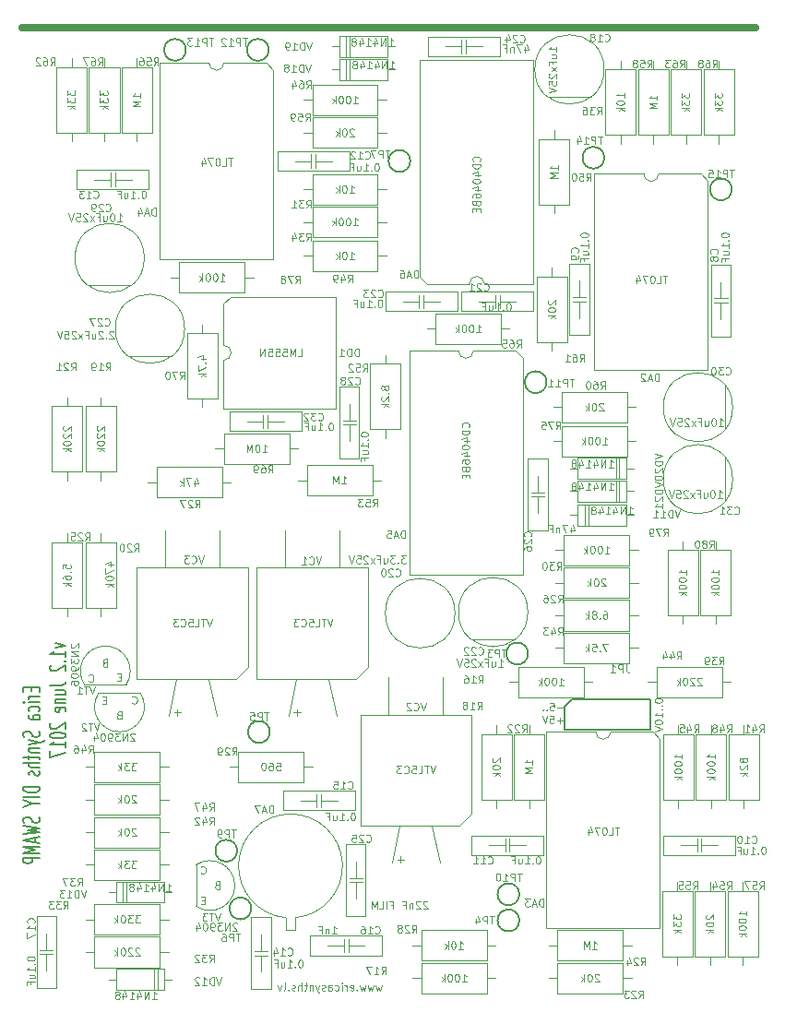
<source format=gbo>
G04 #@! TF.FileFunction,Legend,Bot*
%FSLAX46Y46*%
G04 Gerber Fmt 4.6, Leading zero omitted, Abs format (unit mm)*
G04 Created by KiCad (PCBNEW (2016-08-20 BZR 7083)-product) date Thu Jun 15 13:02:43 2017*
%MOMM*%
%LPD*%
G01*
G04 APERTURE LIST*
%ADD10C,0.100000*%
%ADD11C,0.700000*%
%ADD12C,0.150000*%
%ADD13C,0.120000*%
%ADD14C,0.127000*%
G04 APERTURE END LIST*
D10*
X8250000Y27750000D02*
X8016666Y27750000D01*
X7916666Y27383334D02*
X8250000Y27383334D01*
X8250000Y28083334D01*
X7916666Y28083334D01*
X9450000Y26350000D02*
X9350000Y26316667D01*
X9316666Y26283334D01*
X9283333Y26216667D01*
X9283333Y26116667D01*
X9316666Y26050000D01*
X9350000Y26016667D01*
X9416666Y25983334D01*
X9683333Y25983334D01*
X9683333Y26683334D01*
X9450000Y26683334D01*
X9383333Y26650000D01*
X9350000Y26616667D01*
X9316666Y26550000D01*
X9316666Y26483334D01*
X9350000Y26416667D01*
X9383333Y26383334D01*
X9450000Y26350000D01*
X9683333Y26350000D01*
X10683333Y27450000D02*
X10716666Y27416667D01*
X10816666Y27383334D01*
X10883333Y27383334D01*
X10983333Y27416667D01*
X11050000Y27483334D01*
X11083333Y27550000D01*
X11116666Y27683334D01*
X11116666Y27783334D01*
X11083333Y27916667D01*
X11050000Y27983334D01*
X10983333Y28050000D01*
X10883333Y28083334D01*
X10816666Y28083334D01*
X10716666Y28050000D01*
X10683333Y28016667D01*
X10900000Y24616667D02*
X10866666Y24650000D01*
X10800000Y24683334D01*
X10633333Y24683334D01*
X10566666Y24650000D01*
X10533333Y24616667D01*
X10500000Y24550000D01*
X10500000Y24483334D01*
X10533333Y24383334D01*
X10933333Y23983334D01*
X10500000Y23983334D01*
X10200000Y23983334D02*
X10200000Y24683334D01*
X9800000Y23983334D01*
X9800000Y24683334D01*
X9533333Y24683334D02*
X9100000Y24683334D01*
X9333333Y24416667D01*
X9233333Y24416667D01*
X9166666Y24383334D01*
X9133333Y24350000D01*
X9100000Y24283334D01*
X9100000Y24116667D01*
X9133333Y24050000D01*
X9166666Y24016667D01*
X9233333Y23983334D01*
X9433333Y23983334D01*
X9500000Y24016667D01*
X9533333Y24050000D01*
X8766666Y23983334D02*
X8633333Y23983334D01*
X8566666Y24016667D01*
X8533333Y24050000D01*
X8466666Y24150000D01*
X8433333Y24283334D01*
X8433333Y24550000D01*
X8466666Y24616667D01*
X8500000Y24650000D01*
X8566666Y24683334D01*
X8700000Y24683334D01*
X8766666Y24650000D01*
X8800000Y24616667D01*
X8833333Y24550000D01*
X8833333Y24383334D01*
X8800000Y24316667D01*
X8766666Y24283334D01*
X8700000Y24250000D01*
X8566666Y24250000D01*
X8500000Y24283334D01*
X8466666Y24316667D01*
X8433333Y24383334D01*
X8000000Y24683334D02*
X7933333Y24683334D01*
X7866666Y24650000D01*
X7833333Y24616667D01*
X7800000Y24550000D01*
X7766666Y24416667D01*
X7766666Y24250000D01*
X7800000Y24116667D01*
X7833333Y24050000D01*
X7866666Y24016667D01*
X7933333Y23983334D01*
X8000000Y23983334D01*
X8066666Y24016667D01*
X8100000Y24050000D01*
X8133333Y24116667D01*
X8166666Y24250000D01*
X8166666Y24416667D01*
X8133333Y24550000D01*
X8100000Y24616667D01*
X8066666Y24650000D01*
X8000000Y24683334D01*
X7166666Y24450000D02*
X7166666Y23983334D01*
X7333333Y24716667D02*
X7500000Y24216667D01*
X7066666Y24216667D01*
X20300000Y7216667D02*
X20266666Y7250000D01*
X20200000Y7283334D01*
X20033333Y7283334D01*
X19966666Y7250000D01*
X19933333Y7216667D01*
X19900000Y7150000D01*
X19900000Y7083334D01*
X19933333Y6983334D01*
X20333333Y6583334D01*
X19900000Y6583334D01*
X19600000Y6583334D02*
X19600000Y7283334D01*
X19200000Y6583334D01*
X19200000Y7283334D01*
X18933333Y7283334D02*
X18500000Y7283334D01*
X18733333Y7016667D01*
X18633333Y7016667D01*
X18566666Y6983334D01*
X18533333Y6950000D01*
X18500000Y6883334D01*
X18500000Y6716667D01*
X18533333Y6650000D01*
X18566666Y6616667D01*
X18633333Y6583334D01*
X18833333Y6583334D01*
X18900000Y6616667D01*
X18933333Y6650000D01*
X18166666Y6583334D02*
X18033333Y6583334D01*
X17966666Y6616667D01*
X17933333Y6650000D01*
X17866666Y6750000D01*
X17833333Y6883334D01*
X17833333Y7150000D01*
X17866666Y7216667D01*
X17900000Y7250000D01*
X17966666Y7283334D01*
X18100000Y7283334D01*
X18166666Y7250000D01*
X18200000Y7216667D01*
X18233333Y7150000D01*
X18233333Y6983334D01*
X18200000Y6916667D01*
X18166666Y6883334D01*
X18100000Y6850000D01*
X17966666Y6850000D01*
X17900000Y6883334D01*
X17866666Y6916667D01*
X17833333Y6983334D01*
X17400000Y7283334D02*
X17333333Y7283334D01*
X17266666Y7250000D01*
X17233333Y7216667D01*
X17200000Y7150000D01*
X17166666Y7016667D01*
X17166666Y6850000D01*
X17200000Y6716667D01*
X17233333Y6650000D01*
X17266666Y6616667D01*
X17333333Y6583334D01*
X17400000Y6583334D01*
X17466666Y6616667D01*
X17500000Y6650000D01*
X17533333Y6716667D01*
X17566666Y6850000D01*
X17566666Y7016667D01*
X17533333Y7150000D01*
X17500000Y7216667D01*
X17466666Y7250000D01*
X17400000Y7283334D01*
X16566666Y7050000D02*
X16566666Y6583334D01*
X16733333Y7316667D02*
X16900000Y6816667D01*
X16466666Y6816667D01*
X16983333Y11850000D02*
X17016666Y11816667D01*
X17116666Y11783334D01*
X17183333Y11783334D01*
X17283333Y11816667D01*
X17350000Y11883334D01*
X17383333Y11950000D01*
X17416666Y12083334D01*
X17416666Y12183334D01*
X17383333Y12316667D01*
X17350000Y12383334D01*
X17283333Y12450000D01*
X17183333Y12483334D01*
X17116666Y12483334D01*
X17016666Y12450000D01*
X16983333Y12416667D01*
X18450000Y10750000D02*
X18350000Y10716667D01*
X18316666Y10683334D01*
X18283333Y10616667D01*
X18283333Y10516667D01*
X18316666Y10450000D01*
X18350000Y10416667D01*
X18416666Y10383334D01*
X18683333Y10383334D01*
X18683333Y11083334D01*
X18450000Y11083334D01*
X18383333Y11050000D01*
X18350000Y11016667D01*
X18316666Y10950000D01*
X18316666Y10883334D01*
X18350000Y10816667D01*
X18383333Y10783334D01*
X18450000Y10750000D01*
X18683333Y10750000D01*
X17350000Y9350000D02*
X17116666Y9350000D01*
X17016666Y8983334D02*
X17350000Y8983334D01*
X17350000Y9683334D01*
X17016666Y9683334D01*
D11*
X600000Y89400000D02*
X67900000Y89400000D01*
D10*
X58616666Y27733334D02*
X58616666Y27666667D01*
X58650000Y27600000D01*
X58683333Y27566667D01*
X58750000Y27533334D01*
X58883333Y27500000D01*
X59050000Y27500000D01*
X59183333Y27533334D01*
X59250000Y27566667D01*
X59283333Y27600000D01*
X59316666Y27666667D01*
X59316666Y27733334D01*
X59283333Y27800000D01*
X59250000Y27833334D01*
X59183333Y27866667D01*
X59050000Y27900000D01*
X58883333Y27900000D01*
X58750000Y27866667D01*
X58683333Y27833334D01*
X58650000Y27800000D01*
X58616666Y27733334D01*
X59250000Y27200000D02*
X59283333Y27166667D01*
X59316666Y27200000D01*
X59283333Y27233334D01*
X59250000Y27200000D01*
X59316666Y27200000D01*
X59250000Y26866667D02*
X59283333Y26833334D01*
X59316666Y26866667D01*
X59283333Y26900000D01*
X59250000Y26866667D01*
X59316666Y26866667D01*
X59316666Y26166667D02*
X59316666Y26566667D01*
X59316666Y26366667D02*
X58616666Y26366667D01*
X58716666Y26433334D01*
X58783333Y26500000D01*
X58816666Y26566667D01*
X58616666Y25733334D02*
X58616666Y25666667D01*
X58650000Y25600000D01*
X58683333Y25566667D01*
X58750000Y25533334D01*
X58883333Y25500000D01*
X59050000Y25500000D01*
X59183333Y25533334D01*
X59250000Y25566667D01*
X59283333Y25600000D01*
X59316666Y25666667D01*
X59316666Y25733334D01*
X59283333Y25800000D01*
X59250000Y25833334D01*
X59183333Y25866667D01*
X59050000Y25900000D01*
X58883333Y25900000D01*
X58750000Y25866667D01*
X58683333Y25833334D01*
X58650000Y25800000D01*
X58616666Y25733334D01*
X58616666Y25300000D02*
X59316666Y25066667D01*
X58616666Y24833334D01*
X50233333Y27025000D02*
X49700000Y27025000D01*
X49033333Y27458334D02*
X49366666Y27458334D01*
X49400000Y27125000D01*
X49366666Y27158334D01*
X49300000Y27191667D01*
X49133333Y27191667D01*
X49066666Y27158334D01*
X49033333Y27125000D01*
X49000000Y27058334D01*
X49000000Y26891667D01*
X49033333Y26825000D01*
X49066666Y26791667D01*
X49133333Y26758334D01*
X49300000Y26758334D01*
X49366666Y26791667D01*
X49400000Y26825000D01*
X48700000Y26825000D02*
X48666666Y26791667D01*
X48700000Y26758334D01*
X48733333Y26791667D01*
X48700000Y26825000D01*
X48700000Y26758334D01*
X48366666Y26825000D02*
X48333333Y26791667D01*
X48366666Y26758334D01*
X48400000Y26791667D01*
X48366666Y26825000D01*
X48366666Y26758334D01*
X50200000Y25875000D02*
X49666666Y25875000D01*
X49933333Y25608334D02*
X49933333Y26141667D01*
X49000000Y26308334D02*
X49333333Y26308334D01*
X49366666Y25975000D01*
X49333333Y26008334D01*
X49266666Y26041667D01*
X49100000Y26041667D01*
X49033333Y26008334D01*
X49000000Y25975000D01*
X48966666Y25908334D01*
X48966666Y25741667D01*
X49000000Y25675000D01*
X49033333Y25641667D01*
X49100000Y25608334D01*
X49266666Y25608334D01*
X49333333Y25641667D01*
X49366666Y25675000D01*
X48766666Y26308334D02*
X48533333Y25608334D01*
X48300000Y26308334D01*
X33550000Y1550000D02*
X33416666Y1083334D01*
X33283333Y1416667D01*
X33150000Y1083334D01*
X33016666Y1550000D01*
X32816666Y1550000D02*
X32683333Y1083334D01*
X32550000Y1416667D01*
X32416666Y1083334D01*
X32283333Y1550000D01*
X32083333Y1550000D02*
X31950000Y1083334D01*
X31816666Y1416667D01*
X31683333Y1083334D01*
X31550000Y1550000D01*
X31283333Y1150000D02*
X31250000Y1116667D01*
X31283333Y1083334D01*
X31316666Y1116667D01*
X31283333Y1150000D01*
X31283333Y1083334D01*
X30683333Y1116667D02*
X30750000Y1083334D01*
X30883333Y1083334D01*
X30950000Y1116667D01*
X30983333Y1183334D01*
X30983333Y1450000D01*
X30950000Y1516667D01*
X30883333Y1550000D01*
X30750000Y1550000D01*
X30683333Y1516667D01*
X30650000Y1450000D01*
X30650000Y1383334D01*
X30983333Y1316667D01*
X30350000Y1083334D02*
X30350000Y1550000D01*
X30350000Y1416667D02*
X30316666Y1483334D01*
X30283333Y1516667D01*
X30216666Y1550000D01*
X30150000Y1550000D01*
X29916666Y1083334D02*
X29916666Y1550000D01*
X29916666Y1783334D02*
X29950000Y1750000D01*
X29916666Y1716667D01*
X29883333Y1750000D01*
X29916666Y1783334D01*
X29916666Y1716667D01*
X29283333Y1116667D02*
X29350000Y1083334D01*
X29483333Y1083334D01*
X29550000Y1116667D01*
X29583333Y1150000D01*
X29616666Y1216667D01*
X29616666Y1416667D01*
X29583333Y1483334D01*
X29550000Y1516667D01*
X29483333Y1550000D01*
X29350000Y1550000D01*
X29283333Y1516667D01*
X28683333Y1083334D02*
X28683333Y1450000D01*
X28716666Y1516667D01*
X28783333Y1550000D01*
X28916666Y1550000D01*
X28983333Y1516667D01*
X28683333Y1116667D02*
X28750000Y1083334D01*
X28916666Y1083334D01*
X28983333Y1116667D01*
X29016666Y1183334D01*
X29016666Y1250000D01*
X28983333Y1316667D01*
X28916666Y1350000D01*
X28750000Y1350000D01*
X28683333Y1383334D01*
X28383333Y1116667D02*
X28316666Y1083334D01*
X28183333Y1083334D01*
X28116666Y1116667D01*
X28083333Y1183334D01*
X28083333Y1216667D01*
X28116666Y1283334D01*
X28183333Y1316667D01*
X28283333Y1316667D01*
X28350000Y1350000D01*
X28383333Y1416667D01*
X28383333Y1450000D01*
X28350000Y1516667D01*
X28283333Y1550000D01*
X28183333Y1550000D01*
X28116666Y1516667D01*
X27850000Y1550000D02*
X27683333Y1083334D01*
X27516666Y1550000D02*
X27683333Y1083334D01*
X27750000Y916667D01*
X27783333Y883334D01*
X27850000Y850000D01*
X27250000Y1550000D02*
X27250000Y1083334D01*
X27250000Y1483334D02*
X27216666Y1516667D01*
X27150000Y1550000D01*
X27050000Y1550000D01*
X26983333Y1516667D01*
X26950000Y1450000D01*
X26950000Y1083334D01*
X26716666Y1550000D02*
X26450000Y1550000D01*
X26616666Y1783334D02*
X26616666Y1183334D01*
X26583333Y1116667D01*
X26516666Y1083334D01*
X26450000Y1083334D01*
X26216666Y1083334D02*
X26216666Y1783334D01*
X25916666Y1083334D02*
X25916666Y1450000D01*
X25950000Y1516667D01*
X26016666Y1550000D01*
X26116666Y1550000D01*
X26183333Y1516667D01*
X26216666Y1483334D01*
X25616666Y1116667D02*
X25550000Y1083334D01*
X25416666Y1083334D01*
X25350000Y1116667D01*
X25316666Y1183334D01*
X25316666Y1216667D01*
X25350000Y1283334D01*
X25416666Y1316667D01*
X25516666Y1316667D01*
X25583333Y1350000D01*
X25616666Y1416667D01*
X25616666Y1450000D01*
X25583333Y1516667D01*
X25516666Y1550000D01*
X25416666Y1550000D01*
X25350000Y1516667D01*
X25016666Y1150000D02*
X24983333Y1116667D01*
X25016666Y1083334D01*
X25050000Y1116667D01*
X25016666Y1150000D01*
X25016666Y1083334D01*
X24583333Y1083334D02*
X24650000Y1116667D01*
X24683333Y1183334D01*
X24683333Y1783334D01*
X24383333Y1550000D02*
X24216666Y1083334D01*
X24050000Y1550000D01*
D12*
X1392857Y28900000D02*
X1392857Y28600000D01*
X2178571Y28471429D02*
X2178571Y28900000D01*
X678571Y28900000D01*
X678571Y28471429D01*
X2178571Y28085715D02*
X1178571Y28085715D01*
X1464285Y28085715D02*
X1321428Y28042858D01*
X1250000Y28000000D01*
X1178571Y27914286D01*
X1178571Y27828572D01*
X2178571Y27528572D02*
X1178571Y27528572D01*
X678571Y27528572D02*
X750000Y27571429D01*
X821428Y27528572D01*
X750000Y27485715D01*
X678571Y27528572D01*
X821428Y27528572D01*
X2107142Y26714286D02*
X2178571Y26800000D01*
X2178571Y26971429D01*
X2107142Y27057143D01*
X2035714Y27100000D01*
X1892857Y27142858D01*
X1464285Y27142858D01*
X1321428Y27100000D01*
X1250000Y27057143D01*
X1178571Y26971429D01*
X1178571Y26800000D01*
X1250000Y26714286D01*
X2178571Y25942858D02*
X1392857Y25942858D01*
X1250000Y25985715D01*
X1178571Y26071429D01*
X1178571Y26242858D01*
X1250000Y26328572D01*
X2107142Y25942858D02*
X2178571Y26028572D01*
X2178571Y26242858D01*
X2107142Y26328572D01*
X1964285Y26371429D01*
X1821428Y26371429D01*
X1678571Y26328572D01*
X1607142Y26242858D01*
X1607142Y26028572D01*
X1535714Y25942858D01*
X2107142Y24871429D02*
X2178571Y24742858D01*
X2178571Y24528572D01*
X2107142Y24442858D01*
X2035714Y24400000D01*
X1892857Y24357143D01*
X1750000Y24357143D01*
X1607142Y24400000D01*
X1535714Y24442858D01*
X1464285Y24528572D01*
X1392857Y24700000D01*
X1321428Y24785715D01*
X1250000Y24828572D01*
X1107142Y24871429D01*
X964285Y24871429D01*
X821428Y24828572D01*
X750000Y24785715D01*
X678571Y24700000D01*
X678571Y24485715D01*
X750000Y24357143D01*
X1178571Y24057143D02*
X2178571Y23842858D01*
X1178571Y23628572D02*
X2178571Y23842858D01*
X2535714Y23928572D01*
X2607142Y23971429D01*
X2678571Y24057143D01*
X1178571Y23285715D02*
X2178571Y23285715D01*
X1321428Y23285715D02*
X1250000Y23242858D01*
X1178571Y23157143D01*
X1178571Y23028572D01*
X1250000Y22942858D01*
X1392857Y22900000D01*
X2178571Y22900000D01*
X1178571Y22600000D02*
X1178571Y22257143D01*
X678571Y22471429D02*
X1964285Y22471429D01*
X2107142Y22428572D01*
X2178571Y22342858D01*
X2178571Y22257143D01*
X2178571Y21957143D02*
X678571Y21957143D01*
X2178571Y21571429D02*
X1392857Y21571429D01*
X1250000Y21614286D01*
X1178571Y21700000D01*
X1178571Y21828572D01*
X1250000Y21914286D01*
X1321428Y21957143D01*
X2107142Y21185715D02*
X2178571Y21100000D01*
X2178571Y20928572D01*
X2107142Y20842858D01*
X1964285Y20800000D01*
X1892857Y20800000D01*
X1750000Y20842858D01*
X1678571Y20928572D01*
X1678571Y21057143D01*
X1607142Y21142858D01*
X1464285Y21185715D01*
X1392857Y21185715D01*
X1250000Y21142858D01*
X1178571Y21057143D01*
X1178571Y20928572D01*
X1250000Y20842858D01*
X2178571Y19728572D02*
X678571Y19728572D01*
X678571Y19514286D01*
X750000Y19385715D01*
X892857Y19300000D01*
X1035714Y19257143D01*
X1321428Y19214286D01*
X1535714Y19214286D01*
X1821428Y19257143D01*
X1964285Y19300000D01*
X2107142Y19385715D01*
X2178571Y19514286D01*
X2178571Y19728572D01*
X2178571Y18828572D02*
X678571Y18828572D01*
X1464285Y18228572D02*
X2178571Y18228572D01*
X678571Y18528572D02*
X1464285Y18228572D01*
X678571Y17928572D01*
X2107142Y16985715D02*
X2178571Y16857143D01*
X2178571Y16642858D01*
X2107142Y16557143D01*
X2035714Y16514286D01*
X1892857Y16471429D01*
X1750000Y16471429D01*
X1607142Y16514286D01*
X1535714Y16557143D01*
X1464285Y16642858D01*
X1392857Y16814286D01*
X1321428Y16900000D01*
X1250000Y16942858D01*
X1107142Y16985715D01*
X964285Y16985715D01*
X821428Y16942858D01*
X750000Y16900000D01*
X678571Y16814286D01*
X678571Y16600000D01*
X750000Y16471429D01*
X678571Y16171429D02*
X2178571Y15957143D01*
X1107142Y15785715D01*
X2178571Y15614286D01*
X678571Y15400000D01*
X1750000Y15100000D02*
X1750000Y14671429D01*
X2178571Y15185715D02*
X678571Y14885715D01*
X2178571Y14585715D01*
X2178571Y14285715D02*
X678571Y14285715D01*
X1750000Y13985715D01*
X678571Y13685715D01*
X2178571Y13685715D01*
X2178571Y13257143D02*
X678571Y13257143D01*
X678571Y12914286D01*
X750000Y12828572D01*
X821428Y12785715D01*
X964285Y12742858D01*
X1178571Y12742858D01*
X1321428Y12785715D01*
X1392857Y12828572D01*
X1464285Y12914286D01*
X1464285Y13257143D01*
X3578571Y32928572D02*
X4578571Y32714286D01*
X3578571Y32500000D01*
X4578571Y31685715D02*
X4578571Y32200000D01*
X4578571Y31942858D02*
X3078571Y31942858D01*
X3292857Y32028572D01*
X3435714Y32114286D01*
X3507142Y32200000D01*
X4435714Y31300000D02*
X4507142Y31257143D01*
X4578571Y31300000D01*
X4507142Y31342858D01*
X4435714Y31300000D01*
X4578571Y31300000D01*
X3221428Y30914286D02*
X3150000Y30871429D01*
X3078571Y30785715D01*
X3078571Y30571429D01*
X3150000Y30485715D01*
X3221428Y30442858D01*
X3364285Y30400000D01*
X3507142Y30400000D01*
X3721428Y30442858D01*
X4578571Y30957143D01*
X4578571Y30400000D01*
X3078571Y29071429D02*
X4150000Y29071429D01*
X4364285Y29114286D01*
X4507142Y29200000D01*
X4578571Y29328572D01*
X4578571Y29414286D01*
X3578571Y28257143D02*
X4578571Y28257143D01*
X3578571Y28642858D02*
X4364285Y28642858D01*
X4507142Y28600000D01*
X4578571Y28514286D01*
X4578571Y28385715D01*
X4507142Y28300000D01*
X4435714Y28257143D01*
X3578571Y27828572D02*
X4578571Y27828572D01*
X3721428Y27828572D02*
X3650000Y27785715D01*
X3578571Y27700000D01*
X3578571Y27571429D01*
X3650000Y27485715D01*
X3792857Y27442858D01*
X4578571Y27442858D01*
X4507142Y26671429D02*
X4578571Y26757143D01*
X4578571Y26928572D01*
X4507142Y27014286D01*
X4364285Y27057143D01*
X3792857Y27057143D01*
X3650000Y27014286D01*
X3578571Y26928572D01*
X3578571Y26757143D01*
X3650000Y26671429D01*
X3792857Y26628572D01*
X3935714Y26628572D01*
X4078571Y27057143D01*
X3221428Y25600000D02*
X3150000Y25557143D01*
X3078571Y25471429D01*
X3078571Y25257143D01*
X3150000Y25171429D01*
X3221428Y25128572D01*
X3364285Y25085715D01*
X3507142Y25085715D01*
X3721428Y25128572D01*
X4578571Y25642858D01*
X4578571Y25085715D01*
X3078571Y24528572D02*
X3078571Y24442858D01*
X3150000Y24357143D01*
X3221428Y24314286D01*
X3364285Y24271429D01*
X3650000Y24228572D01*
X4007142Y24228572D01*
X4292857Y24271429D01*
X4435714Y24314286D01*
X4507142Y24357143D01*
X4578571Y24442858D01*
X4578571Y24528572D01*
X4507142Y24614286D01*
X4435714Y24657143D01*
X4292857Y24700000D01*
X4007142Y24742858D01*
X3650000Y24742858D01*
X3364285Y24700000D01*
X3221428Y24657143D01*
X3150000Y24614286D01*
X3078571Y24528572D01*
X4578571Y23371429D02*
X4578571Y23885715D01*
X4578571Y23628572D02*
X3078571Y23628572D01*
X3292857Y23714286D01*
X3435714Y23800000D01*
X3507142Y23885715D01*
X3078571Y23071429D02*
X3078571Y22471429D01*
X4578571Y22857143D01*
D10*
X9650000Y29850000D02*
X9416666Y29850000D01*
X9316666Y29483334D02*
X9650000Y29483334D01*
X9650000Y30183334D01*
X9316666Y30183334D01*
X8150000Y31150000D02*
X8050000Y31116667D01*
X8016666Y31083334D01*
X7983333Y31016667D01*
X7983333Y30916667D01*
X8016666Y30850000D01*
X8050000Y30816667D01*
X8116666Y30783334D01*
X8383333Y30783334D01*
X8383333Y31483334D01*
X8150000Y31483334D01*
X8083333Y31450000D01*
X8050000Y31416667D01*
X8016666Y31350000D01*
X8016666Y31283334D01*
X8050000Y31216667D01*
X8083333Y31183334D01*
X8150000Y31150000D01*
X8383333Y31150000D01*
X6683333Y29450000D02*
X6716666Y29416667D01*
X6816666Y29383334D01*
X6883333Y29383334D01*
X6983333Y29416667D01*
X7050000Y29483334D01*
X7083333Y29550000D01*
X7116666Y29683334D01*
X7116666Y29783334D01*
X7083333Y29916667D01*
X7050000Y29983334D01*
X6983333Y30050000D01*
X6883333Y30083334D01*
X6816666Y30083334D01*
X6716666Y30050000D01*
X6683333Y30016667D01*
X5083333Y32900000D02*
X5050000Y32866667D01*
X5016666Y32800000D01*
X5016666Y32633334D01*
X5050000Y32566667D01*
X5083333Y32533334D01*
X5150000Y32500000D01*
X5216666Y32500000D01*
X5316666Y32533334D01*
X5716666Y32933334D01*
X5716666Y32500000D01*
X5716666Y32200000D02*
X5016666Y32200000D01*
X5716666Y31800000D01*
X5016666Y31800000D01*
X5016666Y31533334D02*
X5016666Y31100000D01*
X5283333Y31333334D01*
X5283333Y31233334D01*
X5316666Y31166667D01*
X5350000Y31133334D01*
X5416666Y31100000D01*
X5583333Y31100000D01*
X5650000Y31133334D01*
X5683333Y31166667D01*
X5716666Y31233334D01*
X5716666Y31433334D01*
X5683333Y31500000D01*
X5650000Y31533334D01*
X5716666Y30766667D02*
X5716666Y30633334D01*
X5683333Y30566667D01*
X5650000Y30533334D01*
X5550000Y30466667D01*
X5416666Y30433334D01*
X5150000Y30433334D01*
X5083333Y30466667D01*
X5050000Y30500000D01*
X5016666Y30566667D01*
X5016666Y30700000D01*
X5050000Y30766667D01*
X5083333Y30800000D01*
X5150000Y30833334D01*
X5316666Y30833334D01*
X5383333Y30800000D01*
X5416666Y30766667D01*
X5450000Y30700000D01*
X5450000Y30566667D01*
X5416666Y30500000D01*
X5383333Y30466667D01*
X5316666Y30433334D01*
X5016666Y30000000D02*
X5016666Y29933334D01*
X5050000Y29866667D01*
X5083333Y29833334D01*
X5150000Y29800000D01*
X5283333Y29766667D01*
X5450000Y29766667D01*
X5583333Y29800000D01*
X5650000Y29833334D01*
X5683333Y29866667D01*
X5716666Y29933334D01*
X5716666Y30000000D01*
X5683333Y30066667D01*
X5650000Y30100000D01*
X5583333Y30133334D01*
X5450000Y30166667D01*
X5283333Y30166667D01*
X5150000Y30133334D01*
X5083333Y30100000D01*
X5050000Y30066667D01*
X5016666Y30000000D01*
X5016666Y29166667D02*
X5016666Y29300000D01*
X5050000Y29366667D01*
X5083333Y29400000D01*
X5183333Y29466667D01*
X5316666Y29500000D01*
X5583333Y29500000D01*
X5650000Y29466667D01*
X5683333Y29433334D01*
X5716666Y29366667D01*
X5716666Y29233334D01*
X5683333Y29166667D01*
X5650000Y29133334D01*
X5583333Y29100000D01*
X5416666Y29100000D01*
X5350000Y29133334D01*
X5316666Y29166667D01*
X5283333Y29233334D01*
X5283333Y29366667D01*
X5316666Y29433334D01*
X5350000Y29466667D01*
X5416666Y29500000D01*
D13*
X35300000Y12800000D02*
X35300000Y13400000D01*
X35000000Y13100000D02*
X35600000Y13100000D01*
X38200000Y16200000D02*
X38900000Y12800000D01*
X35200000Y16200000D02*
X34500000Y12800000D01*
X34200000Y26400000D02*
X34200000Y29800000D01*
X39200000Y26400000D02*
X39200000Y29800000D01*
X41800000Y26400000D02*
X41800000Y17300000D01*
X41800000Y17300000D02*
X40700000Y16200000D01*
X40700000Y16200000D02*
X31600000Y16200000D01*
X31600000Y16200000D02*
X31600000Y26400000D01*
X31600000Y26400000D02*
X41800000Y26400000D01*
X25800000Y26300000D02*
X25800000Y26900000D01*
X25500000Y26600000D02*
X26100000Y26600000D01*
X28700000Y29700000D02*
X29400000Y26300000D01*
X25700000Y29700000D02*
X25000000Y26300000D01*
X24700000Y39900000D02*
X24700000Y43300000D01*
X29700000Y39900000D02*
X29700000Y43300000D01*
X32300000Y39900000D02*
X32300000Y30800000D01*
X32300000Y30800000D02*
X31200000Y29700000D01*
X31200000Y29700000D02*
X22100000Y29700000D01*
X22100000Y29700000D02*
X22100000Y39900000D01*
X22100000Y39900000D02*
X32300000Y39900000D01*
X14800000Y26300000D02*
X14800000Y26900000D01*
X14500000Y26600000D02*
X15100000Y26600000D01*
X17700000Y29700000D02*
X18400000Y26300000D01*
X14700000Y29700000D02*
X14000000Y26300000D01*
X13700000Y39900000D02*
X13700000Y43300000D01*
X18700000Y39900000D02*
X18700000Y43300000D01*
X21300000Y39900000D02*
X21300000Y30800000D01*
X21300000Y30800000D02*
X20200000Y29700000D01*
X20200000Y29700000D02*
X11100000Y29700000D01*
X11100000Y29700000D02*
X11100000Y39900000D01*
X11100000Y39900000D02*
X21300000Y39900000D01*
D10*
X64700000Y64600000D02*
X64700000Y66100000D01*
X64700000Y64200000D02*
X64700000Y62700000D01*
X64100000Y64200000D02*
X65300000Y64200000D01*
X64100000Y64600000D02*
X65300000Y64600000D01*
X63800000Y67700000D02*
X63800000Y61100000D01*
X63800000Y61100000D02*
X65600000Y61100000D01*
X65600000Y61100000D02*
X65600000Y67700000D01*
X65600000Y67700000D02*
X63800000Y67700000D01*
X51700000Y64300000D02*
X51700000Y62800000D01*
X51700000Y64700000D02*
X51700000Y66200000D01*
X52300000Y64700000D02*
X51100000Y64700000D01*
X52300000Y64300000D02*
X51100000Y64300000D01*
X52600000Y61200000D02*
X52600000Y67800000D01*
X52600000Y67800000D02*
X50800000Y67800000D01*
X50800000Y67800000D02*
X50800000Y61200000D01*
X50800000Y61200000D02*
X52600000Y61200000D01*
X62500000Y14400000D02*
X61000000Y14400000D01*
X62900000Y14400000D02*
X64400000Y14400000D01*
X62900000Y13800000D02*
X62900000Y15000000D01*
X62500000Y13800000D02*
X62500000Y15000000D01*
X59400000Y13500000D02*
X66000000Y13500000D01*
X66000000Y13500000D02*
X66000000Y15300000D01*
X66000000Y15300000D02*
X59400000Y15300000D01*
X59400000Y15300000D02*
X59400000Y13500000D01*
X44900000Y14400000D02*
X43400000Y14400000D01*
X45300000Y14400000D02*
X46800000Y14400000D01*
X45300000Y13800000D02*
X45300000Y15000000D01*
X44900000Y13800000D02*
X44900000Y15000000D01*
X41800000Y13500000D02*
X48400000Y13500000D01*
X48400000Y13500000D02*
X48400000Y15300000D01*
X48400000Y15300000D02*
X41800000Y15300000D01*
X41800000Y15300000D02*
X41800000Y13500000D01*
X27100000Y77200000D02*
X25600000Y77200000D01*
X27500000Y77200000D02*
X29000000Y77200000D01*
X27500000Y76600000D02*
X27500000Y77800000D01*
X27100000Y76600000D02*
X27100000Y77800000D01*
X24000000Y76300000D02*
X30600000Y76300000D01*
X30600000Y76300000D02*
X30600000Y78100000D01*
X30600000Y78100000D02*
X24000000Y78100000D01*
X24000000Y78100000D02*
X24000000Y76300000D01*
X8700000Y75500000D02*
X7200000Y75500000D01*
X9100000Y75500000D02*
X10600000Y75500000D01*
X9100000Y74900000D02*
X9100000Y76100000D01*
X8700000Y74900000D02*
X8700000Y76100000D01*
X5600000Y74600000D02*
X12200000Y74600000D01*
X12200000Y74600000D02*
X12200000Y76400000D01*
X12200000Y76400000D02*
X5600000Y76400000D01*
X5600000Y76400000D02*
X5600000Y74600000D01*
X22500000Y4700000D02*
X22500000Y6200000D01*
X22500000Y4300000D02*
X22500000Y2800000D01*
X21900000Y4300000D02*
X23100000Y4300000D01*
X21900000Y4700000D02*
X23100000Y4700000D01*
X21600000Y7800000D02*
X21600000Y1200000D01*
X21600000Y1200000D02*
X23400000Y1200000D01*
X23400000Y1200000D02*
X23400000Y7800000D01*
X23400000Y7800000D02*
X21600000Y7800000D01*
X28000000Y18500000D02*
X29500000Y18500000D01*
X27600000Y18500000D02*
X26100000Y18500000D01*
X27600000Y19100000D02*
X27600000Y17900000D01*
X28000000Y19100000D02*
X28000000Y17900000D01*
X31100000Y19400000D02*
X24500000Y19400000D01*
X24500000Y19400000D02*
X24500000Y17600000D01*
X24500000Y17600000D02*
X31100000Y17600000D01*
X31100000Y17600000D02*
X31100000Y19400000D01*
X30500000Y5200000D02*
X32000000Y5200000D01*
X30100000Y5200000D02*
X28600000Y5200000D01*
X30100000Y5800000D02*
X30100000Y4600000D01*
X30500000Y5800000D02*
X30500000Y4600000D01*
X33600000Y6100000D02*
X27000000Y6100000D01*
X27000000Y6100000D02*
X27000000Y4300000D01*
X27000000Y4300000D02*
X33600000Y4300000D01*
X33600000Y4300000D02*
X33600000Y6100000D01*
X2800000Y4800000D02*
X2800000Y6300000D01*
X2800000Y4400000D02*
X2800000Y2900000D01*
X2200000Y4400000D02*
X3400000Y4400000D01*
X2200000Y4800000D02*
X3400000Y4800000D01*
X1900000Y7900000D02*
X1900000Y1300000D01*
X1900000Y1300000D02*
X3700000Y1300000D01*
X3700000Y1300000D02*
X3700000Y7900000D01*
X3700000Y7900000D02*
X1900000Y7900000D01*
X44000000Y64300000D02*
X42500000Y64300000D01*
X44400000Y64300000D02*
X45900000Y64300000D01*
X44400000Y63700000D02*
X44400000Y64900000D01*
X44000000Y63700000D02*
X44000000Y64900000D01*
X40900000Y63400000D02*
X47500000Y63400000D01*
X47500000Y63400000D02*
X47500000Y65200000D01*
X47500000Y65200000D02*
X40900000Y65200000D01*
X40900000Y65200000D02*
X40900000Y63400000D01*
X37400000Y64300000D02*
X38900000Y64300000D01*
X37000000Y64300000D02*
X35500000Y64300000D01*
X37000000Y64900000D02*
X37000000Y63700000D01*
X37400000Y64900000D02*
X37400000Y63700000D01*
X40500000Y65200000D02*
X33900000Y65200000D01*
X33900000Y65200000D02*
X33900000Y63400000D01*
X33900000Y63400000D02*
X40500000Y63400000D01*
X40500000Y63400000D02*
X40500000Y65200000D01*
X41300000Y87700000D02*
X42800000Y87700000D01*
X40900000Y87700000D02*
X39400000Y87700000D01*
X40900000Y88300000D02*
X40900000Y87100000D01*
X41300000Y88300000D02*
X41300000Y87100000D01*
X44400000Y88600000D02*
X37800000Y88600000D01*
X37800000Y88600000D02*
X37800000Y86800000D01*
X37800000Y86800000D02*
X44400000Y86800000D01*
X44400000Y86800000D02*
X44400000Y88600000D01*
X31200000Y11400000D02*
X31200000Y12900000D01*
X31200000Y11000000D02*
X31200000Y9500000D01*
X30600000Y11000000D02*
X31800000Y11000000D01*
X30600000Y11400000D02*
X31800000Y11400000D01*
X30300000Y14500000D02*
X30300000Y7900000D01*
X30300000Y7900000D02*
X32100000Y7900000D01*
X32100000Y7900000D02*
X32100000Y14500000D01*
X32100000Y14500000D02*
X30300000Y14500000D01*
X47900000Y46800000D02*
X47900000Y48300000D01*
X47900000Y46400000D02*
X47900000Y44900000D01*
X47300000Y46400000D02*
X48500000Y46400000D01*
X47300000Y46800000D02*
X48500000Y46800000D01*
X47000000Y49900000D02*
X47000000Y43300000D01*
X47000000Y43300000D02*
X48800000Y43300000D01*
X48800000Y43300000D02*
X48800000Y49900000D01*
X48800000Y49900000D02*
X47000000Y49900000D01*
X30600000Y53400000D02*
X30600000Y54900000D01*
X30600000Y53000000D02*
X30600000Y51500000D01*
X30000000Y53000000D02*
X31200000Y53000000D01*
X30000000Y53400000D02*
X31200000Y53400000D01*
X29700000Y56500000D02*
X29700000Y49900000D01*
X29700000Y49900000D02*
X31500000Y49900000D01*
X31500000Y49900000D02*
X31500000Y56500000D01*
X31500000Y56500000D02*
X29700000Y56500000D01*
X22700000Y53300000D02*
X21200000Y53300000D01*
X23100000Y53300000D02*
X24600000Y53300000D01*
X23100000Y52700000D02*
X23100000Y53900000D01*
X22700000Y52700000D02*
X22700000Y53900000D01*
X19600000Y52400000D02*
X26200000Y52400000D01*
X26200000Y52400000D02*
X26200000Y54200000D01*
X26200000Y54200000D02*
X19600000Y54200000D01*
X19600000Y54200000D02*
X19600000Y52400000D01*
X58998500Y76017000D02*
X62872000Y76017000D01*
X62872000Y76017000D02*
X63507000Y75382000D01*
X63507000Y75382000D02*
X63507000Y57983000D01*
X57601500Y76017000D02*
X53093000Y76017000D01*
X58998500Y76017000D02*
G75*
G02X58300000Y75318500I-698500J0D01*
G01*
X58300000Y75318500D02*
G75*
G02X57601500Y76017000I0J698500D01*
G01*
X53093000Y57983000D02*
X63507000Y57983000D01*
X53093000Y57983000D02*
X53093000Y76017000D01*
X54598500Y24817000D02*
X58472000Y24817000D01*
X58472000Y24817000D02*
X59107000Y24182000D01*
X59107000Y24182000D02*
X59107000Y6783000D01*
X53201500Y24817000D02*
X48693000Y24817000D01*
X54598500Y24817000D02*
G75*
G02X53900000Y24118500I-698500J0D01*
G01*
X53900000Y24118500D02*
G75*
G02X53201500Y24817000I0J698500D01*
G01*
X48693000Y6783000D02*
X59107000Y6783000D01*
X48693000Y6783000D02*
X48693000Y24817000D01*
X19098500Y86217000D02*
X22972000Y86217000D01*
X22972000Y86217000D02*
X23607000Y85582000D01*
X23607000Y85582000D02*
X23607000Y68183000D01*
X17701500Y86217000D02*
X13193000Y86217000D01*
X19098500Y86217000D02*
G75*
G02X18400000Y85518500I-698500J0D01*
G01*
X18400000Y85518500D02*
G75*
G02X17701500Y86217000I0J698500D01*
G01*
X13193000Y68183000D02*
X23607000Y68183000D01*
X13193000Y68183000D02*
X13193000Y86217000D01*
X41601500Y65913000D02*
X37728000Y65913000D01*
X37728000Y65913000D02*
X37093000Y66548000D01*
X37093000Y66548000D02*
X37093000Y86487000D01*
X42998500Y65913000D02*
X47507000Y65913000D01*
X41601500Y65913000D02*
G75*
G02X42300000Y66611500I698500J0D01*
G01*
X42300000Y66611500D02*
G75*
G02X42998500Y65913000I0J-698500D01*
G01*
X47507000Y86487000D02*
X37093000Y86487000D01*
X47507000Y86487000D02*
X47507000Y65913000D01*
X24735390Y7751407D02*
G75*
G02X25650000Y7750000I464610J4748593D01*
G01*
X25644500Y7737500D02*
X25644500Y6594500D01*
X25644500Y6594500D02*
X24755500Y6594500D01*
X24755500Y6594500D02*
X24755500Y7737500D01*
X19056500Y64108500D02*
X19691500Y64743500D01*
X19691500Y64743500D02*
X29343500Y64743500D01*
X19056500Y60298500D02*
X19056500Y64108500D01*
X19056500Y58901500D02*
X19056500Y54456500D01*
X19755000Y59600000D02*
G75*
G02X19056500Y58901500I-698500J0D01*
G01*
X19056500Y60298500D02*
G75*
G02X19755000Y59600000I0J-698500D01*
G01*
X29343500Y54456500D02*
X29343500Y64743500D01*
X29343500Y54456500D02*
X19056500Y54456500D01*
D14*
X58264000Y27797000D02*
X58264000Y25003000D01*
X58264000Y25003000D02*
X50390000Y25003000D01*
X50390000Y25003000D02*
X50390000Y27162000D01*
X50390000Y27162000D02*
X51025000Y27797000D01*
X51025000Y27797000D02*
X58264000Y27797000D01*
D12*
X47000000Y32000000D02*
G75*
G03X47000000Y32000000I-1000000J0D01*
G01*
X46200000Y7500000D02*
G75*
G03X46200000Y7500000I-1000000J0D01*
G01*
X23300000Y24800000D02*
G75*
G03X23300000Y24800000I-1000000J0D01*
G01*
X21600000Y8600000D02*
G75*
G03X21600000Y8600000I-1000000J0D01*
G01*
X36200000Y77200000D02*
G75*
G03X36200000Y77200000I-1000000J0D01*
G01*
X20300000Y13900000D02*
G75*
G03X20300000Y13900000I-1000000J0D01*
G01*
X46200000Y9900000D02*
G75*
G03X46200000Y9900000I-1000000J0D01*
G01*
X48700000Y56900000D02*
G75*
G03X48700000Y56900000I-1000000J0D01*
G01*
X23200000Y87400000D02*
G75*
G03X23200000Y87400000I-1000000J0D01*
G01*
X15600000Y87400000D02*
G75*
G03X15600000Y87400000I-1000000J0D01*
G01*
X54000000Y77500000D02*
G75*
G03X54000000Y77500000I-1000000J0D01*
G01*
X65700000Y74600000D02*
G75*
G03X65700000Y74600000I-1000000J0D01*
G01*
D10*
X52530000Y45652500D02*
X52530000Y43747500D01*
X52212500Y45652500D02*
X52212500Y43747500D01*
X56022500Y44700000D02*
X56700000Y44700000D01*
X51577500Y44700000D02*
X50900000Y44700000D01*
X56022500Y45652500D02*
X51577500Y45652500D01*
X51577500Y45652500D02*
X51577500Y43747500D01*
X51577500Y43747500D02*
X56022500Y43747500D01*
X56022500Y43747500D02*
X56022500Y45652500D01*
X12670000Y1147500D02*
X12670000Y3052500D01*
X12987500Y1147500D02*
X12987500Y3052500D01*
X9177500Y2100000D02*
X8500000Y2100000D01*
X13622500Y2100000D02*
X14300000Y2100000D01*
X9177500Y1147500D02*
X13622500Y1147500D01*
X13622500Y1147500D02*
X13622500Y3052500D01*
X13622500Y3052500D02*
X9177500Y3052500D01*
X9177500Y3052500D02*
X9177500Y1147500D01*
X10130000Y11052500D02*
X10130000Y9147500D01*
X9812500Y11052500D02*
X9812500Y9147500D01*
X13622500Y10100000D02*
X14300000Y10100000D01*
X9177500Y10100000D02*
X8500000Y10100000D01*
X13622500Y11052500D02*
X9177500Y11052500D01*
X9177500Y11052500D02*
X9177500Y9147500D01*
X9177500Y9147500D02*
X13622500Y9147500D01*
X13622500Y9147500D02*
X13622500Y11052500D01*
X30630000Y86552500D02*
X30630000Y84647500D01*
X30312500Y86552500D02*
X30312500Y84647500D01*
X34122500Y85600000D02*
X34800000Y85600000D01*
X29677500Y85600000D02*
X29000000Y85600000D01*
X34122500Y86552500D02*
X29677500Y86552500D01*
X29677500Y86552500D02*
X29677500Y84647500D01*
X29677500Y84647500D02*
X34122500Y84647500D01*
X34122500Y84647500D02*
X34122500Y86552500D01*
X30630000Y88652500D02*
X30630000Y86747500D01*
X30312500Y88652500D02*
X30312500Y86747500D01*
X34122500Y87700000D02*
X34800000Y87700000D01*
X29677500Y87700000D02*
X29000000Y87700000D01*
X34122500Y88652500D02*
X29677500Y88652500D01*
X29677500Y88652500D02*
X29677500Y86747500D01*
X29677500Y86747500D02*
X34122500Y86747500D01*
X34122500Y86747500D02*
X34122500Y88652500D01*
X55070000Y48047500D02*
X55070000Y49952500D01*
X55387500Y48047500D02*
X55387500Y49952500D01*
X51577500Y49000000D02*
X50900000Y49000000D01*
X56022500Y49000000D02*
X56700000Y49000000D01*
X51577500Y48047500D02*
X56022500Y48047500D01*
X56022500Y48047500D02*
X56022500Y49952500D01*
X56022500Y49952500D02*
X51577500Y49952500D01*
X51577500Y49952500D02*
X51577500Y48047500D01*
X55070000Y45947500D02*
X55070000Y47852500D01*
X55387500Y45947500D02*
X55387500Y47852500D01*
X51577500Y46900000D02*
X50900000Y46900000D01*
X56022500Y46900000D02*
X56700000Y46900000D01*
X51577500Y45947500D02*
X56022500Y45947500D01*
X56022500Y45947500D02*
X56022500Y47852500D01*
X56022500Y47852500D02*
X51577500Y47852500D01*
X51577500Y47852500D02*
X51577500Y45947500D01*
X10105000Y29130000D02*
X6295000Y29130000D01*
X6297661Y29126017D02*
G75*
G02X10105000Y29130000I1902339J1273983D01*
G01*
X7595000Y28370000D02*
X11405000Y28370000D01*
X11402339Y28373983D02*
G75*
G02X7595000Y28370000I-1902339J-1273983D01*
G01*
X16530000Y8795000D02*
X16530000Y12605000D01*
X16526017Y12602339D02*
G75*
G02X16530000Y8795000I1273983J-1902339D01*
G01*
X41998500Y59787000D02*
X45872000Y59787000D01*
X45872000Y59787000D02*
X46507000Y59152000D01*
X46507000Y59152000D02*
X46507000Y39213000D01*
X40601500Y59787000D02*
X36093000Y59787000D01*
X41998500Y59787000D02*
G75*
G02X41300000Y59088500I-698500J0D01*
G01*
X41300000Y59088500D02*
G75*
G02X40601500Y59787000I0J698500D01*
G01*
X36093000Y39213000D02*
X46507000Y39213000D01*
X36093000Y39213000D02*
X36093000Y59787000D01*
X48831500Y83123500D02*
X52768500Y83123500D01*
X53980710Y85600000D02*
G75*
G03X53980710Y85600000I-3180710J0D01*
G01*
D13*
X40297778Y35700000D02*
G75*
G03X40297778Y35700000I-3197778J0D01*
G01*
D10*
X41831500Y33323500D02*
X45768500Y33323500D01*
X46980710Y35800000D02*
G75*
G03X46980710Y35800000I-3180710J0D01*
G01*
X10331500Y59323500D02*
X14268500Y59323500D01*
X15480710Y61800000D02*
G75*
G03X15480710Y61800000I-3180710J0D01*
G01*
X6631500Y65823500D02*
X10568500Y65823500D01*
X11780710Y68300000D02*
G75*
G03X11780710Y68300000I-3180710J0D01*
G01*
X65076500Y52631500D02*
X65076500Y56568500D01*
X65780710Y54600000D02*
G75*
G03X65780710Y54600000I-3180710J0D01*
G01*
X65076500Y46031500D02*
X65076500Y49968500D01*
X65780710Y48000000D02*
G75*
G03X65780710Y48000000I-3180710J0D01*
G01*
X46100000Y29400000D02*
X45300000Y29400000D01*
X52100000Y29400000D02*
X52900000Y29400000D01*
X46100000Y30800000D02*
X46100000Y28000000D01*
X46100000Y28000000D02*
X52100000Y28000000D01*
X52100000Y28000000D02*
X52100000Y30800000D01*
X52100000Y30800000D02*
X46100000Y30800000D01*
X43200000Y2200000D02*
X44000000Y2200000D01*
X37200000Y2200000D02*
X36400000Y2200000D01*
X43200000Y800000D02*
X43200000Y3600000D01*
X43200000Y3600000D02*
X37200000Y3600000D01*
X37200000Y3600000D02*
X37200000Y800000D01*
X37200000Y800000D02*
X43200000Y800000D01*
X44100000Y24600000D02*
X44100000Y25400000D01*
X44100000Y18600000D02*
X44100000Y17800000D01*
X45500000Y24600000D02*
X42700000Y24600000D01*
X42700000Y24600000D02*
X42700000Y18600000D01*
X42700000Y18600000D02*
X45500000Y18600000D01*
X45500000Y18600000D02*
X45500000Y24600000D01*
X7800000Y48700000D02*
X7800000Y47900000D01*
X7800000Y54700000D02*
X7800000Y55500000D01*
X6400000Y48700000D02*
X9200000Y48700000D01*
X9200000Y48700000D02*
X9200000Y54700000D01*
X9200000Y54700000D02*
X6400000Y54700000D01*
X6400000Y54700000D02*
X6400000Y48700000D01*
X7800000Y42200000D02*
X7800000Y43000000D01*
X7800000Y36200000D02*
X7800000Y35400000D01*
X9200000Y42200000D02*
X6400000Y42200000D01*
X6400000Y42200000D02*
X6400000Y36200000D01*
X6400000Y36200000D02*
X9200000Y36200000D01*
X9200000Y36200000D02*
X9200000Y42200000D01*
X4700000Y48700000D02*
X4700000Y47900000D01*
X4700000Y54700000D02*
X4700000Y55500000D01*
X3300000Y48700000D02*
X6100000Y48700000D01*
X6100000Y48700000D02*
X6100000Y54700000D01*
X6100000Y54700000D02*
X3300000Y54700000D01*
X3300000Y54700000D02*
X3300000Y48700000D01*
X47100000Y24600000D02*
X47100000Y25400000D01*
X47100000Y18600000D02*
X47100000Y17800000D01*
X48500000Y24600000D02*
X45700000Y24600000D01*
X45700000Y24600000D02*
X45700000Y18600000D01*
X45700000Y18600000D02*
X48500000Y18600000D01*
X48500000Y18600000D02*
X48500000Y24600000D01*
X49700000Y2200000D02*
X48900000Y2200000D01*
X55700000Y2200000D02*
X56500000Y2200000D01*
X49700000Y3600000D02*
X49700000Y800000D01*
X49700000Y800000D02*
X55700000Y800000D01*
X55700000Y800000D02*
X55700000Y3600000D01*
X55700000Y3600000D02*
X49700000Y3600000D01*
X55700000Y5200000D02*
X56500000Y5200000D01*
X49700000Y5200000D02*
X48900000Y5200000D01*
X55700000Y3800000D02*
X55700000Y6600000D01*
X55700000Y6600000D02*
X49700000Y6600000D01*
X49700000Y6600000D02*
X49700000Y3800000D01*
X49700000Y3800000D02*
X55700000Y3800000D01*
X4700000Y42200000D02*
X4700000Y43000000D01*
X4700000Y36200000D02*
X4700000Y35400000D01*
X6100000Y42200000D02*
X3300000Y42200000D01*
X3300000Y42200000D02*
X3300000Y36200000D01*
X3300000Y36200000D02*
X6100000Y36200000D01*
X6100000Y36200000D02*
X6100000Y42200000D01*
X56300000Y38500000D02*
X57100000Y38500000D01*
X50300000Y38500000D02*
X49500000Y38500000D01*
X56300000Y37100000D02*
X56300000Y39900000D01*
X56300000Y39900000D02*
X50300000Y39900000D01*
X50300000Y39900000D02*
X50300000Y37100000D01*
X50300000Y37100000D02*
X56300000Y37100000D01*
X18900000Y47700000D02*
X19700000Y47700000D01*
X12900000Y47700000D02*
X12100000Y47700000D01*
X18900000Y46300000D02*
X18900000Y49100000D01*
X18900000Y49100000D02*
X12900000Y49100000D01*
X12900000Y49100000D02*
X12900000Y46300000D01*
X12900000Y46300000D02*
X18900000Y46300000D01*
X37200000Y5200000D02*
X36400000Y5200000D01*
X43200000Y5200000D02*
X44000000Y5200000D01*
X37200000Y6600000D02*
X37200000Y3800000D01*
X37200000Y3800000D02*
X43200000Y3800000D01*
X43200000Y3800000D02*
X43200000Y6600000D01*
X43200000Y6600000D02*
X37200000Y6600000D01*
X20400000Y21600000D02*
X19600000Y21600000D01*
X26400000Y21600000D02*
X27200000Y21600000D01*
X20400000Y23000000D02*
X20400000Y20200000D01*
X20400000Y20200000D02*
X26400000Y20200000D01*
X26400000Y20200000D02*
X26400000Y23000000D01*
X26400000Y23000000D02*
X20400000Y23000000D01*
X50300000Y41500000D02*
X49500000Y41500000D01*
X56300000Y41500000D02*
X57100000Y41500000D01*
X50300000Y42900000D02*
X50300000Y40100000D01*
X50300000Y40100000D02*
X56300000Y40100000D01*
X56300000Y40100000D02*
X56300000Y42900000D01*
X56300000Y42900000D02*
X50300000Y42900000D01*
X27200000Y74600000D02*
X26400000Y74600000D01*
X33200000Y74600000D02*
X34000000Y74600000D01*
X27200000Y76000000D02*
X27200000Y73200000D01*
X27200000Y73200000D02*
X33200000Y73200000D01*
X33200000Y73200000D02*
X33200000Y76000000D01*
X33200000Y76000000D02*
X27200000Y76000000D01*
X13200000Y4600000D02*
X14000000Y4600000D01*
X7200000Y4600000D02*
X6400000Y4600000D01*
X13200000Y3200000D02*
X13200000Y6000000D01*
X13200000Y6000000D02*
X7200000Y6000000D01*
X7200000Y6000000D02*
X7200000Y3200000D01*
X7200000Y3200000D02*
X13200000Y3200000D01*
X7200000Y7600000D02*
X6400000Y7600000D01*
X13200000Y7600000D02*
X14000000Y7600000D01*
X7200000Y9000000D02*
X7200000Y6200000D01*
X7200000Y6200000D02*
X13200000Y6200000D01*
X13200000Y6200000D02*
X13200000Y9000000D01*
X13200000Y9000000D02*
X7200000Y9000000D01*
X27200000Y71600000D02*
X26400000Y71600000D01*
X33200000Y71600000D02*
X34000000Y71600000D01*
X27200000Y73000000D02*
X27200000Y70200000D01*
X27200000Y70200000D02*
X33200000Y70200000D01*
X33200000Y70200000D02*
X33200000Y73000000D01*
X33200000Y73000000D02*
X27200000Y73000000D01*
X55500000Y85600000D02*
X55500000Y86400000D01*
X55500000Y79600000D02*
X55500000Y78800000D01*
X56900000Y85600000D02*
X54100000Y85600000D01*
X54100000Y85600000D02*
X54100000Y79600000D01*
X54100000Y79600000D02*
X56900000Y79600000D01*
X56900000Y79600000D02*
X56900000Y85600000D01*
X7200000Y12600000D02*
X6400000Y12600000D01*
X13200000Y12600000D02*
X14000000Y12600000D01*
X7200000Y14000000D02*
X7200000Y11200000D01*
X7200000Y11200000D02*
X13200000Y11200000D01*
X13200000Y11200000D02*
X13200000Y14000000D01*
X13200000Y14000000D02*
X7200000Y14000000D01*
X64800000Y29400000D02*
X65600000Y29400000D01*
X58800000Y29400000D02*
X58000000Y29400000D01*
X64800000Y28000000D02*
X64800000Y30800000D01*
X64800000Y30800000D02*
X58800000Y30800000D01*
X58800000Y30800000D02*
X58800000Y28000000D01*
X58800000Y28000000D02*
X64800000Y28000000D01*
X66800000Y24600000D02*
X66800000Y25400000D01*
X66800000Y18600000D02*
X66800000Y17800000D01*
X68200000Y24600000D02*
X65400000Y24600000D01*
X65400000Y24600000D02*
X65400000Y18600000D01*
X65400000Y18600000D02*
X68200000Y18600000D01*
X68200000Y18600000D02*
X68200000Y24600000D01*
X13200000Y15600000D02*
X14000000Y15600000D01*
X7200000Y15600000D02*
X6400000Y15600000D01*
X13200000Y14200000D02*
X13200000Y17000000D01*
X13200000Y17000000D02*
X7200000Y17000000D01*
X7200000Y17000000D02*
X7200000Y14200000D01*
X7200000Y14200000D02*
X13200000Y14200000D01*
X50300000Y35500000D02*
X49500000Y35500000D01*
X56300000Y35500000D02*
X57100000Y35500000D01*
X50300000Y36900000D02*
X50300000Y34100000D01*
X50300000Y34100000D02*
X56300000Y34100000D01*
X56300000Y34100000D02*
X56300000Y36900000D01*
X56300000Y36900000D02*
X50300000Y36900000D01*
X56300000Y32500000D02*
X57100000Y32500000D01*
X50300000Y32500000D02*
X49500000Y32500000D01*
X56300000Y31100000D02*
X56300000Y33900000D01*
X56300000Y33900000D02*
X50300000Y33900000D01*
X50300000Y33900000D02*
X50300000Y31100000D01*
X50300000Y31100000D02*
X56300000Y31100000D01*
X60800000Y24600000D02*
X60800000Y25400000D01*
X60800000Y18600000D02*
X60800000Y17800000D01*
X62200000Y24600000D02*
X59400000Y24600000D01*
X59400000Y24600000D02*
X59400000Y18600000D01*
X59400000Y18600000D02*
X62200000Y18600000D01*
X62200000Y18600000D02*
X62200000Y24600000D01*
X7200000Y21600000D02*
X6400000Y21600000D01*
X13200000Y21600000D02*
X14000000Y21600000D01*
X7200000Y23000000D02*
X7200000Y20200000D01*
X7200000Y20200000D02*
X13200000Y20200000D01*
X13200000Y20200000D02*
X13200000Y23000000D01*
X13200000Y23000000D02*
X7200000Y23000000D01*
X13200000Y18600000D02*
X14000000Y18600000D01*
X7200000Y18600000D02*
X6400000Y18600000D01*
X13200000Y17200000D02*
X13200000Y20000000D01*
X13200000Y20000000D02*
X7200000Y20000000D01*
X7200000Y20000000D02*
X7200000Y17200000D01*
X7200000Y17200000D02*
X13200000Y17200000D01*
X63800000Y24600000D02*
X63800000Y25400000D01*
X63800000Y18600000D02*
X63800000Y17800000D01*
X65200000Y24600000D02*
X62400000Y24600000D01*
X62400000Y24600000D02*
X62400000Y18600000D01*
X62400000Y18600000D02*
X65200000Y18600000D01*
X65200000Y18600000D02*
X65200000Y24600000D01*
X27200000Y68500000D02*
X26400000Y68500000D01*
X33200000Y68500000D02*
X34000000Y68500000D01*
X27200000Y69900000D02*
X27200000Y67100000D01*
X27200000Y67100000D02*
X33200000Y67100000D01*
X33200000Y67100000D02*
X33200000Y69900000D01*
X33200000Y69900000D02*
X27200000Y69900000D01*
X49400000Y79200000D02*
X49400000Y80000000D01*
X49400000Y73200000D02*
X49400000Y72400000D01*
X50800000Y79200000D02*
X48000000Y79200000D01*
X48000000Y79200000D02*
X48000000Y73200000D01*
X48000000Y73200000D02*
X50800000Y73200000D01*
X50800000Y73200000D02*
X50800000Y79200000D01*
X33900000Y58600000D02*
X33900000Y59400000D01*
X33900000Y52600000D02*
X33900000Y51800000D01*
X35300000Y58600000D02*
X32500000Y58600000D01*
X32500000Y58600000D02*
X32500000Y52600000D01*
X32500000Y52600000D02*
X35300000Y52600000D01*
X35300000Y52600000D02*
X35300000Y58600000D01*
X32700000Y47900000D02*
X33500000Y47900000D01*
X26700000Y47900000D02*
X25900000Y47900000D01*
X32700000Y46500000D02*
X32700000Y49300000D01*
X32700000Y49300000D02*
X26700000Y49300000D01*
X26700000Y49300000D02*
X26700000Y46500000D01*
X26700000Y46500000D02*
X32700000Y46500000D01*
X63700000Y10200000D02*
X63700000Y11000000D01*
X63700000Y4200000D02*
X63700000Y3400000D01*
X65100000Y10200000D02*
X62300000Y10200000D01*
X62300000Y10200000D02*
X62300000Y4200000D01*
X62300000Y4200000D02*
X65100000Y4200000D01*
X65100000Y4200000D02*
X65100000Y10200000D01*
X60700000Y4200000D02*
X60700000Y3400000D01*
X60700000Y10200000D02*
X60700000Y11000000D01*
X59300000Y4200000D02*
X62100000Y4200000D01*
X62100000Y4200000D02*
X62100000Y10200000D01*
X62100000Y10200000D02*
X59300000Y10200000D01*
X59300000Y10200000D02*
X59300000Y4200000D01*
X11100000Y79800000D02*
X11100000Y79000000D01*
X11100000Y85800000D02*
X11100000Y86600000D01*
X9700000Y79800000D02*
X12500000Y79800000D01*
X12500000Y79800000D02*
X12500000Y85800000D01*
X12500000Y85800000D02*
X9700000Y85800000D01*
X9700000Y85800000D02*
X9700000Y79800000D01*
X66700000Y10200000D02*
X66700000Y11000000D01*
X66700000Y4200000D02*
X66700000Y3400000D01*
X68100000Y10200000D02*
X65300000Y10200000D01*
X65300000Y10200000D02*
X65300000Y4200000D01*
X65300000Y4200000D02*
X68100000Y4200000D01*
X68100000Y4200000D02*
X68100000Y10200000D01*
X58500000Y79600000D02*
X58500000Y78800000D01*
X58500000Y85600000D02*
X58500000Y86400000D01*
X57100000Y79600000D02*
X59900000Y79600000D01*
X59900000Y79600000D02*
X59900000Y85600000D01*
X59900000Y85600000D02*
X57100000Y85600000D01*
X57100000Y85600000D02*
X57100000Y79600000D01*
X27200000Y79800000D02*
X26400000Y79800000D01*
X33200000Y79800000D02*
X34000000Y79800000D01*
X27200000Y81200000D02*
X27200000Y78400000D01*
X27200000Y78400000D02*
X33200000Y78400000D01*
X33200000Y78400000D02*
X33200000Y81200000D01*
X33200000Y81200000D02*
X27200000Y81200000D01*
X56100000Y54600000D02*
X56900000Y54600000D01*
X50100000Y54600000D02*
X49300000Y54600000D01*
X56100000Y53200000D02*
X56100000Y56000000D01*
X56100000Y56000000D02*
X50100000Y56000000D01*
X50100000Y56000000D02*
X50100000Y53200000D01*
X50100000Y53200000D02*
X56100000Y53200000D01*
X49200000Y66600000D02*
X49200000Y67400000D01*
X49200000Y60600000D02*
X49200000Y59800000D01*
X50600000Y66600000D02*
X47800000Y66600000D01*
X47800000Y66600000D02*
X47800000Y60600000D01*
X47800000Y60600000D02*
X50600000Y60600000D01*
X50600000Y60600000D02*
X50600000Y66600000D01*
X5100000Y79800000D02*
X5100000Y79000000D01*
X5100000Y85800000D02*
X5100000Y86600000D01*
X3700000Y79800000D02*
X6500000Y79800000D01*
X6500000Y79800000D02*
X6500000Y85800000D01*
X6500000Y85800000D02*
X3700000Y85800000D01*
X3700000Y85800000D02*
X3700000Y79800000D01*
X61500000Y79600000D02*
X61500000Y78800000D01*
X61500000Y85600000D02*
X61500000Y86400000D01*
X60100000Y79600000D02*
X62900000Y79600000D01*
X62900000Y79600000D02*
X62900000Y85600000D01*
X62900000Y85600000D02*
X60100000Y85600000D01*
X60100000Y85600000D02*
X60100000Y79600000D01*
X27200000Y82800000D02*
X26400000Y82800000D01*
X33200000Y82800000D02*
X34000000Y82800000D01*
X27200000Y84200000D02*
X27200000Y81400000D01*
X27200000Y81400000D02*
X33200000Y81400000D01*
X33200000Y81400000D02*
X33200000Y84200000D01*
X33200000Y84200000D02*
X27200000Y84200000D01*
X44500000Y61800000D02*
X45300000Y61800000D01*
X38500000Y61800000D02*
X37700000Y61800000D01*
X44500000Y60400000D02*
X44500000Y63200000D01*
X44500000Y63200000D02*
X38500000Y63200000D01*
X38500000Y63200000D02*
X38500000Y60400000D01*
X38500000Y60400000D02*
X44500000Y60400000D01*
X8100000Y85800000D02*
X8100000Y86600000D01*
X8100000Y79800000D02*
X8100000Y79000000D01*
X9500000Y85800000D02*
X6700000Y85800000D01*
X6700000Y85800000D02*
X6700000Y79800000D01*
X6700000Y79800000D02*
X9500000Y79800000D01*
X9500000Y79800000D02*
X9500000Y85800000D01*
X64500000Y79600000D02*
X64500000Y78800000D01*
X64500000Y85600000D02*
X64500000Y86400000D01*
X63100000Y79600000D02*
X65900000Y79600000D01*
X65900000Y79600000D02*
X65900000Y85600000D01*
X65900000Y85600000D02*
X63100000Y85600000D01*
X63100000Y85600000D02*
X63100000Y79600000D01*
X25100000Y50800000D02*
X25900000Y50800000D01*
X19100000Y50800000D02*
X18300000Y50800000D01*
X25100000Y49400000D02*
X25100000Y52200000D01*
X25100000Y52200000D02*
X19100000Y52200000D01*
X19100000Y52200000D02*
X19100000Y49400000D01*
X19100000Y49400000D02*
X25100000Y49400000D01*
X17100000Y55400000D02*
X17100000Y54600000D01*
X17100000Y61400000D02*
X17100000Y62200000D01*
X15700000Y55400000D02*
X18500000Y55400000D01*
X18500000Y55400000D02*
X18500000Y61400000D01*
X18500000Y61400000D02*
X15700000Y61400000D01*
X15700000Y61400000D02*
X15700000Y55400000D01*
X56100000Y51500000D02*
X56900000Y51500000D01*
X50100000Y51500000D02*
X49300000Y51500000D01*
X56100000Y50100000D02*
X56100000Y52900000D01*
X56100000Y52900000D02*
X50100000Y52900000D01*
X50100000Y52900000D02*
X50100000Y50100000D01*
X50100000Y50100000D02*
X56100000Y50100000D01*
X15000000Y66500000D02*
X14200000Y66500000D01*
X21000000Y66500000D02*
X21800000Y66500000D01*
X15000000Y67900000D02*
X15000000Y65100000D01*
X15000000Y65100000D02*
X21000000Y65100000D01*
X21000000Y65100000D02*
X21000000Y67900000D01*
X21000000Y67900000D02*
X15000000Y67900000D01*
X61200000Y41500000D02*
X61200000Y42300000D01*
X61200000Y35500000D02*
X61200000Y34700000D01*
X62600000Y41500000D02*
X59800000Y41500000D01*
X59800000Y41500000D02*
X59800000Y35500000D01*
X59800000Y35500000D02*
X62600000Y35500000D01*
X62600000Y35500000D02*
X62600000Y41500000D01*
X64200000Y41500000D02*
X64200000Y42300000D01*
X64200000Y35500000D02*
X64200000Y34700000D01*
X65600000Y41500000D02*
X62800000Y41500000D01*
X62800000Y41500000D02*
X62800000Y35500000D01*
X62800000Y35500000D02*
X65600000Y35500000D01*
X65600000Y35500000D02*
X65600000Y41500000D01*
X38500000Y21683334D02*
X38266666Y20983334D01*
X38033333Y21683334D01*
X37900000Y21683334D02*
X37500000Y21683334D01*
X37700000Y20983334D02*
X37700000Y21683334D01*
X36933333Y20983334D02*
X37266666Y20983334D01*
X37266666Y21683334D01*
X36366666Y21683334D02*
X36700000Y21683334D01*
X36733333Y21350000D01*
X36700000Y21383334D01*
X36633333Y21416667D01*
X36466666Y21416667D01*
X36400000Y21383334D01*
X36366666Y21350000D01*
X36333333Y21283334D01*
X36333333Y21116667D01*
X36366666Y21050000D01*
X36400000Y21016667D01*
X36466666Y20983334D01*
X36633333Y20983334D01*
X36700000Y21016667D01*
X36733333Y21050000D01*
X35633333Y21050000D02*
X35666666Y21016667D01*
X35766666Y20983334D01*
X35833333Y20983334D01*
X35933333Y21016667D01*
X36000000Y21083334D01*
X36033333Y21150000D01*
X36066666Y21283334D01*
X36066666Y21383334D01*
X36033333Y21516667D01*
X36000000Y21583334D01*
X35933333Y21650000D01*
X35833333Y21683334D01*
X35766666Y21683334D01*
X35666666Y21650000D01*
X35633333Y21616667D01*
X35400000Y21683334D02*
X34966666Y21683334D01*
X35200000Y21416667D01*
X35100000Y21416667D01*
X35033333Y21383334D01*
X35000000Y21350000D01*
X34966666Y21283334D01*
X34966666Y21116667D01*
X35000000Y21050000D01*
X35033333Y21016667D01*
X35100000Y20983334D01*
X35300000Y20983334D01*
X35366666Y21016667D01*
X35400000Y21050000D01*
X37616666Y27483334D02*
X37383333Y26783334D01*
X37150000Y27483334D01*
X36516666Y26850000D02*
X36550000Y26816667D01*
X36650000Y26783334D01*
X36716666Y26783334D01*
X36816666Y26816667D01*
X36883333Y26883334D01*
X36916666Y26950000D01*
X36950000Y27083334D01*
X36950000Y27183334D01*
X36916666Y27316667D01*
X36883333Y27383334D01*
X36816666Y27450000D01*
X36716666Y27483334D01*
X36650000Y27483334D01*
X36550000Y27450000D01*
X36516666Y27416667D01*
X36250000Y27416667D02*
X36216666Y27450000D01*
X36150000Y27483334D01*
X35983333Y27483334D01*
X35916666Y27450000D01*
X35883333Y27416667D01*
X35850000Y27350000D01*
X35850000Y27283334D01*
X35883333Y27183334D01*
X36283333Y26783334D01*
X35850000Y26783334D01*
X29050000Y35183334D02*
X28816666Y34483334D01*
X28583333Y35183334D01*
X28450000Y35183334D02*
X28050000Y35183334D01*
X28250000Y34483334D02*
X28250000Y35183334D01*
X27483333Y34483334D02*
X27816666Y34483334D01*
X27816666Y35183334D01*
X26916666Y35183334D02*
X27250000Y35183334D01*
X27283333Y34850000D01*
X27250000Y34883334D01*
X27183333Y34916667D01*
X27016666Y34916667D01*
X26950000Y34883334D01*
X26916666Y34850000D01*
X26883333Y34783334D01*
X26883333Y34616667D01*
X26916666Y34550000D01*
X26950000Y34516667D01*
X27016666Y34483334D01*
X27183333Y34483334D01*
X27250000Y34516667D01*
X27283333Y34550000D01*
X26183333Y34550000D02*
X26216666Y34516667D01*
X26316666Y34483334D01*
X26383333Y34483334D01*
X26483333Y34516667D01*
X26550000Y34583334D01*
X26583333Y34650000D01*
X26616666Y34783334D01*
X26616666Y34883334D01*
X26583333Y35016667D01*
X26550000Y35083334D01*
X26483333Y35150000D01*
X26383333Y35183334D01*
X26316666Y35183334D01*
X26216666Y35150000D01*
X26183333Y35116667D01*
X25950000Y35183334D02*
X25516666Y35183334D01*
X25750000Y34916667D01*
X25650000Y34916667D01*
X25583333Y34883334D01*
X25550000Y34850000D01*
X25516666Y34783334D01*
X25516666Y34616667D01*
X25550000Y34550000D01*
X25583333Y34516667D01*
X25650000Y34483334D01*
X25850000Y34483334D01*
X25916666Y34516667D01*
X25950000Y34550000D01*
X28016666Y40883334D02*
X27783333Y40183334D01*
X27550000Y40883334D01*
X26916666Y40250000D02*
X26950000Y40216667D01*
X27050000Y40183334D01*
X27116666Y40183334D01*
X27216666Y40216667D01*
X27283333Y40283334D01*
X27316666Y40350000D01*
X27350000Y40483334D01*
X27350000Y40583334D01*
X27316666Y40716667D01*
X27283333Y40783334D01*
X27216666Y40850000D01*
X27116666Y40883334D01*
X27050000Y40883334D01*
X26950000Y40850000D01*
X26916666Y40816667D01*
X26250000Y40183334D02*
X26650000Y40183334D01*
X26450000Y40183334D02*
X26450000Y40883334D01*
X26516666Y40783334D01*
X26583333Y40716667D01*
X26650000Y40683334D01*
X18000000Y35183334D02*
X17766666Y34483334D01*
X17533333Y35183334D01*
X17400000Y35183334D02*
X17000000Y35183334D01*
X17200000Y34483334D02*
X17200000Y35183334D01*
X16433333Y34483334D02*
X16766666Y34483334D01*
X16766666Y35183334D01*
X15866666Y35183334D02*
X16200000Y35183334D01*
X16233333Y34850000D01*
X16200000Y34883334D01*
X16133333Y34916667D01*
X15966666Y34916667D01*
X15900000Y34883334D01*
X15866666Y34850000D01*
X15833333Y34783334D01*
X15833333Y34616667D01*
X15866666Y34550000D01*
X15900000Y34516667D01*
X15966666Y34483334D01*
X16133333Y34483334D01*
X16200000Y34516667D01*
X16233333Y34550000D01*
X15133333Y34550000D02*
X15166666Y34516667D01*
X15266666Y34483334D01*
X15333333Y34483334D01*
X15433333Y34516667D01*
X15500000Y34583334D01*
X15533333Y34650000D01*
X15566666Y34783334D01*
X15566666Y34883334D01*
X15533333Y35016667D01*
X15500000Y35083334D01*
X15433333Y35150000D01*
X15333333Y35183334D01*
X15266666Y35183334D01*
X15166666Y35150000D01*
X15133333Y35116667D01*
X14900000Y35183334D02*
X14466666Y35183334D01*
X14700000Y34916667D01*
X14600000Y34916667D01*
X14533333Y34883334D01*
X14500000Y34850000D01*
X14466666Y34783334D01*
X14466666Y34616667D01*
X14500000Y34550000D01*
X14533333Y34516667D01*
X14600000Y34483334D01*
X14800000Y34483334D01*
X14866666Y34516667D01*
X14900000Y34550000D01*
X17216666Y40983334D02*
X16983333Y40283334D01*
X16750000Y40983334D01*
X16116666Y40350000D02*
X16150000Y40316667D01*
X16250000Y40283334D01*
X16316666Y40283334D01*
X16416666Y40316667D01*
X16483333Y40383334D01*
X16516666Y40450000D01*
X16550000Y40583334D01*
X16550000Y40683334D01*
X16516666Y40816667D01*
X16483333Y40883334D01*
X16416666Y40950000D01*
X16316666Y40983334D01*
X16250000Y40983334D01*
X16150000Y40950000D01*
X16116666Y40916667D01*
X15883333Y40983334D02*
X15450000Y40983334D01*
X15683333Y40716667D01*
X15583333Y40716667D01*
X15516666Y40683334D01*
X15483333Y40650000D01*
X15450000Y40583334D01*
X15450000Y40416667D01*
X15483333Y40350000D01*
X15516666Y40316667D01*
X15583333Y40283334D01*
X15783333Y40283334D01*
X15850000Y40316667D01*
X15883333Y40350000D01*
X64716666Y70450000D02*
X64716666Y70383334D01*
X64750000Y70316667D01*
X64783333Y70283334D01*
X64850000Y70250000D01*
X64983333Y70216667D01*
X65150000Y70216667D01*
X65283333Y70250000D01*
X65350000Y70283334D01*
X65383333Y70316667D01*
X65416666Y70383334D01*
X65416666Y70450000D01*
X65383333Y70516667D01*
X65350000Y70550000D01*
X65283333Y70583334D01*
X65150000Y70616667D01*
X64983333Y70616667D01*
X64850000Y70583334D01*
X64783333Y70550000D01*
X64750000Y70516667D01*
X64716666Y70450000D01*
X65350000Y69916667D02*
X65383333Y69883334D01*
X65416666Y69916667D01*
X65383333Y69950000D01*
X65350000Y69916667D01*
X65416666Y69916667D01*
X65416666Y69216667D02*
X65416666Y69616667D01*
X65416666Y69416667D02*
X64716666Y69416667D01*
X64816666Y69483334D01*
X64883333Y69550000D01*
X64916666Y69616667D01*
X64950000Y68616667D02*
X65416666Y68616667D01*
X64950000Y68916667D02*
X65316666Y68916667D01*
X65383333Y68883334D01*
X65416666Y68816667D01*
X65416666Y68716667D01*
X65383333Y68650000D01*
X65350000Y68616667D01*
X65050000Y68050000D02*
X65050000Y68283334D01*
X65416666Y68283334D02*
X64716666Y68283334D01*
X64716666Y67950000D01*
X64350000Y68716667D02*
X64383333Y68750000D01*
X64416666Y68850000D01*
X64416666Y68916667D01*
X64383333Y69016667D01*
X64316666Y69083334D01*
X64250000Y69116667D01*
X64116666Y69150000D01*
X64016666Y69150000D01*
X63883333Y69116667D01*
X63816666Y69083334D01*
X63750000Y69016667D01*
X63716666Y68916667D01*
X63716666Y68850000D01*
X63750000Y68750000D01*
X63783333Y68716667D01*
X64016666Y68316667D02*
X63983333Y68383334D01*
X63950000Y68416667D01*
X63883333Y68450000D01*
X63850000Y68450000D01*
X63783333Y68416667D01*
X63750000Y68383334D01*
X63716666Y68316667D01*
X63716666Y68183334D01*
X63750000Y68116667D01*
X63783333Y68083334D01*
X63850000Y68050000D01*
X63883333Y68050000D01*
X63950000Y68083334D01*
X63983333Y68116667D01*
X64016666Y68183334D01*
X64016666Y68316667D01*
X64050000Y68383334D01*
X64083333Y68416667D01*
X64150000Y68450000D01*
X64283333Y68450000D01*
X64350000Y68416667D01*
X64383333Y68383334D01*
X64416666Y68316667D01*
X64416666Y68183334D01*
X64383333Y68116667D01*
X64350000Y68083334D01*
X64283333Y68050000D01*
X64150000Y68050000D01*
X64083333Y68083334D01*
X64050000Y68116667D01*
X64016666Y68183334D01*
X51816666Y70450000D02*
X51816666Y70383334D01*
X51850000Y70316667D01*
X51883333Y70283334D01*
X51950000Y70250000D01*
X52083333Y70216667D01*
X52250000Y70216667D01*
X52383333Y70250000D01*
X52450000Y70283334D01*
X52483333Y70316667D01*
X52516666Y70383334D01*
X52516666Y70450000D01*
X52483333Y70516667D01*
X52450000Y70550000D01*
X52383333Y70583334D01*
X52250000Y70616667D01*
X52083333Y70616667D01*
X51950000Y70583334D01*
X51883333Y70550000D01*
X51850000Y70516667D01*
X51816666Y70450000D01*
X52450000Y69916667D02*
X52483333Y69883334D01*
X52516666Y69916667D01*
X52483333Y69950000D01*
X52450000Y69916667D01*
X52516666Y69916667D01*
X52516666Y69216667D02*
X52516666Y69616667D01*
X52516666Y69416667D02*
X51816666Y69416667D01*
X51916666Y69483334D01*
X51983333Y69550000D01*
X52016666Y69616667D01*
X52050000Y68616667D02*
X52516666Y68616667D01*
X52050000Y68916667D02*
X52416666Y68916667D01*
X52483333Y68883334D01*
X52516666Y68816667D01*
X52516666Y68716667D01*
X52483333Y68650000D01*
X52450000Y68616667D01*
X52150000Y68050000D02*
X52150000Y68283334D01*
X52516666Y68283334D02*
X51816666Y68283334D01*
X51816666Y67950000D01*
X51550000Y68816667D02*
X51583333Y68850000D01*
X51616666Y68950000D01*
X51616666Y69016667D01*
X51583333Y69116667D01*
X51516666Y69183334D01*
X51450000Y69216667D01*
X51316666Y69250000D01*
X51216666Y69250000D01*
X51083333Y69216667D01*
X51016666Y69183334D01*
X50950000Y69116667D01*
X50916666Y69016667D01*
X50916666Y68950000D01*
X50950000Y68850000D01*
X50983333Y68816667D01*
X51616666Y68483334D02*
X51616666Y68350000D01*
X51583333Y68283334D01*
X51550000Y68250000D01*
X51450000Y68183334D01*
X51316666Y68150000D01*
X51050000Y68150000D01*
X50983333Y68183334D01*
X50950000Y68216667D01*
X50916666Y68283334D01*
X50916666Y68416667D01*
X50950000Y68483334D01*
X50983333Y68516667D01*
X51050000Y68550000D01*
X51216666Y68550000D01*
X51283333Y68516667D01*
X51316666Y68483334D01*
X51350000Y68416667D01*
X51350000Y68283334D01*
X51316666Y68216667D01*
X51283333Y68183334D01*
X51216666Y68150000D01*
X68650000Y14283334D02*
X68583333Y14283334D01*
X68516666Y14250000D01*
X68483333Y14216667D01*
X68450000Y14150000D01*
X68416666Y14016667D01*
X68416666Y13850000D01*
X68450000Y13716667D01*
X68483333Y13650000D01*
X68516666Y13616667D01*
X68583333Y13583334D01*
X68650000Y13583334D01*
X68716666Y13616667D01*
X68750000Y13650000D01*
X68783333Y13716667D01*
X68816666Y13850000D01*
X68816666Y14016667D01*
X68783333Y14150000D01*
X68750000Y14216667D01*
X68716666Y14250000D01*
X68650000Y14283334D01*
X68116666Y13650000D02*
X68083333Y13616667D01*
X68116666Y13583334D01*
X68150000Y13616667D01*
X68116666Y13650000D01*
X68116666Y13583334D01*
X67416666Y13583334D02*
X67816666Y13583334D01*
X67616666Y13583334D02*
X67616666Y14283334D01*
X67683333Y14183334D01*
X67750000Y14116667D01*
X67816666Y14083334D01*
X66816666Y14050000D02*
X66816666Y13583334D01*
X67116666Y14050000D02*
X67116666Y13683334D01*
X67083333Y13616667D01*
X67016666Y13583334D01*
X66916666Y13583334D01*
X66850000Y13616667D01*
X66816666Y13650000D01*
X66250000Y13950000D02*
X66483333Y13950000D01*
X66483333Y13583334D02*
X66483333Y14283334D01*
X66150000Y14283334D01*
X67550000Y14650000D02*
X67583333Y14616667D01*
X67683333Y14583334D01*
X67750000Y14583334D01*
X67850000Y14616667D01*
X67916666Y14683334D01*
X67950000Y14750000D01*
X67983333Y14883334D01*
X67983333Y14983334D01*
X67950000Y15116667D01*
X67916666Y15183334D01*
X67850000Y15250000D01*
X67750000Y15283334D01*
X67683333Y15283334D01*
X67583333Y15250000D01*
X67550000Y15216667D01*
X66883333Y14583334D02*
X67283333Y14583334D01*
X67083333Y14583334D02*
X67083333Y15283334D01*
X67150000Y15183334D01*
X67216666Y15116667D01*
X67283333Y15083334D01*
X66450000Y15283334D02*
X66383333Y15283334D01*
X66316666Y15250000D01*
X66283333Y15216667D01*
X66250000Y15150000D01*
X66216666Y15016667D01*
X66216666Y14850000D01*
X66250000Y14716667D01*
X66283333Y14650000D01*
X66316666Y14616667D01*
X66383333Y14583334D01*
X66450000Y14583334D01*
X66516666Y14616667D01*
X66550000Y14650000D01*
X66583333Y14716667D01*
X66616666Y14850000D01*
X66616666Y15016667D01*
X66583333Y15150000D01*
X66550000Y15216667D01*
X66516666Y15250000D01*
X66450000Y15283334D01*
X47964500Y13386334D02*
X47897833Y13386334D01*
X47831166Y13353000D01*
X47797833Y13319667D01*
X47764500Y13253000D01*
X47731166Y13119667D01*
X47731166Y12953000D01*
X47764500Y12819667D01*
X47797833Y12753000D01*
X47831166Y12719667D01*
X47897833Y12686334D01*
X47964500Y12686334D01*
X48031166Y12719667D01*
X48064500Y12753000D01*
X48097833Y12819667D01*
X48131166Y12953000D01*
X48131166Y13119667D01*
X48097833Y13253000D01*
X48064500Y13319667D01*
X48031166Y13353000D01*
X47964500Y13386334D01*
X47431166Y12753000D02*
X47397833Y12719667D01*
X47431166Y12686334D01*
X47464500Y12719667D01*
X47431166Y12753000D01*
X47431166Y12686334D01*
X46731166Y12686334D02*
X47131166Y12686334D01*
X46931166Y12686334D02*
X46931166Y13386334D01*
X46997833Y13286334D01*
X47064500Y13219667D01*
X47131166Y13186334D01*
X46131166Y13153000D02*
X46131166Y12686334D01*
X46431166Y13153000D02*
X46431166Y12786334D01*
X46397833Y12719667D01*
X46331166Y12686334D01*
X46231166Y12686334D01*
X46164500Y12719667D01*
X46131166Y12753000D01*
X45564500Y13053000D02*
X45797833Y13053000D01*
X45797833Y12686334D02*
X45797833Y13386334D01*
X45464500Y13386334D01*
X43327500Y12753000D02*
X43360833Y12719667D01*
X43460833Y12686334D01*
X43527500Y12686334D01*
X43627500Y12719667D01*
X43694166Y12786334D01*
X43727500Y12853000D01*
X43760833Y12986334D01*
X43760833Y13086334D01*
X43727500Y13219667D01*
X43694166Y13286334D01*
X43627500Y13353000D01*
X43527500Y13386334D01*
X43460833Y13386334D01*
X43360833Y13353000D01*
X43327500Y13319667D01*
X42660833Y12686334D02*
X43060833Y12686334D01*
X42860833Y12686334D02*
X42860833Y13386334D01*
X42927500Y13286334D01*
X42994166Y13219667D01*
X43060833Y13186334D01*
X41994166Y12686334D02*
X42394166Y12686334D01*
X42194166Y12686334D02*
X42194166Y13386334D01*
X42260833Y13286334D01*
X42327500Y13219667D01*
X42394166Y13186334D01*
X33150000Y76983334D02*
X33083333Y76983334D01*
X33016666Y76950000D01*
X32983333Y76916667D01*
X32950000Y76850000D01*
X32916666Y76716667D01*
X32916666Y76550000D01*
X32950000Y76416667D01*
X32983333Y76350000D01*
X33016666Y76316667D01*
X33083333Y76283334D01*
X33150000Y76283334D01*
X33216666Y76316667D01*
X33250000Y76350000D01*
X33283333Y76416667D01*
X33316666Y76550000D01*
X33316666Y76716667D01*
X33283333Y76850000D01*
X33250000Y76916667D01*
X33216666Y76950000D01*
X33150000Y76983334D01*
X32616666Y76350000D02*
X32583333Y76316667D01*
X32616666Y76283334D01*
X32650000Y76316667D01*
X32616666Y76350000D01*
X32616666Y76283334D01*
X31916666Y76283334D02*
X32316666Y76283334D01*
X32116666Y76283334D02*
X32116666Y76983334D01*
X32183333Y76883334D01*
X32250000Y76816667D01*
X32316666Y76783334D01*
X31316666Y76750000D02*
X31316666Y76283334D01*
X31616666Y76750000D02*
X31616666Y76383334D01*
X31583333Y76316667D01*
X31516666Y76283334D01*
X31416666Y76283334D01*
X31350000Y76316667D01*
X31316666Y76350000D01*
X30750000Y76650000D02*
X30983333Y76650000D01*
X30983333Y76283334D02*
X30983333Y76983334D01*
X30650000Y76983334D01*
X32050000Y77450000D02*
X32083333Y77416667D01*
X32183333Y77383334D01*
X32250000Y77383334D01*
X32350000Y77416667D01*
X32416666Y77483334D01*
X32450000Y77550000D01*
X32483333Y77683334D01*
X32483333Y77783334D01*
X32450000Y77916667D01*
X32416666Y77983334D01*
X32350000Y78050000D01*
X32250000Y78083334D01*
X32183333Y78083334D01*
X32083333Y78050000D01*
X32050000Y78016667D01*
X31383333Y77383334D02*
X31783333Y77383334D01*
X31583333Y77383334D02*
X31583333Y78083334D01*
X31650000Y77983334D01*
X31716666Y77916667D01*
X31783333Y77883334D01*
X31116666Y78016667D02*
X31083333Y78050000D01*
X31016666Y78083334D01*
X30850000Y78083334D01*
X30783333Y78050000D01*
X30750000Y78016667D01*
X30716666Y77950000D01*
X30716666Y77883334D01*
X30750000Y77783334D01*
X31150000Y77383334D01*
X30716666Y77383334D01*
X11764500Y74486334D02*
X11697833Y74486334D01*
X11631166Y74453000D01*
X11597833Y74419667D01*
X11564500Y74353000D01*
X11531166Y74219667D01*
X11531166Y74053000D01*
X11564500Y73919667D01*
X11597833Y73853000D01*
X11631166Y73819667D01*
X11697833Y73786334D01*
X11764500Y73786334D01*
X11831166Y73819667D01*
X11864500Y73853000D01*
X11897833Y73919667D01*
X11931166Y74053000D01*
X11931166Y74219667D01*
X11897833Y74353000D01*
X11864500Y74419667D01*
X11831166Y74453000D01*
X11764500Y74486334D01*
X11231166Y73853000D02*
X11197833Y73819667D01*
X11231166Y73786334D01*
X11264500Y73819667D01*
X11231166Y73853000D01*
X11231166Y73786334D01*
X10531166Y73786334D02*
X10931166Y73786334D01*
X10731166Y73786334D02*
X10731166Y74486334D01*
X10797833Y74386334D01*
X10864500Y74319667D01*
X10931166Y74286334D01*
X9931166Y74253000D02*
X9931166Y73786334D01*
X10231166Y74253000D02*
X10231166Y73886334D01*
X10197833Y73819667D01*
X10131166Y73786334D01*
X10031166Y73786334D01*
X9964500Y73819667D01*
X9931166Y73853000D01*
X9364500Y74153000D02*
X9597833Y74153000D01*
X9597833Y73786334D02*
X9597833Y74486334D01*
X9264500Y74486334D01*
X7127500Y73853000D02*
X7160833Y73819667D01*
X7260833Y73786334D01*
X7327500Y73786334D01*
X7427500Y73819667D01*
X7494166Y73886334D01*
X7527500Y73953000D01*
X7560833Y74086334D01*
X7560833Y74186334D01*
X7527500Y74319667D01*
X7494166Y74386334D01*
X7427500Y74453000D01*
X7327500Y74486334D01*
X7260833Y74486334D01*
X7160833Y74453000D01*
X7127500Y74419667D01*
X6460833Y73786334D02*
X6860833Y73786334D01*
X6660833Y73786334D02*
X6660833Y74486334D01*
X6727500Y74386334D01*
X6794166Y74319667D01*
X6860833Y74286334D01*
X6227500Y74486334D02*
X5794166Y74486334D01*
X6027500Y74219667D01*
X5927500Y74219667D01*
X5860833Y74186334D01*
X5827500Y74153000D01*
X5794166Y74086334D01*
X5794166Y73919667D01*
X5827500Y73853000D01*
X5860833Y73819667D01*
X5927500Y73786334D01*
X6127500Y73786334D01*
X6194166Y73819667D01*
X6227500Y73853000D01*
X26150000Y3883334D02*
X26083333Y3883334D01*
X26016666Y3850000D01*
X25983333Y3816667D01*
X25950000Y3750000D01*
X25916666Y3616667D01*
X25916666Y3450000D01*
X25950000Y3316667D01*
X25983333Y3250000D01*
X26016666Y3216667D01*
X26083333Y3183334D01*
X26150000Y3183334D01*
X26216666Y3216667D01*
X26250000Y3250000D01*
X26283333Y3316667D01*
X26316666Y3450000D01*
X26316666Y3616667D01*
X26283333Y3750000D01*
X26250000Y3816667D01*
X26216666Y3850000D01*
X26150000Y3883334D01*
X25616666Y3250000D02*
X25583333Y3216667D01*
X25616666Y3183334D01*
X25650000Y3216667D01*
X25616666Y3250000D01*
X25616666Y3183334D01*
X24916666Y3183334D02*
X25316666Y3183334D01*
X25116666Y3183334D02*
X25116666Y3883334D01*
X25183333Y3783334D01*
X25250000Y3716667D01*
X25316666Y3683334D01*
X24316666Y3650000D02*
X24316666Y3183334D01*
X24616666Y3650000D02*
X24616666Y3283334D01*
X24583333Y3216667D01*
X24516666Y3183334D01*
X24416666Y3183334D01*
X24350000Y3216667D01*
X24316666Y3250000D01*
X23750000Y3550000D02*
X23983333Y3550000D01*
X23983333Y3183334D02*
X23983333Y3883334D01*
X23650000Y3883334D01*
X24950000Y4350000D02*
X24983333Y4316667D01*
X25083333Y4283334D01*
X25150000Y4283334D01*
X25250000Y4316667D01*
X25316666Y4383334D01*
X25350000Y4450000D01*
X25383333Y4583334D01*
X25383333Y4683334D01*
X25350000Y4816667D01*
X25316666Y4883334D01*
X25250000Y4950000D01*
X25150000Y4983334D01*
X25083333Y4983334D01*
X24983333Y4950000D01*
X24950000Y4916667D01*
X24283333Y4283334D02*
X24683333Y4283334D01*
X24483333Y4283334D02*
X24483333Y4983334D01*
X24550000Y4883334D01*
X24616666Y4816667D01*
X24683333Y4783334D01*
X23683333Y4750000D02*
X23683333Y4283334D01*
X23850000Y5016667D02*
X24016666Y4516667D01*
X23583333Y4516667D01*
X30950000Y17383334D02*
X30883333Y17383334D01*
X30816666Y17350000D01*
X30783333Y17316667D01*
X30750000Y17250000D01*
X30716666Y17116667D01*
X30716666Y16950000D01*
X30750000Y16816667D01*
X30783333Y16750000D01*
X30816666Y16716667D01*
X30883333Y16683334D01*
X30950000Y16683334D01*
X31016666Y16716667D01*
X31050000Y16750000D01*
X31083333Y16816667D01*
X31116666Y16950000D01*
X31116666Y17116667D01*
X31083333Y17250000D01*
X31050000Y17316667D01*
X31016666Y17350000D01*
X30950000Y17383334D01*
X30416666Y16750000D02*
X30383333Y16716667D01*
X30416666Y16683334D01*
X30450000Y16716667D01*
X30416666Y16750000D01*
X30416666Y16683334D01*
X29716666Y16683334D02*
X30116666Y16683334D01*
X29916666Y16683334D02*
X29916666Y17383334D01*
X29983333Y17283334D01*
X30050000Y17216667D01*
X30116666Y17183334D01*
X29116666Y17150000D02*
X29116666Y16683334D01*
X29416666Y17150000D02*
X29416666Y16783334D01*
X29383333Y16716667D01*
X29316666Y16683334D01*
X29216666Y16683334D01*
X29150000Y16716667D01*
X29116666Y16750000D01*
X28550000Y17050000D02*
X28783333Y17050000D01*
X28783333Y16683334D02*
X28783333Y17383334D01*
X28450000Y17383334D01*
X30472500Y19647000D02*
X30505833Y19613667D01*
X30605833Y19580334D01*
X30672500Y19580334D01*
X30772500Y19613667D01*
X30839166Y19680334D01*
X30872500Y19747000D01*
X30905833Y19880334D01*
X30905833Y19980334D01*
X30872500Y20113667D01*
X30839166Y20180334D01*
X30772500Y20247000D01*
X30672500Y20280334D01*
X30605833Y20280334D01*
X30505833Y20247000D01*
X30472500Y20213667D01*
X29805833Y19580334D02*
X30205833Y19580334D01*
X30005833Y19580334D02*
X30005833Y20280334D01*
X30072500Y20180334D01*
X30139166Y20113667D01*
X30205833Y20080334D01*
X29172500Y20280334D02*
X29505833Y20280334D01*
X29539166Y19947000D01*
X29505833Y19980334D01*
X29439166Y20013667D01*
X29272500Y20013667D01*
X29205833Y19980334D01*
X29172500Y19947000D01*
X29139166Y19880334D01*
X29139166Y19713667D01*
X29172500Y19647000D01*
X29205833Y19613667D01*
X29272500Y19580334D01*
X29439166Y19580334D01*
X29505833Y19613667D01*
X29539166Y19647000D01*
X29002166Y6280334D02*
X29402166Y6280334D01*
X29202166Y6280334D02*
X29202166Y6980334D01*
X29268833Y6880334D01*
X29335500Y6813667D01*
X29402166Y6780334D01*
X28702166Y6747000D02*
X28702166Y6280334D01*
X28702166Y6680334D02*
X28668833Y6713667D01*
X28602166Y6747000D01*
X28502166Y6747000D01*
X28435500Y6713667D01*
X28402166Y6647000D01*
X28402166Y6280334D01*
X27835500Y6647000D02*
X28068833Y6647000D01*
X28068833Y6280334D02*
X28068833Y6980334D01*
X27735500Y6980334D01*
X32972500Y6347000D02*
X33005833Y6313667D01*
X33105833Y6280334D01*
X33172500Y6280334D01*
X33272500Y6313667D01*
X33339166Y6380334D01*
X33372500Y6447000D01*
X33405833Y6580334D01*
X33405833Y6680334D01*
X33372500Y6813667D01*
X33339166Y6880334D01*
X33272500Y6947000D01*
X33172500Y6980334D01*
X33105833Y6980334D01*
X33005833Y6947000D01*
X32972500Y6913667D01*
X32305833Y6280334D02*
X32705833Y6280334D01*
X32505833Y6280334D02*
X32505833Y6980334D01*
X32572500Y6880334D01*
X32639166Y6813667D01*
X32705833Y6780334D01*
X31705833Y6980334D02*
X31839166Y6980334D01*
X31905833Y6947000D01*
X31939166Y6913667D01*
X32005833Y6813667D01*
X32039166Y6680334D01*
X32039166Y6413667D01*
X32005833Y6347000D01*
X31972500Y6313667D01*
X31905833Y6280334D01*
X31772500Y6280334D01*
X31705833Y6313667D01*
X31672500Y6347000D01*
X31639166Y6413667D01*
X31639166Y6580334D01*
X31672500Y6647000D01*
X31705833Y6680334D01*
X31772500Y6713667D01*
X31905833Y6713667D01*
X31972500Y6680334D01*
X32005833Y6647000D01*
X32039166Y6580334D01*
X1019666Y4035500D02*
X1019666Y3968834D01*
X1053000Y3902167D01*
X1086333Y3868834D01*
X1153000Y3835500D01*
X1286333Y3802167D01*
X1453000Y3802167D01*
X1586333Y3835500D01*
X1653000Y3868834D01*
X1686333Y3902167D01*
X1719666Y3968834D01*
X1719666Y4035500D01*
X1686333Y4102167D01*
X1653000Y4135500D01*
X1586333Y4168834D01*
X1453000Y4202167D01*
X1286333Y4202167D01*
X1153000Y4168834D01*
X1086333Y4135500D01*
X1053000Y4102167D01*
X1019666Y4035500D01*
X1653000Y3502167D02*
X1686333Y3468834D01*
X1719666Y3502167D01*
X1686333Y3535500D01*
X1653000Y3502167D01*
X1719666Y3502167D01*
X1719666Y2802167D02*
X1719666Y3202167D01*
X1719666Y3002167D02*
X1019666Y3002167D01*
X1119666Y3068834D01*
X1186333Y3135500D01*
X1219666Y3202167D01*
X1253000Y2202167D02*
X1719666Y2202167D01*
X1253000Y2502167D02*
X1619666Y2502167D01*
X1686333Y2468834D01*
X1719666Y2402167D01*
X1719666Y2302167D01*
X1686333Y2235500D01*
X1653000Y2202167D01*
X1353000Y1635500D02*
X1353000Y1868834D01*
X1719666Y1868834D02*
X1019666Y1868834D01*
X1019666Y1535500D01*
X1653000Y7272500D02*
X1686333Y7305834D01*
X1719666Y7405834D01*
X1719666Y7472500D01*
X1686333Y7572500D01*
X1619666Y7639167D01*
X1553000Y7672500D01*
X1419666Y7705834D01*
X1319666Y7705834D01*
X1186333Y7672500D01*
X1119666Y7639167D01*
X1053000Y7572500D01*
X1019666Y7472500D01*
X1019666Y7405834D01*
X1053000Y7305834D01*
X1086333Y7272500D01*
X1719666Y6605834D02*
X1719666Y7005834D01*
X1719666Y6805834D02*
X1019666Y6805834D01*
X1119666Y6872500D01*
X1186333Y6939167D01*
X1219666Y7005834D01*
X1019666Y6372500D02*
X1019666Y5905834D01*
X1719666Y6205834D01*
X45250000Y64183334D02*
X45183333Y64183334D01*
X45116666Y64150000D01*
X45083333Y64116667D01*
X45050000Y64050000D01*
X45016666Y63916667D01*
X45016666Y63750000D01*
X45050000Y63616667D01*
X45083333Y63550000D01*
X45116666Y63516667D01*
X45183333Y63483334D01*
X45250000Y63483334D01*
X45316666Y63516667D01*
X45350000Y63550000D01*
X45383333Y63616667D01*
X45416666Y63750000D01*
X45416666Y63916667D01*
X45383333Y64050000D01*
X45350000Y64116667D01*
X45316666Y64150000D01*
X45250000Y64183334D01*
X44716666Y63550000D02*
X44683333Y63516667D01*
X44716666Y63483334D01*
X44750000Y63516667D01*
X44716666Y63550000D01*
X44716666Y63483334D01*
X44016666Y63483334D02*
X44416666Y63483334D01*
X44216666Y63483334D02*
X44216666Y64183334D01*
X44283333Y64083334D01*
X44350000Y64016667D01*
X44416666Y63983334D01*
X43416666Y63950000D02*
X43416666Y63483334D01*
X43716666Y63950000D02*
X43716666Y63583334D01*
X43683333Y63516667D01*
X43616666Y63483334D01*
X43516666Y63483334D01*
X43450000Y63516667D01*
X43416666Y63550000D01*
X42850000Y63850000D02*
X43083333Y63850000D01*
X43083333Y63483334D02*
X43083333Y64183334D01*
X42750000Y64183334D01*
X42950000Y65350000D02*
X42983333Y65316667D01*
X43083333Y65283334D01*
X43150000Y65283334D01*
X43250000Y65316667D01*
X43316666Y65383334D01*
X43350000Y65450000D01*
X43383333Y65583334D01*
X43383333Y65683334D01*
X43350000Y65816667D01*
X43316666Y65883334D01*
X43250000Y65950000D01*
X43150000Y65983334D01*
X43083333Y65983334D01*
X42983333Y65950000D01*
X42950000Y65916667D01*
X42683333Y65916667D02*
X42650000Y65950000D01*
X42583333Y65983334D01*
X42416666Y65983334D01*
X42350000Y65950000D01*
X42316666Y65916667D01*
X42283333Y65850000D01*
X42283333Y65783334D01*
X42316666Y65683334D01*
X42716666Y65283334D01*
X42283333Y65283334D01*
X41616666Y65283334D02*
X42016666Y65283334D01*
X41816666Y65283334D02*
X41816666Y65983334D01*
X41883333Y65883334D01*
X41950000Y65816667D01*
X42016666Y65783334D01*
X33450000Y64483334D02*
X33383333Y64483334D01*
X33316666Y64450000D01*
X33283333Y64416667D01*
X33250000Y64350000D01*
X33216666Y64216667D01*
X33216666Y64050000D01*
X33250000Y63916667D01*
X33283333Y63850000D01*
X33316666Y63816667D01*
X33383333Y63783334D01*
X33450000Y63783334D01*
X33516666Y63816667D01*
X33550000Y63850000D01*
X33583333Y63916667D01*
X33616666Y64050000D01*
X33616666Y64216667D01*
X33583333Y64350000D01*
X33550000Y64416667D01*
X33516666Y64450000D01*
X33450000Y64483334D01*
X32916666Y63850000D02*
X32883333Y63816667D01*
X32916666Y63783334D01*
X32950000Y63816667D01*
X32916666Y63850000D01*
X32916666Y63783334D01*
X32216666Y63783334D02*
X32616666Y63783334D01*
X32416666Y63783334D02*
X32416666Y64483334D01*
X32483333Y64383334D01*
X32550000Y64316667D01*
X32616666Y64283334D01*
X31616666Y64250000D02*
X31616666Y63783334D01*
X31916666Y64250000D02*
X31916666Y63883334D01*
X31883333Y63816667D01*
X31816666Y63783334D01*
X31716666Y63783334D01*
X31650000Y63816667D01*
X31616666Y63850000D01*
X31050000Y64150000D02*
X31283333Y64150000D01*
X31283333Y63783334D02*
X31283333Y64483334D01*
X30950000Y64483334D01*
X33250000Y64750000D02*
X33283333Y64716667D01*
X33383333Y64683334D01*
X33450000Y64683334D01*
X33550000Y64716667D01*
X33616666Y64783334D01*
X33650000Y64850000D01*
X33683333Y64983334D01*
X33683333Y65083334D01*
X33650000Y65216667D01*
X33616666Y65283334D01*
X33550000Y65350000D01*
X33450000Y65383334D01*
X33383333Y65383334D01*
X33283333Y65350000D01*
X33250000Y65316667D01*
X32983333Y65316667D02*
X32950000Y65350000D01*
X32883333Y65383334D01*
X32716666Y65383334D01*
X32650000Y65350000D01*
X32616666Y65316667D01*
X32583333Y65250000D01*
X32583333Y65183334D01*
X32616666Y65083334D01*
X33016666Y64683334D01*
X32583333Y64683334D01*
X32350000Y65383334D02*
X31916666Y65383334D01*
X32150000Y65116667D01*
X32050000Y65116667D01*
X31983333Y65083334D01*
X31950000Y65050000D01*
X31916666Y64983334D01*
X31916666Y64816667D01*
X31950000Y64750000D01*
X31983333Y64716667D01*
X32050000Y64683334D01*
X32250000Y64683334D01*
X32316666Y64716667D01*
X32350000Y64750000D01*
X46716666Y87650000D02*
X46716666Y87183334D01*
X46883333Y87916667D02*
X47050000Y87416667D01*
X46616666Y87416667D01*
X46416666Y87883334D02*
X45950000Y87883334D01*
X46250000Y87183334D01*
X45683333Y87650000D02*
X45683333Y87183334D01*
X45683333Y87583334D02*
X45650000Y87616667D01*
X45583333Y87650000D01*
X45483333Y87650000D01*
X45416666Y87616667D01*
X45383333Y87550000D01*
X45383333Y87183334D01*
X44816666Y87550000D02*
X45050000Y87550000D01*
X45050000Y87183334D02*
X45050000Y87883334D01*
X44716666Y87883334D01*
X46250000Y88150000D02*
X46283333Y88116667D01*
X46383333Y88083334D01*
X46450000Y88083334D01*
X46550000Y88116667D01*
X46616666Y88183334D01*
X46650000Y88250000D01*
X46683333Y88383334D01*
X46683333Y88483334D01*
X46650000Y88616667D01*
X46616666Y88683334D01*
X46550000Y88750000D01*
X46450000Y88783334D01*
X46383333Y88783334D01*
X46283333Y88750000D01*
X46250000Y88716667D01*
X45983333Y88716667D02*
X45950000Y88750000D01*
X45883333Y88783334D01*
X45716666Y88783334D01*
X45650000Y88750000D01*
X45616666Y88716667D01*
X45583333Y88650000D01*
X45583333Y88583334D01*
X45616666Y88483334D01*
X46016666Y88083334D01*
X45583333Y88083334D01*
X44983333Y88550000D02*
X44983333Y88083334D01*
X45150000Y88816667D02*
X45316666Y88316667D01*
X44883333Y88316667D01*
X37766666Y9216667D02*
X37733333Y9250000D01*
X37666666Y9283334D01*
X37500000Y9283334D01*
X37433333Y9250000D01*
X37400000Y9216667D01*
X37366666Y9150000D01*
X37366666Y9083334D01*
X37400000Y8983334D01*
X37800000Y8583334D01*
X37366666Y8583334D01*
X37100000Y9216667D02*
X37066666Y9250000D01*
X37000000Y9283334D01*
X36833333Y9283334D01*
X36766666Y9250000D01*
X36733333Y9216667D01*
X36700000Y9150000D01*
X36700000Y9083334D01*
X36733333Y8983334D01*
X37133333Y8583334D01*
X36700000Y8583334D01*
X36400000Y9050000D02*
X36400000Y8583334D01*
X36400000Y8983334D02*
X36366666Y9016667D01*
X36300000Y9050000D01*
X36200000Y9050000D01*
X36133333Y9016667D01*
X36100000Y8950000D01*
X36100000Y8583334D01*
X35533333Y8950000D02*
X35766666Y8950000D01*
X35766666Y8583334D02*
X35766666Y9283334D01*
X35433333Y9283334D01*
X34400000Y8950000D02*
X34633333Y8950000D01*
X34633333Y8583334D02*
X34633333Y9283334D01*
X34300000Y9283334D01*
X34033333Y8583334D02*
X34033333Y9283334D01*
X33366666Y8583334D02*
X33700000Y8583334D01*
X33700000Y9283334D01*
X33133333Y8583334D02*
X33133333Y9283334D01*
X32900000Y8783334D01*
X32666666Y9283334D01*
X32666666Y8583334D01*
X32150000Y14750000D02*
X32183333Y14716667D01*
X32283333Y14683334D01*
X32350000Y14683334D01*
X32450000Y14716667D01*
X32516666Y14783334D01*
X32550000Y14850000D01*
X32583333Y14983334D01*
X32583333Y15083334D01*
X32550000Y15216667D01*
X32516666Y15283334D01*
X32450000Y15350000D01*
X32350000Y15383334D01*
X32283333Y15383334D01*
X32183333Y15350000D01*
X32150000Y15316667D01*
X31883333Y15316667D02*
X31850000Y15350000D01*
X31783333Y15383334D01*
X31616666Y15383334D01*
X31550000Y15350000D01*
X31516666Y15316667D01*
X31483333Y15250000D01*
X31483333Y15183334D01*
X31516666Y15083334D01*
X31916666Y14683334D01*
X31483333Y14683334D01*
X30850000Y15383334D02*
X31183333Y15383334D01*
X31216666Y15050000D01*
X31183333Y15083334D01*
X31116666Y15116667D01*
X30950000Y15116667D01*
X30883333Y15083334D01*
X30850000Y15050000D01*
X30816666Y14983334D01*
X30816666Y14816667D01*
X30850000Y14750000D01*
X30883333Y14716667D01*
X30950000Y14683334D01*
X31116666Y14683334D01*
X31183333Y14716667D01*
X31216666Y14750000D01*
X50916666Y43550000D02*
X50916666Y43083334D01*
X51083333Y43816667D02*
X51250000Y43316667D01*
X50816666Y43316667D01*
X50616666Y43783334D02*
X50150000Y43783334D01*
X50450000Y43083334D01*
X49883333Y43550000D02*
X49883333Y43083334D01*
X49883333Y43483334D02*
X49850000Y43516667D01*
X49783333Y43550000D01*
X49683333Y43550000D01*
X49616666Y43516667D01*
X49583333Y43450000D01*
X49583333Y43083334D01*
X49016666Y43450000D02*
X49250000Y43450000D01*
X49250000Y43083334D02*
X49250000Y43783334D01*
X48916666Y43783334D01*
X47250000Y42750000D02*
X47283333Y42783334D01*
X47316666Y42883334D01*
X47316666Y42950000D01*
X47283333Y43050000D01*
X47216666Y43116667D01*
X47150000Y43150000D01*
X47016666Y43183334D01*
X46916666Y43183334D01*
X46783333Y43150000D01*
X46716666Y43116667D01*
X46650000Y43050000D01*
X46616666Y42950000D01*
X46616666Y42883334D01*
X46650000Y42783334D01*
X46683333Y42750000D01*
X46683333Y42483334D02*
X46650000Y42450000D01*
X46616666Y42383334D01*
X46616666Y42216667D01*
X46650000Y42150000D01*
X46683333Y42116667D01*
X46750000Y42083334D01*
X46816666Y42083334D01*
X46916666Y42116667D01*
X47316666Y42516667D01*
X47316666Y42083334D01*
X46616666Y41483334D02*
X46616666Y41616667D01*
X46650000Y41683334D01*
X46683333Y41716667D01*
X46783333Y41783334D01*
X46916666Y41816667D01*
X47183333Y41816667D01*
X47250000Y41783334D01*
X47283333Y41750000D01*
X47316666Y41683334D01*
X47316666Y41550000D01*
X47283333Y41483334D01*
X47250000Y41450000D01*
X47183333Y41416667D01*
X47016666Y41416667D01*
X46950000Y41450000D01*
X46916666Y41483334D01*
X46883333Y41550000D01*
X46883333Y41683334D01*
X46916666Y41750000D01*
X46950000Y41783334D01*
X47016666Y41816667D01*
X31616666Y52150000D02*
X31616666Y52083334D01*
X31650000Y52016667D01*
X31683333Y51983334D01*
X31750000Y51950000D01*
X31883333Y51916667D01*
X32050000Y51916667D01*
X32183333Y51950000D01*
X32250000Y51983334D01*
X32283333Y52016667D01*
X32316666Y52083334D01*
X32316666Y52150000D01*
X32283333Y52216667D01*
X32250000Y52250000D01*
X32183333Y52283334D01*
X32050000Y52316667D01*
X31883333Y52316667D01*
X31750000Y52283334D01*
X31683333Y52250000D01*
X31650000Y52216667D01*
X31616666Y52150000D01*
X32250000Y51616667D02*
X32283333Y51583334D01*
X32316666Y51616667D01*
X32283333Y51650000D01*
X32250000Y51616667D01*
X32316666Y51616667D01*
X32316666Y50916667D02*
X32316666Y51316667D01*
X32316666Y51116667D02*
X31616666Y51116667D01*
X31716666Y51183334D01*
X31783333Y51250000D01*
X31816666Y51316667D01*
X31850000Y50316667D02*
X32316666Y50316667D01*
X31850000Y50616667D02*
X32216666Y50616667D01*
X32283333Y50583334D01*
X32316666Y50516667D01*
X32316666Y50416667D01*
X32283333Y50350000D01*
X32250000Y50316667D01*
X31950000Y49750000D02*
X31950000Y49983334D01*
X32316666Y49983334D02*
X31616666Y49983334D01*
X31616666Y49650000D01*
X31150000Y56750000D02*
X31183333Y56716667D01*
X31283333Y56683334D01*
X31350000Y56683334D01*
X31450000Y56716667D01*
X31516666Y56783334D01*
X31550000Y56850000D01*
X31583333Y56983334D01*
X31583333Y57083334D01*
X31550000Y57216667D01*
X31516666Y57283334D01*
X31450000Y57350000D01*
X31350000Y57383334D01*
X31283333Y57383334D01*
X31183333Y57350000D01*
X31150000Y57316667D01*
X30883333Y57316667D02*
X30850000Y57350000D01*
X30783333Y57383334D01*
X30616666Y57383334D01*
X30550000Y57350000D01*
X30516666Y57316667D01*
X30483333Y57250000D01*
X30483333Y57183334D01*
X30516666Y57083334D01*
X30916666Y56683334D01*
X30483333Y56683334D01*
X30083333Y57083334D02*
X30150000Y57116667D01*
X30183333Y57150000D01*
X30216666Y57216667D01*
X30216666Y57250000D01*
X30183333Y57316667D01*
X30150000Y57350000D01*
X30083333Y57383334D01*
X29950000Y57383334D01*
X29883333Y57350000D01*
X29850000Y57316667D01*
X29816666Y57250000D01*
X29816666Y57216667D01*
X29850000Y57150000D01*
X29883333Y57116667D01*
X29950000Y57083334D01*
X30083333Y57083334D01*
X30150000Y57050000D01*
X30183333Y57016667D01*
X30216666Y56950000D01*
X30216666Y56816667D01*
X30183333Y56750000D01*
X30150000Y56716667D01*
X30083333Y56683334D01*
X29950000Y56683334D01*
X29883333Y56716667D01*
X29850000Y56750000D01*
X29816666Y56816667D01*
X29816666Y56950000D01*
X29850000Y57016667D01*
X29883333Y57050000D01*
X29950000Y57083334D01*
X28950000Y53183334D02*
X28883333Y53183334D01*
X28816666Y53150000D01*
X28783333Y53116667D01*
X28750000Y53050000D01*
X28716666Y52916667D01*
X28716666Y52750000D01*
X28750000Y52616667D01*
X28783333Y52550000D01*
X28816666Y52516667D01*
X28883333Y52483334D01*
X28950000Y52483334D01*
X29016666Y52516667D01*
X29050000Y52550000D01*
X29083333Y52616667D01*
X29116666Y52750000D01*
X29116666Y52916667D01*
X29083333Y53050000D01*
X29050000Y53116667D01*
X29016666Y53150000D01*
X28950000Y53183334D01*
X28416666Y52550000D02*
X28383333Y52516667D01*
X28416666Y52483334D01*
X28450000Y52516667D01*
X28416666Y52550000D01*
X28416666Y52483334D01*
X27716666Y52483334D02*
X28116666Y52483334D01*
X27916666Y52483334D02*
X27916666Y53183334D01*
X27983333Y53083334D01*
X28050000Y53016667D01*
X28116666Y52983334D01*
X27116666Y52950000D02*
X27116666Y52483334D01*
X27416666Y52950000D02*
X27416666Y52583334D01*
X27383333Y52516667D01*
X27316666Y52483334D01*
X27216666Y52483334D01*
X27150000Y52516667D01*
X27116666Y52550000D01*
X26550000Y52850000D02*
X26783333Y52850000D01*
X26783333Y52483334D02*
X26783333Y53183334D01*
X26450000Y53183334D01*
X27750000Y53450000D02*
X27783333Y53416667D01*
X27883333Y53383334D01*
X27950000Y53383334D01*
X28050000Y53416667D01*
X28116666Y53483334D01*
X28150000Y53550000D01*
X28183333Y53683334D01*
X28183333Y53783334D01*
X28150000Y53916667D01*
X28116666Y53983334D01*
X28050000Y54050000D01*
X27950000Y54083334D01*
X27883333Y54083334D01*
X27783333Y54050000D01*
X27750000Y54016667D01*
X27516666Y54083334D02*
X27083333Y54083334D01*
X27316666Y53816667D01*
X27216666Y53816667D01*
X27150000Y53783334D01*
X27116666Y53750000D01*
X27083333Y53683334D01*
X27083333Y53516667D01*
X27116666Y53450000D01*
X27150000Y53416667D01*
X27216666Y53383334D01*
X27416666Y53383334D01*
X27483333Y53416667D01*
X27516666Y53450000D01*
X26816666Y54016667D02*
X26783333Y54050000D01*
X26716666Y54083334D01*
X26550000Y54083334D01*
X26483333Y54050000D01*
X26450000Y54016667D01*
X26416666Y53950000D01*
X26416666Y53883334D01*
X26450000Y53783334D01*
X26850000Y53383334D01*
X26416666Y53383334D01*
X59783333Y66683334D02*
X59383333Y66683334D01*
X59583333Y65983334D02*
X59583333Y66683334D01*
X58816666Y65983334D02*
X59150000Y65983334D01*
X59150000Y66683334D01*
X58450000Y66683334D02*
X58383333Y66683334D01*
X58316666Y66650000D01*
X58283333Y66616667D01*
X58250000Y66550000D01*
X58216666Y66416667D01*
X58216666Y66250000D01*
X58250000Y66116667D01*
X58283333Y66050000D01*
X58316666Y66016667D01*
X58383333Y65983334D01*
X58450000Y65983334D01*
X58516666Y66016667D01*
X58550000Y66050000D01*
X58583333Y66116667D01*
X58616666Y66250000D01*
X58616666Y66416667D01*
X58583333Y66550000D01*
X58550000Y66616667D01*
X58516666Y66650000D01*
X58450000Y66683334D01*
X57983333Y66683334D02*
X57516666Y66683334D01*
X57816666Y65983334D01*
X56950000Y66450000D02*
X56950000Y65983334D01*
X57116666Y66716667D02*
X57283333Y66216667D01*
X56850000Y66216667D01*
X59016666Y56983334D02*
X59016666Y57683334D01*
X58850000Y57683334D01*
X58750000Y57650000D01*
X58683333Y57583334D01*
X58650000Y57516667D01*
X58616666Y57383334D01*
X58616666Y57283334D01*
X58650000Y57150000D01*
X58683333Y57083334D01*
X58750000Y57016667D01*
X58850000Y56983334D01*
X59016666Y56983334D01*
X58350000Y57183334D02*
X58016666Y57183334D01*
X58416666Y56983334D02*
X58183333Y57683334D01*
X57950000Y56983334D01*
X57750000Y57616667D02*
X57716666Y57650000D01*
X57650000Y57683334D01*
X57483333Y57683334D01*
X57416666Y57650000D01*
X57383333Y57616667D01*
X57350000Y57550000D01*
X57350000Y57483334D01*
X57383333Y57383334D01*
X57783333Y56983334D01*
X57350000Y56983334D01*
X55383333Y16056334D02*
X54983333Y16056334D01*
X55183333Y15356334D02*
X55183333Y16056334D01*
X54416666Y15356334D02*
X54750000Y15356334D01*
X54750000Y16056334D01*
X54050000Y16056334D02*
X53983333Y16056334D01*
X53916666Y16023000D01*
X53883333Y15989667D01*
X53850000Y15923000D01*
X53816666Y15789667D01*
X53816666Y15623000D01*
X53850000Y15489667D01*
X53883333Y15423000D01*
X53916666Y15389667D01*
X53983333Y15356334D01*
X54050000Y15356334D01*
X54116666Y15389667D01*
X54150000Y15423000D01*
X54183333Y15489667D01*
X54216666Y15623000D01*
X54216666Y15789667D01*
X54183333Y15923000D01*
X54150000Y15989667D01*
X54116666Y16023000D01*
X54050000Y16056334D01*
X53583333Y16056334D02*
X53116666Y16056334D01*
X53416666Y15356334D01*
X52550000Y15823000D02*
X52550000Y15356334D01*
X52716666Y16089667D02*
X52883333Y15589667D01*
X52450000Y15589667D01*
X48416666Y8783334D02*
X48416666Y9483334D01*
X48250000Y9483334D01*
X48150000Y9450000D01*
X48083333Y9383334D01*
X48050000Y9316667D01*
X48016666Y9183334D01*
X48016666Y9083334D01*
X48050000Y8950000D01*
X48083333Y8883334D01*
X48150000Y8816667D01*
X48250000Y8783334D01*
X48416666Y8783334D01*
X47750000Y8983334D02*
X47416666Y8983334D01*
X47816666Y8783334D02*
X47583333Y9483334D01*
X47350000Y8783334D01*
X47183333Y9483334D02*
X46750000Y9483334D01*
X46983333Y9216667D01*
X46883333Y9216667D01*
X46816666Y9183334D01*
X46783333Y9150000D01*
X46750000Y9083334D01*
X46750000Y8916667D01*
X46783333Y8850000D01*
X46816666Y8816667D01*
X46883333Y8783334D01*
X47083333Y8783334D01*
X47150000Y8816667D01*
X47183333Y8850000D01*
X19883333Y77456334D02*
X19483333Y77456334D01*
X19683333Y76756334D02*
X19683333Y77456334D01*
X18916666Y76756334D02*
X19250000Y76756334D01*
X19250000Y77456334D01*
X18550000Y77456334D02*
X18483333Y77456334D01*
X18416666Y77423000D01*
X18383333Y77389667D01*
X18350000Y77323000D01*
X18316666Y77189667D01*
X18316666Y77023000D01*
X18350000Y76889667D01*
X18383333Y76823000D01*
X18416666Y76789667D01*
X18483333Y76756334D01*
X18550000Y76756334D01*
X18616666Y76789667D01*
X18650000Y76823000D01*
X18683333Y76889667D01*
X18716666Y77023000D01*
X18716666Y77189667D01*
X18683333Y77323000D01*
X18650000Y77389667D01*
X18616666Y77423000D01*
X18550000Y77456334D01*
X18083333Y77456334D02*
X17616666Y77456334D01*
X17916666Y76756334D01*
X17050000Y77223000D02*
X17050000Y76756334D01*
X17216666Y77489667D02*
X17383333Y76989667D01*
X16950000Y76989667D01*
X12816666Y72183334D02*
X12816666Y72883334D01*
X12650000Y72883334D01*
X12550000Y72850000D01*
X12483333Y72783334D01*
X12450000Y72716667D01*
X12416666Y72583334D01*
X12416666Y72483334D01*
X12450000Y72350000D01*
X12483333Y72283334D01*
X12550000Y72216667D01*
X12650000Y72183334D01*
X12816666Y72183334D01*
X12150000Y72383334D02*
X11816666Y72383334D01*
X12216666Y72183334D02*
X11983333Y72883334D01*
X11750000Y72183334D01*
X11216666Y72650000D02*
X11216666Y72183334D01*
X11383333Y72916667D02*
X11550000Y72416667D01*
X11116666Y72416667D01*
X42550000Y77190334D02*
X42583333Y77223667D01*
X42616666Y77323667D01*
X42616666Y77390334D01*
X42583333Y77490334D01*
X42516666Y77557000D01*
X42450000Y77590334D01*
X42316666Y77623667D01*
X42216666Y77623667D01*
X42083333Y77590334D01*
X42016666Y77557000D01*
X41950000Y77490334D01*
X41916666Y77390334D01*
X41916666Y77323667D01*
X41950000Y77223667D01*
X41983333Y77190334D01*
X42616666Y76890334D02*
X41916666Y76890334D01*
X41916666Y76723667D01*
X41950000Y76623667D01*
X42016666Y76557000D01*
X42083333Y76523667D01*
X42216666Y76490334D01*
X42316666Y76490334D01*
X42450000Y76523667D01*
X42516666Y76557000D01*
X42583333Y76623667D01*
X42616666Y76723667D01*
X42616666Y76890334D01*
X42150000Y75890334D02*
X42616666Y75890334D01*
X41883333Y76057000D02*
X42383333Y76223667D01*
X42383333Y75790334D01*
X41916666Y75390334D02*
X41916666Y75323667D01*
X41950000Y75257000D01*
X41983333Y75223667D01*
X42050000Y75190334D01*
X42183333Y75157000D01*
X42350000Y75157000D01*
X42483333Y75190334D01*
X42550000Y75223667D01*
X42583333Y75257000D01*
X42616666Y75323667D01*
X42616666Y75390334D01*
X42583333Y75457000D01*
X42550000Y75490334D01*
X42483333Y75523667D01*
X42350000Y75557000D01*
X42183333Y75557000D01*
X42050000Y75523667D01*
X41983333Y75490334D01*
X41950000Y75457000D01*
X41916666Y75390334D01*
X42150000Y74557000D02*
X42616666Y74557000D01*
X41883333Y74723667D02*
X42383333Y74890334D01*
X42383333Y74457000D01*
X41916666Y73890334D02*
X41916666Y74023667D01*
X41950000Y74090334D01*
X41983333Y74123667D01*
X42083333Y74190334D01*
X42216666Y74223667D01*
X42483333Y74223667D01*
X42550000Y74190334D01*
X42583333Y74157000D01*
X42616666Y74090334D01*
X42616666Y73957000D01*
X42583333Y73890334D01*
X42550000Y73857000D01*
X42483333Y73823667D01*
X42316666Y73823667D01*
X42250000Y73857000D01*
X42216666Y73890334D01*
X42183333Y73957000D01*
X42183333Y74090334D01*
X42216666Y74157000D01*
X42250000Y74190334D01*
X42316666Y74223667D01*
X42250000Y73290334D02*
X42283333Y73190334D01*
X42316666Y73157000D01*
X42383333Y73123667D01*
X42483333Y73123667D01*
X42550000Y73157000D01*
X42583333Y73190334D01*
X42616666Y73257000D01*
X42616666Y73523667D01*
X41916666Y73523667D01*
X41916666Y73290334D01*
X41950000Y73223667D01*
X41983333Y73190334D01*
X42050000Y73157000D01*
X42116666Y73157000D01*
X42183333Y73190334D01*
X42216666Y73223667D01*
X42250000Y73290334D01*
X42250000Y73523667D01*
X42250000Y72823667D02*
X42250000Y72590334D01*
X42616666Y72490334D02*
X42616666Y72823667D01*
X41916666Y72823667D01*
X41916666Y72490334D01*
X36916666Y66483334D02*
X36916666Y67183334D01*
X36750000Y67183334D01*
X36650000Y67150000D01*
X36583333Y67083334D01*
X36550000Y67016667D01*
X36516666Y66883334D01*
X36516666Y66783334D01*
X36550000Y66650000D01*
X36583333Y66583334D01*
X36650000Y66516667D01*
X36750000Y66483334D01*
X36916666Y66483334D01*
X36250000Y66683334D02*
X35916666Y66683334D01*
X36316666Y66483334D02*
X36083333Y67183334D01*
X35850000Y66483334D01*
X35316666Y67183334D02*
X35450000Y67183334D01*
X35516666Y67150000D01*
X35550000Y67116667D01*
X35616666Y67016667D01*
X35650000Y66883334D01*
X35650000Y66616667D01*
X35616666Y66550000D01*
X35583333Y66516667D01*
X35516666Y66483334D01*
X35383333Y66483334D01*
X35316666Y66516667D01*
X35283333Y66550000D01*
X35250000Y66616667D01*
X35250000Y66783334D01*
X35283333Y66850000D01*
X35316666Y66883334D01*
X35383333Y66916667D01*
X35516666Y66916667D01*
X35583333Y66883334D01*
X35616666Y66850000D01*
X35650000Y66783334D01*
X23616666Y17383334D02*
X23616666Y18083334D01*
X23450000Y18083334D01*
X23350000Y18050000D01*
X23283333Y17983334D01*
X23250000Y17916667D01*
X23216666Y17783334D01*
X23216666Y17683334D01*
X23250000Y17550000D01*
X23283333Y17483334D01*
X23350000Y17416667D01*
X23450000Y17383334D01*
X23616666Y17383334D01*
X22950000Y17583334D02*
X22616666Y17583334D01*
X23016666Y17383334D02*
X22783333Y18083334D01*
X22550000Y17383334D01*
X22383333Y18083334D02*
X21916666Y18083334D01*
X22216666Y17383334D01*
X25877000Y59283334D02*
X26210333Y59283334D01*
X26210333Y59983334D01*
X25643666Y59283334D02*
X25643666Y59983334D01*
X25410333Y59483334D01*
X25177000Y59983334D01*
X25177000Y59283334D01*
X24510333Y59983334D02*
X24843666Y59983334D01*
X24877000Y59650000D01*
X24843666Y59683334D01*
X24777000Y59716667D01*
X24610333Y59716667D01*
X24543666Y59683334D01*
X24510333Y59650000D01*
X24477000Y59583334D01*
X24477000Y59416667D01*
X24510333Y59350000D01*
X24543666Y59316667D01*
X24610333Y59283334D01*
X24777000Y59283334D01*
X24843666Y59316667D01*
X24877000Y59350000D01*
X23843666Y59983334D02*
X24177000Y59983334D01*
X24210333Y59650000D01*
X24177000Y59683334D01*
X24110333Y59716667D01*
X23943666Y59716667D01*
X23877000Y59683334D01*
X23843666Y59650000D01*
X23810333Y59583334D01*
X23810333Y59416667D01*
X23843666Y59350000D01*
X23877000Y59316667D01*
X23943666Y59283334D01*
X24110333Y59283334D01*
X24177000Y59316667D01*
X24210333Y59350000D01*
X23177000Y59983334D02*
X23510333Y59983334D01*
X23543666Y59650000D01*
X23510333Y59683334D01*
X23443666Y59716667D01*
X23277000Y59716667D01*
X23210333Y59683334D01*
X23177000Y59650000D01*
X23143666Y59583334D01*
X23143666Y59416667D01*
X23177000Y59350000D01*
X23210333Y59316667D01*
X23277000Y59283334D01*
X23443666Y59283334D01*
X23510333Y59316667D01*
X23543666Y59350000D01*
X22843666Y59283334D02*
X22843666Y59983334D01*
X22443666Y59283334D01*
X22443666Y59983334D01*
X31466666Y59283334D02*
X31466666Y59983334D01*
X31300000Y59983334D01*
X31200000Y59950000D01*
X31133333Y59883334D01*
X31100000Y59816667D01*
X31066666Y59683334D01*
X31066666Y59583334D01*
X31100000Y59450000D01*
X31133333Y59383334D01*
X31200000Y59316667D01*
X31300000Y59283334D01*
X31466666Y59283334D01*
X30766666Y59283334D02*
X30766666Y59983334D01*
X30600000Y59983334D01*
X30500000Y59950000D01*
X30433333Y59883334D01*
X30400000Y59816667D01*
X30366666Y59683334D01*
X30366666Y59583334D01*
X30400000Y59450000D01*
X30433333Y59383334D01*
X30500000Y59316667D01*
X30600000Y59283334D01*
X30766666Y59283334D01*
X29700000Y59283334D02*
X30100000Y59283334D01*
X29900000Y59283334D02*
X29900000Y59983334D01*
X29966666Y59883334D01*
X30033333Y59816667D01*
X30100000Y59783334D01*
X55983333Y30983334D02*
X55983333Y30483334D01*
X56016666Y30383334D01*
X56083333Y30316667D01*
X56183333Y30283334D01*
X56250000Y30283334D01*
X55650000Y30283334D02*
X55650000Y30983334D01*
X55383333Y30983334D01*
X55316666Y30950000D01*
X55283333Y30916667D01*
X55250000Y30850000D01*
X55250000Y30750000D01*
X55283333Y30683334D01*
X55316666Y30650000D01*
X55383333Y30616667D01*
X55650000Y30616667D01*
X54583333Y30283334D02*
X54983333Y30283334D01*
X54783333Y30283334D02*
X54783333Y30983334D01*
X54850000Y30883334D01*
X54916666Y30816667D01*
X54983333Y30783334D01*
X44983333Y32383334D02*
X44583333Y32383334D01*
X44783333Y31683334D02*
X44783333Y32383334D01*
X44350000Y31683334D02*
X44350000Y32383334D01*
X44083333Y32383334D01*
X44016666Y32350000D01*
X43983333Y32316667D01*
X43950000Y32250000D01*
X43950000Y32150000D01*
X43983333Y32083334D01*
X44016666Y32050000D01*
X44083333Y32016667D01*
X44350000Y32016667D01*
X43716666Y32383334D02*
X43283333Y32383334D01*
X43516666Y32116667D01*
X43416666Y32116667D01*
X43350000Y32083334D01*
X43316666Y32050000D01*
X43283333Y31983334D01*
X43283333Y31816667D01*
X43316666Y31750000D01*
X43350000Y31716667D01*
X43416666Y31683334D01*
X43616666Y31683334D01*
X43683333Y31716667D01*
X43716666Y31750000D01*
X43883333Y7883334D02*
X43483333Y7883334D01*
X43683333Y7183334D02*
X43683333Y7883334D01*
X43250000Y7183334D02*
X43250000Y7883334D01*
X42983333Y7883334D01*
X42916666Y7850000D01*
X42883333Y7816667D01*
X42850000Y7750000D01*
X42850000Y7650000D01*
X42883333Y7583334D01*
X42916666Y7550000D01*
X42983333Y7516667D01*
X43250000Y7516667D01*
X42250000Y7650000D02*
X42250000Y7183334D01*
X42416666Y7916667D02*
X42583333Y7416667D01*
X42150000Y7416667D01*
X23183333Y26583334D02*
X22783333Y26583334D01*
X22983333Y25883334D02*
X22983333Y26583334D01*
X22550000Y25883334D02*
X22550000Y26583334D01*
X22283333Y26583334D01*
X22216666Y26550000D01*
X22183333Y26516667D01*
X22150000Y26450000D01*
X22150000Y26350000D01*
X22183333Y26283334D01*
X22216666Y26250000D01*
X22283333Y26216667D01*
X22550000Y26216667D01*
X21516666Y26583334D02*
X21850000Y26583334D01*
X21883333Y26250000D01*
X21850000Y26283334D01*
X21783333Y26316667D01*
X21616666Y26316667D01*
X21550000Y26283334D01*
X21516666Y26250000D01*
X21483333Y26183334D01*
X21483333Y26016667D01*
X21516666Y25950000D01*
X21550000Y25916667D01*
X21616666Y25883334D01*
X21783333Y25883334D01*
X21850000Y25916667D01*
X21883333Y25950000D01*
X20583333Y6283334D02*
X20183333Y6283334D01*
X20383333Y5583334D02*
X20383333Y6283334D01*
X19950000Y5583334D02*
X19950000Y6283334D01*
X19683333Y6283334D01*
X19616666Y6250000D01*
X19583333Y6216667D01*
X19550000Y6150000D01*
X19550000Y6050000D01*
X19583333Y5983334D01*
X19616666Y5950000D01*
X19683333Y5916667D01*
X19950000Y5916667D01*
X18950000Y6283334D02*
X19083333Y6283334D01*
X19150000Y6250000D01*
X19183333Y6216667D01*
X19250000Y6116667D01*
X19283333Y5983334D01*
X19283333Y5716667D01*
X19250000Y5650000D01*
X19216666Y5616667D01*
X19150000Y5583334D01*
X19016666Y5583334D01*
X18950000Y5616667D01*
X18916666Y5650000D01*
X18883333Y5716667D01*
X18883333Y5883334D01*
X18916666Y5950000D01*
X18950000Y5983334D01*
X19016666Y6016667D01*
X19150000Y6016667D01*
X19216666Y5983334D01*
X19250000Y5950000D01*
X19283333Y5883334D01*
X34283333Y78183334D02*
X33883333Y78183334D01*
X34083333Y77483334D02*
X34083333Y78183334D01*
X33650000Y77483334D02*
X33650000Y78183334D01*
X33383333Y78183334D01*
X33316666Y78150000D01*
X33283333Y78116667D01*
X33250000Y78050000D01*
X33250000Y77950000D01*
X33283333Y77883334D01*
X33316666Y77850000D01*
X33383333Y77816667D01*
X33650000Y77816667D01*
X33016666Y78183334D02*
X32550000Y78183334D01*
X32850000Y77483334D01*
X20183333Y15833334D02*
X19783333Y15833334D01*
X19983333Y15133334D02*
X19983333Y15833334D01*
X19550000Y15133334D02*
X19550000Y15833334D01*
X19283333Y15833334D01*
X19216666Y15800000D01*
X19183333Y15766667D01*
X19150000Y15700000D01*
X19150000Y15600000D01*
X19183333Y15533334D01*
X19216666Y15500000D01*
X19283333Y15466667D01*
X19550000Y15466667D01*
X18816666Y15133334D02*
X18683333Y15133334D01*
X18616666Y15166667D01*
X18583333Y15200000D01*
X18516666Y15300000D01*
X18483333Y15433334D01*
X18483333Y15700000D01*
X18516666Y15766667D01*
X18550000Y15800000D01*
X18616666Y15833334D01*
X18750000Y15833334D01*
X18816666Y15800000D01*
X18850000Y15766667D01*
X18883333Y15700000D01*
X18883333Y15533334D01*
X18850000Y15466667D01*
X18816666Y15433334D01*
X18750000Y15400000D01*
X18616666Y15400000D01*
X18550000Y15433334D01*
X18516666Y15466667D01*
X18483333Y15533334D01*
X46416666Y11833334D02*
X46016666Y11833334D01*
X46216666Y11133334D02*
X46216666Y11833334D01*
X45783333Y11133334D02*
X45783333Y11833334D01*
X45516666Y11833334D01*
X45450000Y11800000D01*
X45416666Y11766667D01*
X45383333Y11700000D01*
X45383333Y11600000D01*
X45416666Y11533334D01*
X45450000Y11500000D01*
X45516666Y11466667D01*
X45783333Y11466667D01*
X44716666Y11133334D02*
X45116666Y11133334D01*
X44916666Y11133334D02*
X44916666Y11833334D01*
X44983333Y11733334D01*
X45050000Y11666667D01*
X45116666Y11633334D01*
X44283333Y11833334D02*
X44216666Y11833334D01*
X44150000Y11800000D01*
X44116666Y11766667D01*
X44083333Y11700000D01*
X44050000Y11566667D01*
X44050000Y11400000D01*
X44083333Y11266667D01*
X44116666Y11200000D01*
X44150000Y11166667D01*
X44216666Y11133334D01*
X44283333Y11133334D01*
X44350000Y11166667D01*
X44383333Y11200000D01*
X44416666Y11266667D01*
X44450000Y11400000D01*
X44450000Y11566667D01*
X44416666Y11700000D01*
X44383333Y11766667D01*
X44350000Y11800000D01*
X44283333Y11833334D01*
X51216666Y57183334D02*
X50816666Y57183334D01*
X51016666Y56483334D02*
X51016666Y57183334D01*
X50583333Y56483334D02*
X50583333Y57183334D01*
X50316666Y57183334D01*
X50250000Y57150000D01*
X50216666Y57116667D01*
X50183333Y57050000D01*
X50183333Y56950000D01*
X50216666Y56883334D01*
X50250000Y56850000D01*
X50316666Y56816667D01*
X50583333Y56816667D01*
X49516666Y56483334D02*
X49916666Y56483334D01*
X49716666Y56483334D02*
X49716666Y57183334D01*
X49783333Y57083334D01*
X49850000Y57016667D01*
X49916666Y56983334D01*
X48850000Y56483334D02*
X49250000Y56483334D01*
X49050000Y56483334D02*
X49050000Y57183334D01*
X49116666Y57083334D01*
X49183333Y57016667D01*
X49250000Y56983334D01*
X21216666Y88483334D02*
X20816666Y88483334D01*
X21016666Y87783334D02*
X21016666Y88483334D01*
X20583333Y87783334D02*
X20583333Y88483334D01*
X20316666Y88483334D01*
X20250000Y88450000D01*
X20216666Y88416667D01*
X20183333Y88350000D01*
X20183333Y88250000D01*
X20216666Y88183334D01*
X20250000Y88150000D01*
X20316666Y88116667D01*
X20583333Y88116667D01*
X19516666Y87783334D02*
X19916666Y87783334D01*
X19716666Y87783334D02*
X19716666Y88483334D01*
X19783333Y88383334D01*
X19850000Y88316667D01*
X19916666Y88283334D01*
X19250000Y88416667D02*
X19216666Y88450000D01*
X19150000Y88483334D01*
X18983333Y88483334D01*
X18916666Y88450000D01*
X18883333Y88416667D01*
X18850000Y88350000D01*
X18850000Y88283334D01*
X18883333Y88183334D01*
X19283333Y87783334D01*
X18850000Y87783334D01*
X18116666Y88483334D02*
X17716666Y88483334D01*
X17916666Y87783334D02*
X17916666Y88483334D01*
X17483333Y87783334D02*
X17483333Y88483334D01*
X17216666Y88483334D01*
X17150000Y88450000D01*
X17116666Y88416667D01*
X17083333Y88350000D01*
X17083333Y88250000D01*
X17116666Y88183334D01*
X17150000Y88150000D01*
X17216666Y88116667D01*
X17483333Y88116667D01*
X16416666Y87783334D02*
X16816666Y87783334D01*
X16616666Y87783334D02*
X16616666Y88483334D01*
X16683333Y88383334D01*
X16750000Y88316667D01*
X16816666Y88283334D01*
X16183333Y88483334D02*
X15750000Y88483334D01*
X15983333Y88216667D01*
X15883333Y88216667D01*
X15816666Y88183334D01*
X15783333Y88150000D01*
X15750000Y88083334D01*
X15750000Y87916667D01*
X15783333Y87850000D01*
X15816666Y87816667D01*
X15883333Y87783334D01*
X16083333Y87783334D01*
X16150000Y87816667D01*
X16183333Y87850000D01*
X53816666Y79483334D02*
X53416666Y79483334D01*
X53616666Y78783334D02*
X53616666Y79483334D01*
X53183333Y78783334D02*
X53183333Y79483334D01*
X52916666Y79483334D01*
X52850000Y79450000D01*
X52816666Y79416667D01*
X52783333Y79350000D01*
X52783333Y79250000D01*
X52816666Y79183334D01*
X52850000Y79150000D01*
X52916666Y79116667D01*
X53183333Y79116667D01*
X52116666Y78783334D02*
X52516666Y78783334D01*
X52316666Y78783334D02*
X52316666Y79483334D01*
X52383333Y79383334D01*
X52450000Y79316667D01*
X52516666Y79283334D01*
X51516666Y79250000D02*
X51516666Y78783334D01*
X51683333Y79516667D02*
X51850000Y79016667D01*
X51416666Y79016667D01*
X65916666Y76383334D02*
X65516666Y76383334D01*
X65716666Y75683334D02*
X65716666Y76383334D01*
X65283333Y75683334D02*
X65283333Y76383334D01*
X65016666Y76383334D01*
X64950000Y76350000D01*
X64916666Y76316667D01*
X64883333Y76250000D01*
X64883333Y76150000D01*
X64916666Y76083334D01*
X64950000Y76050000D01*
X65016666Y76016667D01*
X65283333Y76016667D01*
X64216666Y75683334D02*
X64616666Y75683334D01*
X64416666Y75683334D02*
X64416666Y76383334D01*
X64483333Y76283334D01*
X64550000Y76216667D01*
X64616666Y76183334D01*
X63583333Y76383334D02*
X63916666Y76383334D01*
X63950000Y76050000D01*
X63916666Y76083334D01*
X63850000Y76116667D01*
X63683333Y76116667D01*
X63616666Y76083334D01*
X63583333Y76050000D01*
X63550000Y75983334D01*
X63550000Y75816667D01*
X63583333Y75750000D01*
X63616666Y75716667D01*
X63683333Y75683334D01*
X63850000Y75683334D01*
X63916666Y75716667D01*
X63950000Y75750000D01*
X56200000Y44783334D02*
X56600000Y44783334D01*
X56400000Y44783334D02*
X56400000Y45483334D01*
X56466666Y45383334D01*
X56533333Y45316667D01*
X56600000Y45283334D01*
X55900000Y44783334D02*
X55900000Y45483334D01*
X55500000Y44783334D01*
X55500000Y45483334D01*
X54866666Y45250000D02*
X54866666Y44783334D01*
X55033333Y45516667D02*
X55200000Y45016667D01*
X54766666Y45016667D01*
X54133333Y44783334D02*
X54533333Y44783334D01*
X54333333Y44783334D02*
X54333333Y45483334D01*
X54400000Y45383334D01*
X54466666Y45316667D01*
X54533333Y45283334D01*
X53533333Y45250000D02*
X53533333Y44783334D01*
X53700000Y45516667D02*
X53866666Y45016667D01*
X53433333Y45016667D01*
X53066666Y45183334D02*
X53133333Y45216667D01*
X53166666Y45250000D01*
X53200000Y45316667D01*
X53200000Y45350000D01*
X53166666Y45416667D01*
X53133333Y45450000D01*
X53066666Y45483334D01*
X52933333Y45483334D01*
X52866666Y45450000D01*
X52833333Y45416667D01*
X52800000Y45350000D01*
X52800000Y45316667D01*
X52833333Y45250000D01*
X52866666Y45216667D01*
X52933333Y45183334D01*
X53066666Y45183334D01*
X53133333Y45150000D01*
X53166666Y45116667D01*
X53200000Y45050000D01*
X53200000Y44916667D01*
X53166666Y44850000D01*
X53133333Y44816667D01*
X53066666Y44783334D01*
X52933333Y44783334D01*
X52866666Y44816667D01*
X52833333Y44850000D01*
X52800000Y44916667D01*
X52800000Y45050000D01*
X52833333Y45116667D01*
X52866666Y45150000D01*
X52933333Y45183334D01*
X60950000Y45183334D02*
X60716666Y44483334D01*
X60483333Y45183334D01*
X60250000Y44483334D02*
X60250000Y45183334D01*
X60083333Y45183334D01*
X59983333Y45150000D01*
X59916666Y45083334D01*
X59883333Y45016667D01*
X59850000Y44883334D01*
X59850000Y44783334D01*
X59883333Y44650000D01*
X59916666Y44583334D01*
X59983333Y44516667D01*
X60083333Y44483334D01*
X60250000Y44483334D01*
X59183333Y44483334D02*
X59583333Y44483334D01*
X59383333Y44483334D02*
X59383333Y45183334D01*
X59450000Y45083334D01*
X59516666Y45016667D01*
X59583333Y44983334D01*
X58516666Y44483334D02*
X58916666Y44483334D01*
X58716666Y44483334D02*
X58716666Y45183334D01*
X58783333Y45083334D01*
X58850000Y45016667D01*
X58916666Y44983334D01*
X12500000Y283334D02*
X12900000Y283334D01*
X12700000Y283334D02*
X12700000Y983334D01*
X12766666Y883334D01*
X12833333Y816667D01*
X12900000Y783334D01*
X12200000Y283334D02*
X12200000Y983334D01*
X11800000Y283334D01*
X11800000Y983334D01*
X11166666Y750000D02*
X11166666Y283334D01*
X11333333Y1016667D02*
X11500000Y516667D01*
X11066666Y516667D01*
X10433333Y283334D02*
X10833333Y283334D01*
X10633333Y283334D02*
X10633333Y983334D01*
X10700000Y883334D01*
X10766666Y816667D01*
X10833333Y783334D01*
X9833333Y750000D02*
X9833333Y283334D01*
X10000000Y1016667D02*
X10166666Y516667D01*
X9733333Y516667D01*
X9366666Y683334D02*
X9433333Y716667D01*
X9466666Y750000D01*
X9500000Y816667D01*
X9500000Y850000D01*
X9466666Y916667D01*
X9433333Y950000D01*
X9366666Y983334D01*
X9233333Y983334D01*
X9166666Y950000D01*
X9133333Y916667D01*
X9100000Y850000D01*
X9100000Y816667D01*
X9133333Y750000D01*
X9166666Y716667D01*
X9233333Y683334D01*
X9366666Y683334D01*
X9433333Y650000D01*
X9466666Y616667D01*
X9500000Y550000D01*
X9500000Y416667D01*
X9466666Y350000D01*
X9433333Y316667D01*
X9366666Y283334D01*
X9233333Y283334D01*
X9166666Y316667D01*
X9133333Y350000D01*
X9100000Y416667D01*
X9100000Y550000D01*
X9133333Y616667D01*
X9166666Y650000D01*
X9233333Y683334D01*
X18850000Y2283334D02*
X18616666Y1583334D01*
X18383333Y2283334D01*
X18150000Y1583334D02*
X18150000Y2283334D01*
X17983333Y2283334D01*
X17883333Y2250000D01*
X17816666Y2183334D01*
X17783333Y2116667D01*
X17750000Y1983334D01*
X17750000Y1883334D01*
X17783333Y1750000D01*
X17816666Y1683334D01*
X17883333Y1616667D01*
X17983333Y1583334D01*
X18150000Y1583334D01*
X17083333Y1583334D02*
X17483333Y1583334D01*
X17283333Y1583334D02*
X17283333Y2283334D01*
X17350000Y2183334D01*
X17416666Y2116667D01*
X17483333Y2083334D01*
X16816666Y2216667D02*
X16783333Y2250000D01*
X16716666Y2283334D01*
X16550000Y2283334D01*
X16483333Y2250000D01*
X16450000Y2216667D01*
X16416666Y2150000D01*
X16416666Y2083334D01*
X16450000Y1983334D01*
X16850000Y1583334D01*
X16416666Y1583334D01*
X13800000Y10183334D02*
X14200000Y10183334D01*
X14000000Y10183334D02*
X14000000Y10883334D01*
X14066666Y10783334D01*
X14133333Y10716667D01*
X14200000Y10683334D01*
X13500000Y10183334D02*
X13500000Y10883334D01*
X13100000Y10183334D01*
X13100000Y10883334D01*
X12466666Y10650000D02*
X12466666Y10183334D01*
X12633333Y10916667D02*
X12800000Y10416667D01*
X12366666Y10416667D01*
X11733333Y10183334D02*
X12133333Y10183334D01*
X11933333Y10183334D02*
X11933333Y10883334D01*
X12000000Y10783334D01*
X12066666Y10716667D01*
X12133333Y10683334D01*
X11133333Y10650000D02*
X11133333Y10183334D01*
X11300000Y10916667D02*
X11466666Y10416667D01*
X11033333Y10416667D01*
X10666666Y10583334D02*
X10733333Y10616667D01*
X10766666Y10650000D01*
X10800000Y10716667D01*
X10800000Y10750000D01*
X10766666Y10816667D01*
X10733333Y10850000D01*
X10666666Y10883334D01*
X10533333Y10883334D01*
X10466666Y10850000D01*
X10433333Y10816667D01*
X10400000Y10750000D01*
X10400000Y10716667D01*
X10433333Y10650000D01*
X10466666Y10616667D01*
X10533333Y10583334D01*
X10666666Y10583334D01*
X10733333Y10550000D01*
X10766666Y10516667D01*
X10800000Y10450000D01*
X10800000Y10316667D01*
X10766666Y10250000D01*
X10733333Y10216667D01*
X10666666Y10183334D01*
X10533333Y10183334D01*
X10466666Y10216667D01*
X10433333Y10250000D01*
X10400000Y10316667D01*
X10400000Y10450000D01*
X10433333Y10516667D01*
X10466666Y10550000D01*
X10533333Y10583334D01*
X6450000Y10283334D02*
X6216666Y9583334D01*
X5983333Y10283334D01*
X5750000Y9583334D02*
X5750000Y10283334D01*
X5583333Y10283334D01*
X5483333Y10250000D01*
X5416666Y10183334D01*
X5383333Y10116667D01*
X5350000Y9983334D01*
X5350000Y9883334D01*
X5383333Y9750000D01*
X5416666Y9683334D01*
X5483333Y9616667D01*
X5583333Y9583334D01*
X5750000Y9583334D01*
X4683333Y9583334D02*
X5083333Y9583334D01*
X4883333Y9583334D02*
X4883333Y10283334D01*
X4950000Y10183334D01*
X5016666Y10116667D01*
X5083333Y10083334D01*
X4450000Y10283334D02*
X4016666Y10283334D01*
X4250000Y10016667D01*
X4150000Y10016667D01*
X4083333Y9983334D01*
X4050000Y9950000D01*
X4016666Y9883334D01*
X4016666Y9716667D01*
X4050000Y9650000D01*
X4083333Y9616667D01*
X4150000Y9583334D01*
X4350000Y9583334D01*
X4416666Y9616667D01*
X4450000Y9650000D01*
X34300000Y85683334D02*
X34700000Y85683334D01*
X34500000Y85683334D02*
X34500000Y86383334D01*
X34566666Y86283334D01*
X34633333Y86216667D01*
X34700000Y86183334D01*
X34000000Y85683334D02*
X34000000Y86383334D01*
X33600000Y85683334D01*
X33600000Y86383334D01*
X32966666Y86150000D02*
X32966666Y85683334D01*
X33133333Y86416667D02*
X33300000Y85916667D01*
X32866666Y85916667D01*
X32233333Y85683334D02*
X32633333Y85683334D01*
X32433333Y85683334D02*
X32433333Y86383334D01*
X32500000Y86283334D01*
X32566666Y86216667D01*
X32633333Y86183334D01*
X31633333Y86150000D02*
X31633333Y85683334D01*
X31800000Y86416667D02*
X31966666Y85916667D01*
X31533333Y85916667D01*
X31166666Y86083334D02*
X31233333Y86116667D01*
X31266666Y86150000D01*
X31300000Y86216667D01*
X31300000Y86250000D01*
X31266666Y86316667D01*
X31233333Y86350000D01*
X31166666Y86383334D01*
X31033333Y86383334D01*
X30966666Y86350000D01*
X30933333Y86316667D01*
X30900000Y86250000D01*
X30900000Y86216667D01*
X30933333Y86150000D01*
X30966666Y86116667D01*
X31033333Y86083334D01*
X31166666Y86083334D01*
X31233333Y86050000D01*
X31266666Y86016667D01*
X31300000Y85950000D01*
X31300000Y85816667D01*
X31266666Y85750000D01*
X31233333Y85716667D01*
X31166666Y85683334D01*
X31033333Y85683334D01*
X30966666Y85716667D01*
X30933333Y85750000D01*
X30900000Y85816667D01*
X30900000Y85950000D01*
X30933333Y86016667D01*
X30966666Y86050000D01*
X31033333Y86083334D01*
X27050000Y86083334D02*
X26816666Y85383334D01*
X26583333Y86083334D01*
X26350000Y85383334D02*
X26350000Y86083334D01*
X26183333Y86083334D01*
X26083333Y86050000D01*
X26016666Y85983334D01*
X25983333Y85916667D01*
X25950000Y85783334D01*
X25950000Y85683334D01*
X25983333Y85550000D01*
X26016666Y85483334D01*
X26083333Y85416667D01*
X26183333Y85383334D01*
X26350000Y85383334D01*
X25283333Y85383334D02*
X25683333Y85383334D01*
X25483333Y85383334D02*
X25483333Y86083334D01*
X25550000Y85983334D01*
X25616666Y85916667D01*
X25683333Y85883334D01*
X24883333Y85783334D02*
X24950000Y85816667D01*
X24983333Y85850000D01*
X25016666Y85916667D01*
X25016666Y85950000D01*
X24983333Y86016667D01*
X24950000Y86050000D01*
X24883333Y86083334D01*
X24750000Y86083334D01*
X24683333Y86050000D01*
X24650000Y86016667D01*
X24616666Y85950000D01*
X24616666Y85916667D01*
X24650000Y85850000D01*
X24683333Y85816667D01*
X24750000Y85783334D01*
X24883333Y85783334D01*
X24950000Y85750000D01*
X24983333Y85716667D01*
X25016666Y85650000D01*
X25016666Y85516667D01*
X24983333Y85450000D01*
X24950000Y85416667D01*
X24883333Y85383334D01*
X24750000Y85383334D01*
X24683333Y85416667D01*
X24650000Y85450000D01*
X24616666Y85516667D01*
X24616666Y85650000D01*
X24650000Y85716667D01*
X24683333Y85750000D01*
X24750000Y85783334D01*
X34200000Y87783334D02*
X34600000Y87783334D01*
X34400000Y87783334D02*
X34400000Y88483334D01*
X34466666Y88383334D01*
X34533333Y88316667D01*
X34600000Y88283334D01*
X33900000Y87783334D02*
X33900000Y88483334D01*
X33500000Y87783334D01*
X33500000Y88483334D01*
X32866666Y88250000D02*
X32866666Y87783334D01*
X33033333Y88516667D02*
X33200000Y88016667D01*
X32766666Y88016667D01*
X32133333Y87783334D02*
X32533333Y87783334D01*
X32333333Y87783334D02*
X32333333Y88483334D01*
X32400000Y88383334D01*
X32466666Y88316667D01*
X32533333Y88283334D01*
X31533333Y88250000D02*
X31533333Y87783334D01*
X31700000Y88516667D02*
X31866666Y88016667D01*
X31433333Y88016667D01*
X31066666Y88183334D02*
X31133333Y88216667D01*
X31166666Y88250000D01*
X31200000Y88316667D01*
X31200000Y88350000D01*
X31166666Y88416667D01*
X31133333Y88450000D01*
X31066666Y88483334D01*
X30933333Y88483334D01*
X30866666Y88450000D01*
X30833333Y88416667D01*
X30800000Y88350000D01*
X30800000Y88316667D01*
X30833333Y88250000D01*
X30866666Y88216667D01*
X30933333Y88183334D01*
X31066666Y88183334D01*
X31133333Y88150000D01*
X31166666Y88116667D01*
X31200000Y88050000D01*
X31200000Y87916667D01*
X31166666Y87850000D01*
X31133333Y87816667D01*
X31066666Y87783334D01*
X30933333Y87783334D01*
X30866666Y87816667D01*
X30833333Y87850000D01*
X30800000Y87916667D01*
X30800000Y88050000D01*
X30833333Y88116667D01*
X30866666Y88150000D01*
X30933333Y88183334D01*
X27150000Y88083334D02*
X26916666Y87383334D01*
X26683333Y88083334D01*
X26450000Y87383334D02*
X26450000Y88083334D01*
X26283333Y88083334D01*
X26183333Y88050000D01*
X26116666Y87983334D01*
X26083333Y87916667D01*
X26050000Y87783334D01*
X26050000Y87683334D01*
X26083333Y87550000D01*
X26116666Y87483334D01*
X26183333Y87416667D01*
X26283333Y87383334D01*
X26450000Y87383334D01*
X25383333Y87383334D02*
X25783333Y87383334D01*
X25583333Y87383334D02*
X25583333Y88083334D01*
X25650000Y87983334D01*
X25716666Y87916667D01*
X25783333Y87883334D01*
X25050000Y87383334D02*
X24916666Y87383334D01*
X24850000Y87416667D01*
X24816666Y87450000D01*
X24750000Y87550000D01*
X24716666Y87683334D01*
X24716666Y87950000D01*
X24750000Y88016667D01*
X24783333Y88050000D01*
X24850000Y88083334D01*
X24983333Y88083334D01*
X25050000Y88050000D01*
X25083333Y88016667D01*
X25116666Y87950000D01*
X25116666Y87783334D01*
X25083333Y87716667D01*
X25050000Y87683334D01*
X24983333Y87650000D01*
X24850000Y87650000D01*
X24783333Y87683334D01*
X24750000Y87716667D01*
X24716666Y87783334D01*
X54400000Y49083334D02*
X54800000Y49083334D01*
X54600000Y49083334D02*
X54600000Y49783334D01*
X54666666Y49683334D01*
X54733333Y49616667D01*
X54800000Y49583334D01*
X54100000Y49083334D02*
X54100000Y49783334D01*
X53700000Y49083334D01*
X53700000Y49783334D01*
X53066666Y49550000D02*
X53066666Y49083334D01*
X53233333Y49816667D02*
X53400000Y49316667D01*
X52966666Y49316667D01*
X52333333Y49083334D02*
X52733333Y49083334D01*
X52533333Y49083334D02*
X52533333Y49783334D01*
X52600000Y49683334D01*
X52666666Y49616667D01*
X52733333Y49583334D01*
X51733333Y49550000D02*
X51733333Y49083334D01*
X51900000Y49816667D02*
X52066666Y49316667D01*
X51633333Y49316667D01*
X51266666Y49483334D02*
X51333333Y49516667D01*
X51366666Y49550000D01*
X51400000Y49616667D01*
X51400000Y49650000D01*
X51366666Y49716667D01*
X51333333Y49750000D01*
X51266666Y49783334D01*
X51133333Y49783334D01*
X51066666Y49750000D01*
X51033333Y49716667D01*
X51000000Y49650000D01*
X51000000Y49616667D01*
X51033333Y49550000D01*
X51066666Y49516667D01*
X51133333Y49483334D01*
X51266666Y49483334D01*
X51333333Y49450000D01*
X51366666Y49416667D01*
X51400000Y49350000D01*
X51400000Y49216667D01*
X51366666Y49150000D01*
X51333333Y49116667D01*
X51266666Y49083334D01*
X51133333Y49083334D01*
X51066666Y49116667D01*
X51033333Y49150000D01*
X51000000Y49216667D01*
X51000000Y49350000D01*
X51033333Y49416667D01*
X51066666Y49450000D01*
X51133333Y49483334D01*
X58616666Y50350000D02*
X59316666Y50116667D01*
X58616666Y49883334D01*
X59316666Y49650000D02*
X58616666Y49650000D01*
X58616666Y49483334D01*
X58650000Y49383334D01*
X58716666Y49316667D01*
X58783333Y49283334D01*
X58916666Y49250000D01*
X59016666Y49250000D01*
X59150000Y49283334D01*
X59216666Y49316667D01*
X59283333Y49383334D01*
X59316666Y49483334D01*
X59316666Y49650000D01*
X58683333Y48983334D02*
X58650000Y48950000D01*
X58616666Y48883334D01*
X58616666Y48716667D01*
X58650000Y48650000D01*
X58683333Y48616667D01*
X58750000Y48583334D01*
X58816666Y48583334D01*
X58916666Y48616667D01*
X59316666Y49016667D01*
X59316666Y48583334D01*
X58616666Y48150000D02*
X58616666Y48083334D01*
X58650000Y48016667D01*
X58683333Y47983334D01*
X58750000Y47950000D01*
X58883333Y47916667D01*
X59050000Y47916667D01*
X59183333Y47950000D01*
X59250000Y47983334D01*
X59283333Y48016667D01*
X59316666Y48083334D01*
X59316666Y48150000D01*
X59283333Y48216667D01*
X59250000Y48250000D01*
X59183333Y48283334D01*
X59050000Y48316667D01*
X58883333Y48316667D01*
X58750000Y48283334D01*
X58683333Y48250000D01*
X58650000Y48216667D01*
X58616666Y48150000D01*
X54400000Y46983334D02*
X54800000Y46983334D01*
X54600000Y46983334D02*
X54600000Y47683334D01*
X54666666Y47583334D01*
X54733333Y47516667D01*
X54800000Y47483334D01*
X54100000Y46983334D02*
X54100000Y47683334D01*
X53700000Y46983334D01*
X53700000Y47683334D01*
X53066666Y47450000D02*
X53066666Y46983334D01*
X53233333Y47716667D02*
X53400000Y47216667D01*
X52966666Y47216667D01*
X52333333Y46983334D02*
X52733333Y46983334D01*
X52533333Y46983334D02*
X52533333Y47683334D01*
X52600000Y47583334D01*
X52666666Y47516667D01*
X52733333Y47483334D01*
X51733333Y47450000D02*
X51733333Y46983334D01*
X51900000Y47716667D02*
X52066666Y47216667D01*
X51633333Y47216667D01*
X51266666Y47383334D02*
X51333333Y47416667D01*
X51366666Y47450000D01*
X51400000Y47516667D01*
X51400000Y47550000D01*
X51366666Y47616667D01*
X51333333Y47650000D01*
X51266666Y47683334D01*
X51133333Y47683334D01*
X51066666Y47650000D01*
X51033333Y47616667D01*
X51000000Y47550000D01*
X51000000Y47516667D01*
X51033333Y47450000D01*
X51066666Y47416667D01*
X51133333Y47383334D01*
X51266666Y47383334D01*
X51333333Y47350000D01*
X51366666Y47316667D01*
X51400000Y47250000D01*
X51400000Y47116667D01*
X51366666Y47050000D01*
X51333333Y47016667D01*
X51266666Y46983334D01*
X51133333Y46983334D01*
X51066666Y47016667D01*
X51033333Y47050000D01*
X51000000Y47116667D01*
X51000000Y47250000D01*
X51033333Y47316667D01*
X51066666Y47350000D01*
X51133333Y47383334D01*
X58616666Y47750000D02*
X59316666Y47516667D01*
X58616666Y47283334D01*
X59316666Y47050000D02*
X58616666Y47050000D01*
X58616666Y46883334D01*
X58650000Y46783334D01*
X58716666Y46716667D01*
X58783333Y46683334D01*
X58916666Y46650000D01*
X59016666Y46650000D01*
X59150000Y46683334D01*
X59216666Y46716667D01*
X59283333Y46783334D01*
X59316666Y46883334D01*
X59316666Y47050000D01*
X58683333Y46383334D02*
X58650000Y46350000D01*
X58616666Y46283334D01*
X58616666Y46116667D01*
X58650000Y46050000D01*
X58683333Y46016667D01*
X58750000Y45983334D01*
X58816666Y45983334D01*
X58916666Y46016667D01*
X59316666Y46416667D01*
X59316666Y45983334D01*
X59316666Y45316667D02*
X59316666Y45716667D01*
X59316666Y45516667D02*
X58616666Y45516667D01*
X58716666Y45583334D01*
X58783333Y45650000D01*
X58816666Y45716667D01*
X7233333Y28983334D02*
X7000000Y28283334D01*
X6766666Y28983334D01*
X6633333Y28983334D02*
X6233333Y28983334D01*
X6433333Y28283334D02*
X6433333Y28983334D01*
X5633333Y28283334D02*
X6033333Y28283334D01*
X5833333Y28283334D02*
X5833333Y28983334D01*
X5900000Y28883334D01*
X5966666Y28816667D01*
X6033333Y28783334D01*
X7633333Y25583334D02*
X7400000Y24883334D01*
X7166666Y25583334D01*
X7033333Y25583334D02*
X6633333Y25583334D01*
X6833333Y24883334D02*
X6833333Y25583334D01*
X6433333Y25516667D02*
X6400000Y25550000D01*
X6333333Y25583334D01*
X6166666Y25583334D01*
X6100000Y25550000D01*
X6066666Y25516667D01*
X6033333Y25450000D01*
X6033333Y25383334D01*
X6066666Y25283334D01*
X6466666Y24883334D01*
X6033333Y24883334D01*
X18733333Y8183334D02*
X18500000Y7483334D01*
X18266666Y8183334D01*
X18133333Y8183334D02*
X17733333Y8183334D01*
X17933333Y7483334D02*
X17933333Y8183334D01*
X17566666Y8183334D02*
X17133333Y8183334D01*
X17366666Y7916667D01*
X17266666Y7916667D01*
X17200000Y7883334D01*
X17166666Y7850000D01*
X17133333Y7783334D01*
X17133333Y7616667D01*
X17166666Y7550000D01*
X17200000Y7516667D01*
X17266666Y7483334D01*
X17466666Y7483334D01*
X17533333Y7516667D01*
X17566666Y7550000D01*
X41550000Y52776334D02*
X41583333Y52809667D01*
X41616666Y52909667D01*
X41616666Y52976334D01*
X41583333Y53076334D01*
X41516666Y53143000D01*
X41450000Y53176334D01*
X41316666Y53209667D01*
X41216666Y53209667D01*
X41083333Y53176334D01*
X41016666Y53143000D01*
X40950000Y53076334D01*
X40916666Y52976334D01*
X40916666Y52909667D01*
X40950000Y52809667D01*
X40983333Y52776334D01*
X41616666Y52476334D02*
X40916666Y52476334D01*
X40916666Y52309667D01*
X40950000Y52209667D01*
X41016666Y52143000D01*
X41083333Y52109667D01*
X41216666Y52076334D01*
X41316666Y52076334D01*
X41450000Y52109667D01*
X41516666Y52143000D01*
X41583333Y52209667D01*
X41616666Y52309667D01*
X41616666Y52476334D01*
X41150000Y51476334D02*
X41616666Y51476334D01*
X40883333Y51643000D02*
X41383333Y51809667D01*
X41383333Y51376334D01*
X40916666Y50976334D02*
X40916666Y50909667D01*
X40950000Y50843000D01*
X40983333Y50809667D01*
X41050000Y50776334D01*
X41183333Y50743000D01*
X41350000Y50743000D01*
X41483333Y50776334D01*
X41550000Y50809667D01*
X41583333Y50843000D01*
X41616666Y50909667D01*
X41616666Y50976334D01*
X41583333Y51043000D01*
X41550000Y51076334D01*
X41483333Y51109667D01*
X41350000Y51143000D01*
X41183333Y51143000D01*
X41050000Y51109667D01*
X40983333Y51076334D01*
X40950000Y51043000D01*
X40916666Y50976334D01*
X41150000Y50143000D02*
X41616666Y50143000D01*
X40883333Y50309667D02*
X41383333Y50476334D01*
X41383333Y50043000D01*
X40916666Y49476334D02*
X40916666Y49609667D01*
X40950000Y49676334D01*
X40983333Y49709667D01*
X41083333Y49776334D01*
X41216666Y49809667D01*
X41483333Y49809667D01*
X41550000Y49776334D01*
X41583333Y49743000D01*
X41616666Y49676334D01*
X41616666Y49543000D01*
X41583333Y49476334D01*
X41550000Y49443000D01*
X41483333Y49409667D01*
X41316666Y49409667D01*
X41250000Y49443000D01*
X41216666Y49476334D01*
X41183333Y49543000D01*
X41183333Y49676334D01*
X41216666Y49743000D01*
X41250000Y49776334D01*
X41316666Y49809667D01*
X41250000Y48876334D02*
X41283333Y48776334D01*
X41316666Y48743000D01*
X41383333Y48709667D01*
X41483333Y48709667D01*
X41550000Y48743000D01*
X41583333Y48776334D01*
X41616666Y48843000D01*
X41616666Y49109667D01*
X40916666Y49109667D01*
X40916666Y48876334D01*
X40950000Y48809667D01*
X40983333Y48776334D01*
X41050000Y48743000D01*
X41116666Y48743000D01*
X41183333Y48776334D01*
X41216666Y48809667D01*
X41250000Y48876334D01*
X41250000Y49109667D01*
X41250000Y48409667D02*
X41250000Y48176334D01*
X41616666Y48076334D02*
X41616666Y48409667D01*
X40916666Y48409667D01*
X40916666Y48076334D01*
X35716666Y42583334D02*
X35716666Y43283334D01*
X35550000Y43283334D01*
X35450000Y43250000D01*
X35383333Y43183334D01*
X35350000Y43116667D01*
X35316666Y42983334D01*
X35316666Y42883334D01*
X35350000Y42750000D01*
X35383333Y42683334D01*
X35450000Y42616667D01*
X35550000Y42583334D01*
X35716666Y42583334D01*
X35050000Y42783334D02*
X34716666Y42783334D01*
X35116666Y42583334D02*
X34883333Y43283334D01*
X34650000Y42583334D01*
X34083333Y43283334D02*
X34416666Y43283334D01*
X34450000Y42950000D01*
X34416666Y42983334D01*
X34350000Y43016667D01*
X34183333Y43016667D01*
X34116666Y42983334D01*
X34083333Y42950000D01*
X34050000Y42883334D01*
X34050000Y42716667D01*
X34083333Y42650000D01*
X34116666Y42616667D01*
X34183333Y42583334D01*
X34350000Y42583334D01*
X34416666Y42616667D01*
X34450000Y42650000D01*
X49616666Y87266667D02*
X49616666Y87666667D01*
X49616666Y87466667D02*
X48916666Y87466667D01*
X49016666Y87533334D01*
X49083333Y87600000D01*
X49116666Y87666667D01*
X49150000Y86666667D02*
X49616666Y86666667D01*
X49150000Y86966667D02*
X49516666Y86966667D01*
X49583333Y86933334D01*
X49616666Y86866667D01*
X49616666Y86766667D01*
X49583333Y86700000D01*
X49550000Y86666667D01*
X49250000Y86100000D02*
X49250000Y86333334D01*
X49616666Y86333334D02*
X48916666Y86333334D01*
X48916666Y86000000D01*
X49616666Y85800000D02*
X49150000Y85433334D01*
X49150000Y85800000D02*
X49616666Y85433334D01*
X48983333Y85200000D02*
X48950000Y85166667D01*
X48916666Y85100000D01*
X48916666Y84933334D01*
X48950000Y84866667D01*
X48983333Y84833334D01*
X49050000Y84800000D01*
X49116666Y84800000D01*
X49216666Y84833334D01*
X49616666Y85233334D01*
X49616666Y84800000D01*
X48916666Y84166667D02*
X48916666Y84500000D01*
X49250000Y84533334D01*
X49216666Y84500000D01*
X49183333Y84433334D01*
X49183333Y84266667D01*
X49216666Y84200000D01*
X49250000Y84166667D01*
X49316666Y84133334D01*
X49483333Y84133334D01*
X49550000Y84166667D01*
X49583333Y84200000D01*
X49616666Y84266667D01*
X49616666Y84433334D01*
X49583333Y84500000D01*
X49550000Y84533334D01*
X48916666Y83933334D02*
X49616666Y83700000D01*
X48916666Y83466667D01*
X54050000Y88250000D02*
X54083333Y88216667D01*
X54183333Y88183334D01*
X54250000Y88183334D01*
X54350000Y88216667D01*
X54416666Y88283334D01*
X54450000Y88350000D01*
X54483333Y88483334D01*
X54483333Y88583334D01*
X54450000Y88716667D01*
X54416666Y88783334D01*
X54350000Y88850000D01*
X54250000Y88883334D01*
X54183333Y88883334D01*
X54083333Y88850000D01*
X54050000Y88816667D01*
X53383333Y88183334D02*
X53783333Y88183334D01*
X53583333Y88183334D02*
X53583333Y88883334D01*
X53650000Y88783334D01*
X53716666Y88716667D01*
X53783333Y88683334D01*
X52983333Y88583334D02*
X53050000Y88616667D01*
X53083333Y88650000D01*
X53116666Y88716667D01*
X53116666Y88750000D01*
X53083333Y88816667D01*
X53050000Y88850000D01*
X52983333Y88883334D01*
X52850000Y88883334D01*
X52783333Y88850000D01*
X52750000Y88816667D01*
X52716666Y88750000D01*
X52716666Y88716667D01*
X52750000Y88650000D01*
X52783333Y88616667D01*
X52850000Y88583334D01*
X52983333Y88583334D01*
X53050000Y88550000D01*
X53083333Y88516667D01*
X53116666Y88450000D01*
X53116666Y88316667D01*
X53083333Y88250000D01*
X53050000Y88216667D01*
X52983333Y88183334D01*
X52850000Y88183334D01*
X52783333Y88216667D01*
X52750000Y88250000D01*
X52716666Y88316667D01*
X52716666Y88450000D01*
X52750000Y88516667D01*
X52783333Y88550000D01*
X52850000Y88583334D01*
X35800000Y40983334D02*
X35366666Y40983334D01*
X35600000Y40716667D01*
X35500000Y40716667D01*
X35433333Y40683334D01*
X35400000Y40650000D01*
X35366666Y40583334D01*
X35366666Y40416667D01*
X35400000Y40350000D01*
X35433333Y40316667D01*
X35500000Y40283334D01*
X35700000Y40283334D01*
X35766666Y40316667D01*
X35800000Y40350000D01*
X35066666Y40350000D02*
X35033333Y40316667D01*
X35066666Y40283334D01*
X35100000Y40316667D01*
X35066666Y40350000D01*
X35066666Y40283334D01*
X34800000Y40983334D02*
X34366666Y40983334D01*
X34600000Y40716667D01*
X34500000Y40716667D01*
X34433333Y40683334D01*
X34400000Y40650000D01*
X34366666Y40583334D01*
X34366666Y40416667D01*
X34400000Y40350000D01*
X34433333Y40316667D01*
X34500000Y40283334D01*
X34700000Y40283334D01*
X34766666Y40316667D01*
X34800000Y40350000D01*
X33766666Y40750000D02*
X33766666Y40283334D01*
X34066666Y40750000D02*
X34066666Y40383334D01*
X34033333Y40316667D01*
X33966666Y40283334D01*
X33866666Y40283334D01*
X33800000Y40316667D01*
X33766666Y40350000D01*
X33200000Y40650000D02*
X33433333Y40650000D01*
X33433333Y40283334D02*
X33433333Y40983334D01*
X33100000Y40983334D01*
X32900000Y40283334D02*
X32533333Y40750000D01*
X32900000Y40750000D02*
X32533333Y40283334D01*
X32300000Y40916667D02*
X32266666Y40950000D01*
X32200000Y40983334D01*
X32033333Y40983334D01*
X31966666Y40950000D01*
X31933333Y40916667D01*
X31900000Y40850000D01*
X31900000Y40783334D01*
X31933333Y40683334D01*
X32333333Y40283334D01*
X31900000Y40283334D01*
X31266666Y40983334D02*
X31600000Y40983334D01*
X31633333Y40650000D01*
X31600000Y40683334D01*
X31533333Y40716667D01*
X31366666Y40716667D01*
X31300000Y40683334D01*
X31266666Y40650000D01*
X31233333Y40583334D01*
X31233333Y40416667D01*
X31266666Y40350000D01*
X31300000Y40316667D01*
X31366666Y40283334D01*
X31533333Y40283334D01*
X31600000Y40316667D01*
X31633333Y40350000D01*
X31033333Y40983334D02*
X30800000Y40283334D01*
X30566666Y40983334D01*
X34850000Y39150000D02*
X34883333Y39116667D01*
X34983333Y39083334D01*
X35050000Y39083334D01*
X35150000Y39116667D01*
X35216666Y39183334D01*
X35250000Y39250000D01*
X35283333Y39383334D01*
X35283333Y39483334D01*
X35250000Y39616667D01*
X35216666Y39683334D01*
X35150000Y39750000D01*
X35050000Y39783334D01*
X34983333Y39783334D01*
X34883333Y39750000D01*
X34850000Y39716667D01*
X34583333Y39716667D02*
X34550000Y39750000D01*
X34483333Y39783334D01*
X34316666Y39783334D01*
X34250000Y39750000D01*
X34216666Y39716667D01*
X34183333Y39650000D01*
X34183333Y39583334D01*
X34216666Y39483334D01*
X34616666Y39083334D01*
X34183333Y39083334D01*
X33750000Y39783334D02*
X33683333Y39783334D01*
X33616666Y39750000D01*
X33583333Y39716667D01*
X33550000Y39650000D01*
X33516666Y39516667D01*
X33516666Y39350000D01*
X33550000Y39216667D01*
X33583333Y39150000D01*
X33616666Y39116667D01*
X33683333Y39083334D01*
X33750000Y39083334D01*
X33816666Y39116667D01*
X33850000Y39150000D01*
X33883333Y39216667D01*
X33916666Y39350000D01*
X33916666Y39516667D01*
X33883333Y39650000D01*
X33850000Y39716667D01*
X33816666Y39750000D01*
X33750000Y39783334D01*
X44266666Y30783334D02*
X44666666Y30783334D01*
X44466666Y30783334D02*
X44466666Y31483334D01*
X44533333Y31383334D01*
X44600000Y31316667D01*
X44666666Y31283334D01*
X43666666Y31250000D02*
X43666666Y30783334D01*
X43966666Y31250000D02*
X43966666Y30883334D01*
X43933333Y30816667D01*
X43866666Y30783334D01*
X43766666Y30783334D01*
X43700000Y30816667D01*
X43666666Y30850000D01*
X43100000Y31150000D02*
X43333333Y31150000D01*
X43333333Y30783334D02*
X43333333Y31483334D01*
X43000000Y31483334D01*
X42800000Y30783334D02*
X42433333Y31250000D01*
X42800000Y31250000D02*
X42433333Y30783334D01*
X42200000Y31416667D02*
X42166666Y31450000D01*
X42100000Y31483334D01*
X41933333Y31483334D01*
X41866666Y31450000D01*
X41833333Y31416667D01*
X41800000Y31350000D01*
X41800000Y31283334D01*
X41833333Y31183334D01*
X42233333Y30783334D01*
X41800000Y30783334D01*
X41166666Y31483334D02*
X41500000Y31483334D01*
X41533333Y31150000D01*
X41500000Y31183334D01*
X41433333Y31216667D01*
X41266666Y31216667D01*
X41200000Y31183334D01*
X41166666Y31150000D01*
X41133333Y31083334D01*
X41133333Y30916667D01*
X41166666Y30850000D01*
X41200000Y30816667D01*
X41266666Y30783334D01*
X41433333Y30783334D01*
X41500000Y30816667D01*
X41533333Y30850000D01*
X40933333Y31483334D02*
X40700000Y30783334D01*
X40466666Y31483334D01*
X42450000Y31950000D02*
X42483333Y31916667D01*
X42583333Y31883334D01*
X42650000Y31883334D01*
X42750000Y31916667D01*
X42816666Y31983334D01*
X42850000Y32050000D01*
X42883333Y32183334D01*
X42883333Y32283334D01*
X42850000Y32416667D01*
X42816666Y32483334D01*
X42750000Y32550000D01*
X42650000Y32583334D01*
X42583333Y32583334D01*
X42483333Y32550000D01*
X42450000Y32516667D01*
X42183333Y32516667D02*
X42150000Y32550000D01*
X42083333Y32583334D01*
X41916666Y32583334D01*
X41850000Y32550000D01*
X41816666Y32516667D01*
X41783333Y32450000D01*
X41783333Y32383334D01*
X41816666Y32283334D01*
X42216666Y31883334D01*
X41783333Y31883334D01*
X41516666Y32516667D02*
X41483333Y32550000D01*
X41416666Y32583334D01*
X41250000Y32583334D01*
X41183333Y32550000D01*
X41150000Y32516667D01*
X41116666Y32450000D01*
X41116666Y32383334D01*
X41150000Y32283334D01*
X41550000Y31883334D01*
X41116666Y31883334D01*
X8966666Y61516667D02*
X8933333Y61550000D01*
X8866666Y61583334D01*
X8700000Y61583334D01*
X8633333Y61550000D01*
X8600000Y61516667D01*
X8566666Y61450000D01*
X8566666Y61383334D01*
X8600000Y61283334D01*
X9000000Y60883334D01*
X8566666Y60883334D01*
X8266666Y60950000D02*
X8233333Y60916667D01*
X8266666Y60883334D01*
X8300000Y60916667D01*
X8266666Y60950000D01*
X8266666Y60883334D01*
X7966666Y61516667D02*
X7933333Y61550000D01*
X7866666Y61583334D01*
X7700000Y61583334D01*
X7633333Y61550000D01*
X7600000Y61516667D01*
X7566666Y61450000D01*
X7566666Y61383334D01*
X7600000Y61283334D01*
X8000000Y60883334D01*
X7566666Y60883334D01*
X6966666Y61350000D02*
X6966666Y60883334D01*
X7266666Y61350000D02*
X7266666Y60983334D01*
X7233333Y60916667D01*
X7166666Y60883334D01*
X7066666Y60883334D01*
X7000000Y60916667D01*
X6966666Y60950000D01*
X6400000Y61250000D02*
X6633333Y61250000D01*
X6633333Y60883334D02*
X6633333Y61583334D01*
X6300000Y61583334D01*
X6100000Y60883334D02*
X5733333Y61350000D01*
X6100000Y61350000D02*
X5733333Y60883334D01*
X5500000Y61516667D02*
X5466666Y61550000D01*
X5400000Y61583334D01*
X5233333Y61583334D01*
X5166666Y61550000D01*
X5133333Y61516667D01*
X5100000Y61450000D01*
X5100000Y61383334D01*
X5133333Y61283334D01*
X5533333Y60883334D01*
X5100000Y60883334D01*
X4466666Y61583334D02*
X4800000Y61583334D01*
X4833333Y61250000D01*
X4800000Y61283334D01*
X4733333Y61316667D01*
X4566666Y61316667D01*
X4500000Y61283334D01*
X4466666Y61250000D01*
X4433333Y61183334D01*
X4433333Y61016667D01*
X4466666Y60950000D01*
X4500000Y60916667D01*
X4566666Y60883334D01*
X4733333Y60883334D01*
X4800000Y60916667D01*
X4833333Y60950000D01*
X4233333Y61583334D02*
X4000000Y60883334D01*
X3766666Y61583334D01*
X8150000Y62150000D02*
X8183333Y62116667D01*
X8283333Y62083334D01*
X8350000Y62083334D01*
X8450000Y62116667D01*
X8516666Y62183334D01*
X8550000Y62250000D01*
X8583333Y62383334D01*
X8583333Y62483334D01*
X8550000Y62616667D01*
X8516666Y62683334D01*
X8450000Y62750000D01*
X8350000Y62783334D01*
X8283333Y62783334D01*
X8183333Y62750000D01*
X8150000Y62716667D01*
X7883333Y62716667D02*
X7850000Y62750000D01*
X7783333Y62783334D01*
X7616666Y62783334D01*
X7550000Y62750000D01*
X7516666Y62716667D01*
X7483333Y62650000D01*
X7483333Y62583334D01*
X7516666Y62483334D01*
X7916666Y62083334D01*
X7483333Y62083334D01*
X7250000Y62783334D02*
X6783333Y62783334D01*
X7083333Y62083334D01*
X9300000Y71683334D02*
X9700000Y71683334D01*
X9500000Y71683334D02*
X9500000Y72383334D01*
X9566666Y72283334D01*
X9633333Y72216667D01*
X9700000Y72183334D01*
X8866666Y72383334D02*
X8800000Y72383334D01*
X8733333Y72350000D01*
X8700000Y72316667D01*
X8666666Y72250000D01*
X8633333Y72116667D01*
X8633333Y71950000D01*
X8666666Y71816667D01*
X8700000Y71750000D01*
X8733333Y71716667D01*
X8800000Y71683334D01*
X8866666Y71683334D01*
X8933333Y71716667D01*
X8966666Y71750000D01*
X9000000Y71816667D01*
X9033333Y71950000D01*
X9033333Y72116667D01*
X9000000Y72250000D01*
X8966666Y72316667D01*
X8933333Y72350000D01*
X8866666Y72383334D01*
X8033333Y72150000D02*
X8033333Y71683334D01*
X8333333Y72150000D02*
X8333333Y71783334D01*
X8300000Y71716667D01*
X8233333Y71683334D01*
X8133333Y71683334D01*
X8066666Y71716667D01*
X8033333Y71750000D01*
X7466666Y72050000D02*
X7700000Y72050000D01*
X7700000Y71683334D02*
X7700000Y72383334D01*
X7366666Y72383334D01*
X7166666Y71683334D02*
X6800000Y72150000D01*
X7166666Y72150000D02*
X6800000Y71683334D01*
X6566666Y72316667D02*
X6533333Y72350000D01*
X6466666Y72383334D01*
X6300000Y72383334D01*
X6233333Y72350000D01*
X6200000Y72316667D01*
X6166666Y72250000D01*
X6166666Y72183334D01*
X6200000Y72083334D01*
X6600000Y71683334D01*
X6166666Y71683334D01*
X5533333Y72383334D02*
X5866666Y72383334D01*
X5900000Y72050000D01*
X5866666Y72083334D01*
X5800000Y72116667D01*
X5633333Y72116667D01*
X5566666Y72083334D01*
X5533333Y72050000D01*
X5500000Y71983334D01*
X5500000Y71816667D01*
X5533333Y71750000D01*
X5566666Y71716667D01*
X5633333Y71683334D01*
X5800000Y71683334D01*
X5866666Y71716667D01*
X5900000Y71750000D01*
X5300000Y72383334D02*
X5066666Y71683334D01*
X4833333Y72383334D01*
X8250000Y72650000D02*
X8283333Y72616667D01*
X8383333Y72583334D01*
X8450000Y72583334D01*
X8550000Y72616667D01*
X8616666Y72683334D01*
X8650000Y72750000D01*
X8683333Y72883334D01*
X8683333Y72983334D01*
X8650000Y73116667D01*
X8616666Y73183334D01*
X8550000Y73250000D01*
X8450000Y73283334D01*
X8383333Y73283334D01*
X8283333Y73250000D01*
X8250000Y73216667D01*
X7983333Y73216667D02*
X7950000Y73250000D01*
X7883333Y73283334D01*
X7716666Y73283334D01*
X7650000Y73250000D01*
X7616666Y73216667D01*
X7583333Y73150000D01*
X7583333Y73083334D01*
X7616666Y72983334D01*
X8016666Y72583334D01*
X7583333Y72583334D01*
X7250000Y72583334D02*
X7116666Y72583334D01*
X7050000Y72616667D01*
X7016666Y72650000D01*
X6950000Y72750000D01*
X6916666Y72883334D01*
X6916666Y73150000D01*
X6950000Y73216667D01*
X6983333Y73250000D01*
X7050000Y73283334D01*
X7183333Y73283334D01*
X7250000Y73250000D01*
X7283333Y73216667D01*
X7316666Y73150000D01*
X7316666Y72983334D01*
X7283333Y72916667D01*
X7250000Y72883334D01*
X7183333Y72850000D01*
X7050000Y72850000D01*
X6983333Y72883334D01*
X6950000Y72916667D01*
X6916666Y72983334D01*
X64500000Y52883334D02*
X64900000Y52883334D01*
X64700000Y52883334D02*
X64700000Y53583334D01*
X64766666Y53483334D01*
X64833333Y53416667D01*
X64900000Y53383334D01*
X64066666Y53583334D02*
X64000000Y53583334D01*
X63933333Y53550000D01*
X63900000Y53516667D01*
X63866666Y53450000D01*
X63833333Y53316667D01*
X63833333Y53150000D01*
X63866666Y53016667D01*
X63900000Y52950000D01*
X63933333Y52916667D01*
X64000000Y52883334D01*
X64066666Y52883334D01*
X64133333Y52916667D01*
X64166666Y52950000D01*
X64200000Y53016667D01*
X64233333Y53150000D01*
X64233333Y53316667D01*
X64200000Y53450000D01*
X64166666Y53516667D01*
X64133333Y53550000D01*
X64066666Y53583334D01*
X63233333Y53350000D02*
X63233333Y52883334D01*
X63533333Y53350000D02*
X63533333Y52983334D01*
X63500000Y52916667D01*
X63433333Y52883334D01*
X63333333Y52883334D01*
X63266666Y52916667D01*
X63233333Y52950000D01*
X62666666Y53250000D02*
X62900000Y53250000D01*
X62900000Y52883334D02*
X62900000Y53583334D01*
X62566666Y53583334D01*
X62366666Y52883334D02*
X62000000Y53350000D01*
X62366666Y53350000D02*
X62000000Y52883334D01*
X61766666Y53516667D02*
X61733333Y53550000D01*
X61666666Y53583334D01*
X61500000Y53583334D01*
X61433333Y53550000D01*
X61400000Y53516667D01*
X61366666Y53450000D01*
X61366666Y53383334D01*
X61400000Y53283334D01*
X61800000Y52883334D01*
X61366666Y52883334D01*
X60733333Y53583334D02*
X61066666Y53583334D01*
X61100000Y53250000D01*
X61066666Y53283334D01*
X61000000Y53316667D01*
X60833333Y53316667D01*
X60766666Y53283334D01*
X60733333Y53250000D01*
X60700000Y53183334D01*
X60700000Y53016667D01*
X60733333Y52950000D01*
X60766666Y52916667D01*
X60833333Y52883334D01*
X61000000Y52883334D01*
X61066666Y52916667D01*
X61100000Y52950000D01*
X60500000Y53583334D02*
X60266666Y52883334D01*
X60033333Y53583334D01*
X65150000Y57650000D02*
X65183333Y57616667D01*
X65283333Y57583334D01*
X65350000Y57583334D01*
X65450000Y57616667D01*
X65516666Y57683334D01*
X65550000Y57750000D01*
X65583333Y57883334D01*
X65583333Y57983334D01*
X65550000Y58116667D01*
X65516666Y58183334D01*
X65450000Y58250000D01*
X65350000Y58283334D01*
X65283333Y58283334D01*
X65183333Y58250000D01*
X65150000Y58216667D01*
X64916666Y58283334D02*
X64483333Y58283334D01*
X64716666Y58016667D01*
X64616666Y58016667D01*
X64550000Y57983334D01*
X64516666Y57950000D01*
X64483333Y57883334D01*
X64483333Y57716667D01*
X64516666Y57650000D01*
X64550000Y57616667D01*
X64616666Y57583334D01*
X64816666Y57583334D01*
X64883333Y57616667D01*
X64916666Y57650000D01*
X64050000Y58283334D02*
X63983333Y58283334D01*
X63916666Y58250000D01*
X63883333Y58216667D01*
X63850000Y58150000D01*
X63816666Y58016667D01*
X63816666Y57850000D01*
X63850000Y57716667D01*
X63883333Y57650000D01*
X63916666Y57616667D01*
X63983333Y57583334D01*
X64050000Y57583334D01*
X64116666Y57616667D01*
X64150000Y57650000D01*
X64183333Y57716667D01*
X64216666Y57850000D01*
X64216666Y58016667D01*
X64183333Y58150000D01*
X64150000Y58216667D01*
X64116666Y58250000D01*
X64050000Y58283334D01*
X64400000Y46283334D02*
X64800000Y46283334D01*
X64600000Y46283334D02*
X64600000Y46983334D01*
X64666666Y46883334D01*
X64733333Y46816667D01*
X64800000Y46783334D01*
X63966666Y46983334D02*
X63900000Y46983334D01*
X63833333Y46950000D01*
X63800000Y46916667D01*
X63766666Y46850000D01*
X63733333Y46716667D01*
X63733333Y46550000D01*
X63766666Y46416667D01*
X63800000Y46350000D01*
X63833333Y46316667D01*
X63900000Y46283334D01*
X63966666Y46283334D01*
X64033333Y46316667D01*
X64066666Y46350000D01*
X64100000Y46416667D01*
X64133333Y46550000D01*
X64133333Y46716667D01*
X64100000Y46850000D01*
X64066666Y46916667D01*
X64033333Y46950000D01*
X63966666Y46983334D01*
X63133333Y46750000D02*
X63133333Y46283334D01*
X63433333Y46750000D02*
X63433333Y46383334D01*
X63400000Y46316667D01*
X63333333Y46283334D01*
X63233333Y46283334D01*
X63166666Y46316667D01*
X63133333Y46350000D01*
X62566666Y46650000D02*
X62800000Y46650000D01*
X62800000Y46283334D02*
X62800000Y46983334D01*
X62466666Y46983334D01*
X62266666Y46283334D02*
X61900000Y46750000D01*
X62266666Y46750000D02*
X61900000Y46283334D01*
X61666666Y46916667D02*
X61633333Y46950000D01*
X61566666Y46983334D01*
X61400000Y46983334D01*
X61333333Y46950000D01*
X61300000Y46916667D01*
X61266666Y46850000D01*
X61266666Y46783334D01*
X61300000Y46683334D01*
X61700000Y46283334D01*
X61266666Y46283334D01*
X60633333Y46983334D02*
X60966666Y46983334D01*
X61000000Y46650000D01*
X60966666Y46683334D01*
X60900000Y46716667D01*
X60733333Y46716667D01*
X60666666Y46683334D01*
X60633333Y46650000D01*
X60600000Y46583334D01*
X60600000Y46416667D01*
X60633333Y46350000D01*
X60666666Y46316667D01*
X60733333Y46283334D01*
X60900000Y46283334D01*
X60966666Y46316667D01*
X61000000Y46350000D01*
X60400000Y46983334D02*
X60166666Y46283334D01*
X59933333Y46983334D01*
X65950000Y44850000D02*
X65983333Y44816667D01*
X66083333Y44783334D01*
X66150000Y44783334D01*
X66250000Y44816667D01*
X66316666Y44883334D01*
X66350000Y44950000D01*
X66383333Y45083334D01*
X66383333Y45183334D01*
X66350000Y45316667D01*
X66316666Y45383334D01*
X66250000Y45450000D01*
X66150000Y45483334D01*
X66083333Y45483334D01*
X65983333Y45450000D01*
X65950000Y45416667D01*
X65716666Y45483334D02*
X65283333Y45483334D01*
X65516666Y45216667D01*
X65416666Y45216667D01*
X65350000Y45183334D01*
X65316666Y45150000D01*
X65283333Y45083334D01*
X65283333Y44916667D01*
X65316666Y44850000D01*
X65350000Y44816667D01*
X65416666Y44783334D01*
X65616666Y44783334D01*
X65683333Y44816667D01*
X65716666Y44850000D01*
X64616666Y44783334D02*
X65016666Y44783334D01*
X64816666Y44783334D02*
X64816666Y45483334D01*
X64883333Y45383334D01*
X64950000Y45316667D01*
X65016666Y45283334D01*
X42450000Y29283334D02*
X42683333Y29616667D01*
X42850000Y29283334D02*
X42850000Y29983334D01*
X42583333Y29983334D01*
X42516666Y29950000D01*
X42483333Y29916667D01*
X42450000Y29850000D01*
X42450000Y29750000D01*
X42483333Y29683334D01*
X42516666Y29650000D01*
X42583333Y29616667D01*
X42850000Y29616667D01*
X41783333Y29283334D02*
X42183333Y29283334D01*
X41983333Y29283334D02*
X41983333Y29983334D01*
X42050000Y29883334D01*
X42116666Y29816667D01*
X42183333Y29783334D01*
X41183333Y29983334D02*
X41316666Y29983334D01*
X41383333Y29950000D01*
X41416666Y29916667D01*
X41483333Y29816667D01*
X41516666Y29683334D01*
X41516666Y29416667D01*
X41483333Y29350000D01*
X41450000Y29316667D01*
X41383333Y29283334D01*
X41250000Y29283334D01*
X41183333Y29316667D01*
X41150000Y29350000D01*
X41116666Y29416667D01*
X41116666Y29583334D01*
X41150000Y29650000D01*
X41183333Y29683334D01*
X41250000Y29716667D01*
X41383333Y29716667D01*
X41450000Y29683334D01*
X41483333Y29650000D01*
X41516666Y29583334D01*
X49850000Y29083334D02*
X50250000Y29083334D01*
X50050000Y29083334D02*
X50050000Y29783334D01*
X50116666Y29683334D01*
X50183333Y29616667D01*
X50250000Y29583334D01*
X49416666Y29783334D02*
X49350000Y29783334D01*
X49283333Y29750000D01*
X49250000Y29716667D01*
X49216666Y29650000D01*
X49183333Y29516667D01*
X49183333Y29350000D01*
X49216666Y29216667D01*
X49250000Y29150000D01*
X49283333Y29116667D01*
X49350000Y29083334D01*
X49416666Y29083334D01*
X49483333Y29116667D01*
X49516666Y29150000D01*
X49550000Y29216667D01*
X49583333Y29350000D01*
X49583333Y29516667D01*
X49550000Y29650000D01*
X49516666Y29716667D01*
X49483333Y29750000D01*
X49416666Y29783334D01*
X48750000Y29783334D02*
X48683333Y29783334D01*
X48616666Y29750000D01*
X48583333Y29716667D01*
X48550000Y29650000D01*
X48516666Y29516667D01*
X48516666Y29350000D01*
X48550000Y29216667D01*
X48583333Y29150000D01*
X48616666Y29116667D01*
X48683333Y29083334D01*
X48750000Y29083334D01*
X48816666Y29116667D01*
X48850000Y29150000D01*
X48883333Y29216667D01*
X48916666Y29350000D01*
X48916666Y29516667D01*
X48883333Y29650000D01*
X48850000Y29716667D01*
X48816666Y29750000D01*
X48750000Y29783334D01*
X48216666Y29083334D02*
X48216666Y29783334D01*
X48150000Y29350000D02*
X47950000Y29083334D01*
X47950000Y29550000D02*
X48216666Y29283334D01*
X33550000Y2583334D02*
X33783333Y2916667D01*
X33950000Y2583334D02*
X33950000Y3283334D01*
X33683333Y3283334D01*
X33616666Y3250000D01*
X33583333Y3216667D01*
X33550000Y3150000D01*
X33550000Y3050000D01*
X33583333Y2983334D01*
X33616666Y2950000D01*
X33683333Y2916667D01*
X33950000Y2916667D01*
X32883333Y2583334D02*
X33283333Y2583334D01*
X33083333Y2583334D02*
X33083333Y3283334D01*
X33150000Y3183334D01*
X33216666Y3116667D01*
X33283333Y3083334D01*
X32650000Y3283334D02*
X32183333Y3283334D01*
X32483333Y2583334D01*
X40950000Y1883334D02*
X41350000Y1883334D01*
X41150000Y1883334D02*
X41150000Y2583334D01*
X41216666Y2483334D01*
X41283333Y2416667D01*
X41350000Y2383334D01*
X40516666Y2583334D02*
X40450000Y2583334D01*
X40383333Y2550000D01*
X40350000Y2516667D01*
X40316666Y2450000D01*
X40283333Y2316667D01*
X40283333Y2150000D01*
X40316666Y2016667D01*
X40350000Y1950000D01*
X40383333Y1916667D01*
X40450000Y1883334D01*
X40516666Y1883334D01*
X40583333Y1916667D01*
X40616666Y1950000D01*
X40650000Y2016667D01*
X40683333Y2150000D01*
X40683333Y2316667D01*
X40650000Y2450000D01*
X40616666Y2516667D01*
X40583333Y2550000D01*
X40516666Y2583334D01*
X39850000Y2583334D02*
X39783333Y2583334D01*
X39716666Y2550000D01*
X39683333Y2516667D01*
X39650000Y2450000D01*
X39616666Y2316667D01*
X39616666Y2150000D01*
X39650000Y2016667D01*
X39683333Y1950000D01*
X39716666Y1916667D01*
X39783333Y1883334D01*
X39850000Y1883334D01*
X39916666Y1916667D01*
X39950000Y1950000D01*
X39983333Y2016667D01*
X40016666Y2150000D01*
X40016666Y2316667D01*
X39983333Y2450000D01*
X39950000Y2516667D01*
X39916666Y2550000D01*
X39850000Y2583334D01*
X39316666Y1883334D02*
X39316666Y2583334D01*
X39250000Y2150000D02*
X39050000Y1883334D01*
X39050000Y2350000D02*
X39316666Y2083334D01*
X42350000Y26883334D02*
X42583333Y27216667D01*
X42750000Y26883334D02*
X42750000Y27583334D01*
X42483333Y27583334D01*
X42416666Y27550000D01*
X42383333Y27516667D01*
X42350000Y27450000D01*
X42350000Y27350000D01*
X42383333Y27283334D01*
X42416666Y27250000D01*
X42483333Y27216667D01*
X42750000Y27216667D01*
X41683333Y26883334D02*
X42083333Y26883334D01*
X41883333Y26883334D02*
X41883333Y27583334D01*
X41950000Y27483334D01*
X42016666Y27416667D01*
X42083333Y27383334D01*
X41283333Y27283334D02*
X41350000Y27316667D01*
X41383333Y27350000D01*
X41416666Y27416667D01*
X41416666Y27450000D01*
X41383333Y27516667D01*
X41350000Y27550000D01*
X41283333Y27583334D01*
X41150000Y27583334D01*
X41083333Y27550000D01*
X41050000Y27516667D01*
X41016666Y27450000D01*
X41016666Y27416667D01*
X41050000Y27350000D01*
X41083333Y27316667D01*
X41150000Y27283334D01*
X41283333Y27283334D01*
X41350000Y27250000D01*
X41383333Y27216667D01*
X41416666Y27150000D01*
X41416666Y27016667D01*
X41383333Y26950000D01*
X41350000Y26916667D01*
X41283333Y26883334D01*
X41150000Y26883334D01*
X41083333Y26916667D01*
X41050000Y26950000D01*
X41016666Y27016667D01*
X41016666Y27150000D01*
X41050000Y27216667D01*
X41083333Y27250000D01*
X41150000Y27283334D01*
X43783333Y22416667D02*
X43750000Y22383334D01*
X43716666Y22316667D01*
X43716666Y22150000D01*
X43750000Y22083334D01*
X43783333Y22050000D01*
X43850000Y22016667D01*
X43916666Y22016667D01*
X44016666Y22050000D01*
X44416666Y22450000D01*
X44416666Y22016667D01*
X43716666Y21583334D02*
X43716666Y21516667D01*
X43750000Y21450000D01*
X43783333Y21416667D01*
X43850000Y21383334D01*
X43983333Y21350000D01*
X44150000Y21350000D01*
X44283333Y21383334D01*
X44350000Y21416667D01*
X44383333Y21450000D01*
X44416666Y21516667D01*
X44416666Y21583334D01*
X44383333Y21650000D01*
X44350000Y21683334D01*
X44283333Y21716667D01*
X44150000Y21750000D01*
X43983333Y21750000D01*
X43850000Y21716667D01*
X43783333Y21683334D01*
X43750000Y21650000D01*
X43716666Y21583334D01*
X44416666Y21050000D02*
X43716666Y21050000D01*
X44150000Y20983334D02*
X44416666Y20783334D01*
X43950000Y20783334D02*
X44216666Y21050000D01*
X8250000Y57983334D02*
X8483333Y58316667D01*
X8650000Y57983334D02*
X8650000Y58683334D01*
X8383333Y58683334D01*
X8316666Y58650000D01*
X8283333Y58616667D01*
X8250000Y58550000D01*
X8250000Y58450000D01*
X8283333Y58383334D01*
X8316666Y58350000D01*
X8383333Y58316667D01*
X8650000Y58316667D01*
X7583333Y57983334D02*
X7983333Y57983334D01*
X7783333Y57983334D02*
X7783333Y58683334D01*
X7850000Y58583334D01*
X7916666Y58516667D01*
X7983333Y58483334D01*
X7250000Y57983334D02*
X7116666Y57983334D01*
X7050000Y58016667D01*
X7016666Y58050000D01*
X6950000Y58150000D01*
X6916666Y58283334D01*
X6916666Y58550000D01*
X6950000Y58616667D01*
X6983333Y58650000D01*
X7050000Y58683334D01*
X7183333Y58683334D01*
X7250000Y58650000D01*
X7283333Y58616667D01*
X7316666Y58550000D01*
X7316666Y58383334D01*
X7283333Y58316667D01*
X7250000Y58283334D01*
X7183333Y58250000D01*
X7050000Y58250000D01*
X6983333Y58283334D01*
X6950000Y58316667D01*
X6916666Y58383334D01*
X7483333Y52850000D02*
X7450000Y52816667D01*
X7416666Y52750000D01*
X7416666Y52583334D01*
X7450000Y52516667D01*
X7483333Y52483334D01*
X7550000Y52450000D01*
X7616666Y52450000D01*
X7716666Y52483334D01*
X8116666Y52883334D01*
X8116666Y52450000D01*
X7483333Y52183334D02*
X7450000Y52150000D01*
X7416666Y52083334D01*
X7416666Y51916667D01*
X7450000Y51850000D01*
X7483333Y51816667D01*
X7550000Y51783334D01*
X7616666Y51783334D01*
X7716666Y51816667D01*
X8116666Y52216667D01*
X8116666Y51783334D01*
X7416666Y51350000D02*
X7416666Y51283334D01*
X7450000Y51216667D01*
X7483333Y51183334D01*
X7550000Y51150000D01*
X7683333Y51116667D01*
X7850000Y51116667D01*
X7983333Y51150000D01*
X8050000Y51183334D01*
X8083333Y51216667D01*
X8116666Y51283334D01*
X8116666Y51350000D01*
X8083333Y51416667D01*
X8050000Y51450000D01*
X7983333Y51483334D01*
X7850000Y51516667D01*
X7683333Y51516667D01*
X7550000Y51483334D01*
X7483333Y51450000D01*
X7450000Y51416667D01*
X7416666Y51350000D01*
X8116666Y50816667D02*
X7416666Y50816667D01*
X7850000Y50750000D02*
X8116666Y50550000D01*
X7650000Y50550000D02*
X7916666Y50816667D01*
X10850000Y41383334D02*
X11083333Y41716667D01*
X11250000Y41383334D02*
X11250000Y42083334D01*
X10983333Y42083334D01*
X10916666Y42050000D01*
X10883333Y42016667D01*
X10850000Y41950000D01*
X10850000Y41850000D01*
X10883333Y41783334D01*
X10916666Y41750000D01*
X10983333Y41716667D01*
X11250000Y41716667D01*
X10583333Y42016667D02*
X10550000Y42050000D01*
X10483333Y42083334D01*
X10316666Y42083334D01*
X10250000Y42050000D01*
X10216666Y42016667D01*
X10183333Y41950000D01*
X10183333Y41883334D01*
X10216666Y41783334D01*
X10616666Y41383334D01*
X10183333Y41383334D01*
X9750000Y42083334D02*
X9683333Y42083334D01*
X9616666Y42050000D01*
X9583333Y42016667D01*
X9550000Y41950000D01*
X9516666Y41816667D01*
X9516666Y41650000D01*
X9550000Y41516667D01*
X9583333Y41450000D01*
X9616666Y41416667D01*
X9683333Y41383334D01*
X9750000Y41383334D01*
X9816666Y41416667D01*
X9850000Y41450000D01*
X9883333Y41516667D01*
X9916666Y41650000D01*
X9916666Y41816667D01*
X9883333Y41950000D01*
X9850000Y42016667D01*
X9816666Y42050000D01*
X9750000Y42083334D01*
X8450000Y40116667D02*
X8916666Y40116667D01*
X8183333Y40283334D02*
X8683333Y40450000D01*
X8683333Y40016667D01*
X8216666Y39816667D02*
X8216666Y39350000D01*
X8916666Y39650000D01*
X8216666Y38950000D02*
X8216666Y38883334D01*
X8250000Y38816667D01*
X8283333Y38783334D01*
X8350000Y38750000D01*
X8483333Y38716667D01*
X8650000Y38716667D01*
X8783333Y38750000D01*
X8850000Y38783334D01*
X8883333Y38816667D01*
X8916666Y38883334D01*
X8916666Y38950000D01*
X8883333Y39016667D01*
X8850000Y39050000D01*
X8783333Y39083334D01*
X8650000Y39116667D01*
X8483333Y39116667D01*
X8350000Y39083334D01*
X8283333Y39050000D01*
X8250000Y39016667D01*
X8216666Y38950000D01*
X8916666Y38416667D02*
X8216666Y38416667D01*
X8650000Y38350000D02*
X8916666Y38150000D01*
X8450000Y38150000D02*
X8716666Y38416667D01*
X5050000Y57983334D02*
X5283333Y58316667D01*
X5450000Y57983334D02*
X5450000Y58683334D01*
X5183333Y58683334D01*
X5116666Y58650000D01*
X5083333Y58616667D01*
X5050000Y58550000D01*
X5050000Y58450000D01*
X5083333Y58383334D01*
X5116666Y58350000D01*
X5183333Y58316667D01*
X5450000Y58316667D01*
X4783333Y58616667D02*
X4750000Y58650000D01*
X4683333Y58683334D01*
X4516666Y58683334D01*
X4450000Y58650000D01*
X4416666Y58616667D01*
X4383333Y58550000D01*
X4383333Y58483334D01*
X4416666Y58383334D01*
X4816666Y57983334D01*
X4383333Y57983334D01*
X3716666Y57983334D02*
X4116666Y57983334D01*
X3916666Y57983334D02*
X3916666Y58683334D01*
X3983333Y58583334D01*
X4050000Y58516667D01*
X4116666Y58483334D01*
X4383333Y52850000D02*
X4350000Y52816667D01*
X4316666Y52750000D01*
X4316666Y52583334D01*
X4350000Y52516667D01*
X4383333Y52483334D01*
X4450000Y52450000D01*
X4516666Y52450000D01*
X4616666Y52483334D01*
X5016666Y52883334D01*
X5016666Y52450000D01*
X4383333Y52183334D02*
X4350000Y52150000D01*
X4316666Y52083334D01*
X4316666Y51916667D01*
X4350000Y51850000D01*
X4383333Y51816667D01*
X4450000Y51783334D01*
X4516666Y51783334D01*
X4616666Y51816667D01*
X5016666Y52216667D01*
X5016666Y51783334D01*
X4316666Y51350000D02*
X4316666Y51283334D01*
X4350000Y51216667D01*
X4383333Y51183334D01*
X4450000Y51150000D01*
X4583333Y51116667D01*
X4750000Y51116667D01*
X4883333Y51150000D01*
X4950000Y51183334D01*
X4983333Y51216667D01*
X5016666Y51283334D01*
X5016666Y51350000D01*
X4983333Y51416667D01*
X4950000Y51450000D01*
X4883333Y51483334D01*
X4750000Y51516667D01*
X4583333Y51516667D01*
X4450000Y51483334D01*
X4383333Y51450000D01*
X4350000Y51416667D01*
X4316666Y51350000D01*
X5016666Y50816667D02*
X4316666Y50816667D01*
X4750000Y50750000D02*
X5016666Y50550000D01*
X4550000Y50550000D02*
X4816666Y50816667D01*
X46450000Y24783334D02*
X46683333Y25116667D01*
X46850000Y24783334D02*
X46850000Y25483334D01*
X46583333Y25483334D01*
X46516666Y25450000D01*
X46483333Y25416667D01*
X46450000Y25350000D01*
X46450000Y25250000D01*
X46483333Y25183334D01*
X46516666Y25150000D01*
X46583333Y25116667D01*
X46850000Y25116667D01*
X46183333Y25416667D02*
X46150000Y25450000D01*
X46083333Y25483334D01*
X45916666Y25483334D01*
X45850000Y25450000D01*
X45816666Y25416667D01*
X45783333Y25350000D01*
X45783333Y25283334D01*
X45816666Y25183334D01*
X46216666Y24783334D01*
X45783333Y24783334D01*
X45516666Y25416667D02*
X45483333Y25450000D01*
X45416666Y25483334D01*
X45250000Y25483334D01*
X45183333Y25450000D01*
X45150000Y25416667D01*
X45116666Y25350000D01*
X45116666Y25283334D01*
X45150000Y25183334D01*
X45550000Y24783334D01*
X45116666Y24783334D01*
X47416666Y21800000D02*
X47416666Y22200000D01*
X47416666Y22000000D02*
X46716666Y22000000D01*
X46816666Y22066667D01*
X46883333Y22133334D01*
X46916666Y22200000D01*
X47416666Y21500000D02*
X46716666Y21500000D01*
X47216666Y21266667D01*
X46716666Y21033334D01*
X47416666Y21033334D01*
X57150000Y383334D02*
X57383333Y716667D01*
X57550000Y383334D02*
X57550000Y1083334D01*
X57283333Y1083334D01*
X57216666Y1050000D01*
X57183333Y1016667D01*
X57150000Y950000D01*
X57150000Y850000D01*
X57183333Y783334D01*
X57216666Y750000D01*
X57283333Y716667D01*
X57550000Y716667D01*
X56883333Y1016667D02*
X56850000Y1050000D01*
X56783333Y1083334D01*
X56616666Y1083334D01*
X56550000Y1050000D01*
X56516666Y1016667D01*
X56483333Y950000D01*
X56483333Y883334D01*
X56516666Y783334D01*
X56916666Y383334D01*
X56483333Y383334D01*
X56250000Y1083334D02*
X55816666Y1083334D01*
X56050000Y816667D01*
X55950000Y816667D01*
X55883333Y783334D01*
X55850000Y750000D01*
X55816666Y683334D01*
X55816666Y516667D01*
X55850000Y450000D01*
X55883333Y416667D01*
X55950000Y383334D01*
X56150000Y383334D01*
X56216666Y416667D01*
X56250000Y450000D01*
X53516666Y2516667D02*
X53483333Y2550000D01*
X53416666Y2583334D01*
X53250000Y2583334D01*
X53183333Y2550000D01*
X53150000Y2516667D01*
X53116666Y2450000D01*
X53116666Y2383334D01*
X53150000Y2283334D01*
X53550000Y1883334D01*
X53116666Y1883334D01*
X52683333Y2583334D02*
X52616666Y2583334D01*
X52550000Y2550000D01*
X52516666Y2516667D01*
X52483333Y2450000D01*
X52450000Y2316667D01*
X52450000Y2150000D01*
X52483333Y2016667D01*
X52516666Y1950000D01*
X52550000Y1916667D01*
X52616666Y1883334D01*
X52683333Y1883334D01*
X52750000Y1916667D01*
X52783333Y1950000D01*
X52816666Y2016667D01*
X52850000Y2150000D01*
X52850000Y2316667D01*
X52816666Y2450000D01*
X52783333Y2516667D01*
X52750000Y2550000D01*
X52683333Y2583334D01*
X52150000Y1883334D02*
X52150000Y2583334D01*
X52083333Y2150000D02*
X51883333Y1883334D01*
X51883333Y2350000D02*
X52150000Y2083334D01*
X57350000Y3383334D02*
X57583333Y3716667D01*
X57750000Y3383334D02*
X57750000Y4083334D01*
X57483333Y4083334D01*
X57416666Y4050000D01*
X57383333Y4016667D01*
X57350000Y3950000D01*
X57350000Y3850000D01*
X57383333Y3783334D01*
X57416666Y3750000D01*
X57483333Y3716667D01*
X57750000Y3716667D01*
X57083333Y4016667D02*
X57050000Y4050000D01*
X56983333Y4083334D01*
X56816666Y4083334D01*
X56750000Y4050000D01*
X56716666Y4016667D01*
X56683333Y3950000D01*
X56683333Y3883334D01*
X56716666Y3783334D01*
X57116666Y3383334D01*
X56683333Y3383334D01*
X56083333Y3850000D02*
X56083333Y3383334D01*
X56250000Y4116667D02*
X56416666Y3616667D01*
X55983333Y3616667D01*
X52900000Y4883334D02*
X53300000Y4883334D01*
X53100000Y4883334D02*
X53100000Y5583334D01*
X53166666Y5483334D01*
X53233333Y5416667D01*
X53300000Y5383334D01*
X52600000Y4883334D02*
X52600000Y5583334D01*
X52366666Y5083334D01*
X52133333Y5583334D01*
X52133333Y4883334D01*
X6350000Y42383334D02*
X6583333Y42716667D01*
X6750000Y42383334D02*
X6750000Y43083334D01*
X6483333Y43083334D01*
X6416666Y43050000D01*
X6383333Y43016667D01*
X6350000Y42950000D01*
X6350000Y42850000D01*
X6383333Y42783334D01*
X6416666Y42750000D01*
X6483333Y42716667D01*
X6750000Y42716667D01*
X6083333Y43016667D02*
X6050000Y43050000D01*
X5983333Y43083334D01*
X5816666Y43083334D01*
X5750000Y43050000D01*
X5716666Y43016667D01*
X5683333Y42950000D01*
X5683333Y42883334D01*
X5716666Y42783334D01*
X6116666Y42383334D01*
X5683333Y42383334D01*
X5050000Y43083334D02*
X5383333Y43083334D01*
X5416666Y42750000D01*
X5383333Y42783334D01*
X5316666Y42816667D01*
X5150000Y42816667D01*
X5083333Y42783334D01*
X5050000Y42750000D01*
X5016666Y42683334D01*
X5016666Y42516667D01*
X5050000Y42450000D01*
X5083333Y42416667D01*
X5150000Y42383334D01*
X5316666Y42383334D01*
X5383333Y42416667D01*
X5416666Y42450000D01*
X4316666Y39816667D02*
X4316666Y40150000D01*
X4650000Y40183334D01*
X4616666Y40150000D01*
X4583333Y40083334D01*
X4583333Y39916667D01*
X4616666Y39850000D01*
X4650000Y39816667D01*
X4716666Y39783334D01*
X4883333Y39783334D01*
X4950000Y39816667D01*
X4983333Y39850000D01*
X5016666Y39916667D01*
X5016666Y40083334D01*
X4983333Y40150000D01*
X4950000Y40183334D01*
X4950000Y39483334D02*
X4983333Y39450000D01*
X5016666Y39483334D01*
X4983333Y39516667D01*
X4950000Y39483334D01*
X5016666Y39483334D01*
X4316666Y38850000D02*
X4316666Y38983334D01*
X4350000Y39050000D01*
X4383333Y39083334D01*
X4483333Y39150000D01*
X4616666Y39183334D01*
X4883333Y39183334D01*
X4950000Y39150000D01*
X4983333Y39116667D01*
X5016666Y39050000D01*
X5016666Y38916667D01*
X4983333Y38850000D01*
X4950000Y38816667D01*
X4883333Y38783334D01*
X4716666Y38783334D01*
X4650000Y38816667D01*
X4616666Y38850000D01*
X4583333Y38916667D01*
X4583333Y39050000D01*
X4616666Y39116667D01*
X4650000Y39150000D01*
X4716666Y39183334D01*
X5016666Y38483334D02*
X4316666Y38483334D01*
X4750000Y38416667D02*
X5016666Y38216667D01*
X4550000Y38216667D02*
X4816666Y38483334D01*
X49750000Y36683334D02*
X49983333Y37016667D01*
X50150000Y36683334D02*
X50150000Y37383334D01*
X49883333Y37383334D01*
X49816666Y37350000D01*
X49783333Y37316667D01*
X49750000Y37250000D01*
X49750000Y37150000D01*
X49783333Y37083334D01*
X49816666Y37050000D01*
X49883333Y37016667D01*
X50150000Y37016667D01*
X49483333Y37316667D02*
X49450000Y37350000D01*
X49383333Y37383334D01*
X49216666Y37383334D01*
X49150000Y37350000D01*
X49116666Y37316667D01*
X49083333Y37250000D01*
X49083333Y37183334D01*
X49116666Y37083334D01*
X49516666Y36683334D01*
X49083333Y36683334D01*
X48483333Y37383334D02*
X48616666Y37383334D01*
X48683333Y37350000D01*
X48716666Y37316667D01*
X48783333Y37216667D01*
X48816666Y37083334D01*
X48816666Y36816667D01*
X48783333Y36750000D01*
X48750000Y36716667D01*
X48683333Y36683334D01*
X48550000Y36683334D01*
X48483333Y36716667D01*
X48450000Y36750000D01*
X48416666Y36816667D01*
X48416666Y36983334D01*
X48450000Y37050000D01*
X48483333Y37083334D01*
X48550000Y37116667D01*
X48683333Y37116667D01*
X48750000Y37083334D01*
X48783333Y37050000D01*
X48816666Y36983334D01*
X54116666Y38816667D02*
X54083333Y38850000D01*
X54016666Y38883334D01*
X53850000Y38883334D01*
X53783333Y38850000D01*
X53750000Y38816667D01*
X53716666Y38750000D01*
X53716666Y38683334D01*
X53750000Y38583334D01*
X54150000Y38183334D01*
X53716666Y38183334D01*
X53283333Y38883334D02*
X53216666Y38883334D01*
X53150000Y38850000D01*
X53116666Y38816667D01*
X53083333Y38750000D01*
X53050000Y38616667D01*
X53050000Y38450000D01*
X53083333Y38316667D01*
X53116666Y38250000D01*
X53150000Y38216667D01*
X53216666Y38183334D01*
X53283333Y38183334D01*
X53350000Y38216667D01*
X53383333Y38250000D01*
X53416666Y38316667D01*
X53450000Y38450000D01*
X53450000Y38616667D01*
X53416666Y38750000D01*
X53383333Y38816667D01*
X53350000Y38850000D01*
X53283333Y38883334D01*
X52750000Y38183334D02*
X52750000Y38883334D01*
X52683333Y38450000D02*
X52483333Y38183334D01*
X52483333Y38650000D02*
X52750000Y38383334D01*
X16450000Y45383334D02*
X16683333Y45716667D01*
X16850000Y45383334D02*
X16850000Y46083334D01*
X16583333Y46083334D01*
X16516666Y46050000D01*
X16483333Y46016667D01*
X16450000Y45950000D01*
X16450000Y45850000D01*
X16483333Y45783334D01*
X16516666Y45750000D01*
X16583333Y45716667D01*
X16850000Y45716667D01*
X16183333Y46016667D02*
X16150000Y46050000D01*
X16083333Y46083334D01*
X15916666Y46083334D01*
X15850000Y46050000D01*
X15816666Y46016667D01*
X15783333Y45950000D01*
X15783333Y45883334D01*
X15816666Y45783334D01*
X16216666Y45383334D01*
X15783333Y45383334D01*
X15550000Y46083334D02*
X15083333Y46083334D01*
X15383333Y45383334D01*
X16383333Y47850000D02*
X16383333Y47383334D01*
X16550000Y48116667D02*
X16716666Y47616667D01*
X16283333Y47616667D01*
X16083333Y48083334D02*
X15616666Y48083334D01*
X15916666Y47383334D01*
X15350000Y47383334D02*
X15350000Y48083334D01*
X15283333Y47650000D02*
X15083333Y47383334D01*
X15083333Y47850000D02*
X15350000Y47583334D01*
X36350000Y6383334D02*
X36583333Y6716667D01*
X36750000Y6383334D02*
X36750000Y7083334D01*
X36483333Y7083334D01*
X36416666Y7050000D01*
X36383333Y7016667D01*
X36350000Y6950000D01*
X36350000Y6850000D01*
X36383333Y6783334D01*
X36416666Y6750000D01*
X36483333Y6716667D01*
X36750000Y6716667D01*
X36083333Y7016667D02*
X36050000Y7050000D01*
X35983333Y7083334D01*
X35816666Y7083334D01*
X35750000Y7050000D01*
X35716666Y7016667D01*
X35683333Y6950000D01*
X35683333Y6883334D01*
X35716666Y6783334D01*
X36116666Y6383334D01*
X35683333Y6383334D01*
X35283333Y6783334D02*
X35350000Y6816667D01*
X35383333Y6850000D01*
X35416666Y6916667D01*
X35416666Y6950000D01*
X35383333Y7016667D01*
X35350000Y7050000D01*
X35283333Y7083334D01*
X35150000Y7083334D01*
X35083333Y7050000D01*
X35050000Y7016667D01*
X35016666Y6950000D01*
X35016666Y6916667D01*
X35050000Y6850000D01*
X35083333Y6816667D01*
X35150000Y6783334D01*
X35283333Y6783334D01*
X35350000Y6750000D01*
X35383333Y6716667D01*
X35416666Y6650000D01*
X35416666Y6516667D01*
X35383333Y6450000D01*
X35350000Y6416667D01*
X35283333Y6383334D01*
X35150000Y6383334D01*
X35083333Y6416667D01*
X35050000Y6450000D01*
X35016666Y6516667D01*
X35016666Y6650000D01*
X35050000Y6716667D01*
X35083333Y6750000D01*
X35150000Y6783334D01*
X40616666Y4883334D02*
X41016666Y4883334D01*
X40816666Y4883334D02*
X40816666Y5583334D01*
X40883333Y5483334D01*
X40950000Y5416667D01*
X41016666Y5383334D01*
X40183333Y5583334D02*
X40116666Y5583334D01*
X40050000Y5550000D01*
X40016666Y5516667D01*
X39983333Y5450000D01*
X39950000Y5316667D01*
X39950000Y5150000D01*
X39983333Y5016667D01*
X40016666Y4950000D01*
X40050000Y4916667D01*
X40116666Y4883334D01*
X40183333Y4883334D01*
X40250000Y4916667D01*
X40283333Y4950000D01*
X40316666Y5016667D01*
X40350000Y5150000D01*
X40350000Y5316667D01*
X40316666Y5450000D01*
X40283333Y5516667D01*
X40250000Y5550000D01*
X40183333Y5583334D01*
X39650000Y4883334D02*
X39650000Y5583334D01*
X39583333Y5150000D02*
X39383333Y4883334D01*
X39383333Y5350000D02*
X39650000Y5083334D01*
X19850000Y22683334D02*
X20083333Y23016667D01*
X20250000Y22683334D02*
X20250000Y23383334D01*
X19983333Y23383334D01*
X19916666Y23350000D01*
X19883333Y23316667D01*
X19850000Y23250000D01*
X19850000Y23150000D01*
X19883333Y23083334D01*
X19916666Y23050000D01*
X19983333Y23016667D01*
X20250000Y23016667D01*
X19583333Y23316667D02*
X19550000Y23350000D01*
X19483333Y23383334D01*
X19316666Y23383334D01*
X19250000Y23350000D01*
X19216666Y23316667D01*
X19183333Y23250000D01*
X19183333Y23183334D01*
X19216666Y23083334D01*
X19616666Y22683334D01*
X19183333Y22683334D01*
X18850000Y22683334D02*
X18716666Y22683334D01*
X18650000Y22716667D01*
X18616666Y22750000D01*
X18550000Y22850000D01*
X18516666Y22983334D01*
X18516666Y23250000D01*
X18550000Y23316667D01*
X18583333Y23350000D01*
X18650000Y23383334D01*
X18783333Y23383334D01*
X18850000Y23350000D01*
X18883333Y23316667D01*
X18916666Y23250000D01*
X18916666Y23083334D01*
X18883333Y23016667D01*
X18850000Y22983334D01*
X18783333Y22950000D01*
X18650000Y22950000D01*
X18583333Y22983334D01*
X18550000Y23016667D01*
X18516666Y23083334D01*
X23900000Y21983334D02*
X24233333Y21983334D01*
X24266666Y21650000D01*
X24233333Y21683334D01*
X24166666Y21716667D01*
X24000000Y21716667D01*
X23933333Y21683334D01*
X23900000Y21650000D01*
X23866666Y21583334D01*
X23866666Y21416667D01*
X23900000Y21350000D01*
X23933333Y21316667D01*
X24000000Y21283334D01*
X24166666Y21283334D01*
X24233333Y21316667D01*
X24266666Y21350000D01*
X23266666Y21983334D02*
X23400000Y21983334D01*
X23466666Y21950000D01*
X23500000Y21916667D01*
X23566666Y21816667D01*
X23600000Y21683334D01*
X23600000Y21416667D01*
X23566666Y21350000D01*
X23533333Y21316667D01*
X23466666Y21283334D01*
X23333333Y21283334D01*
X23266666Y21316667D01*
X23233333Y21350000D01*
X23200000Y21416667D01*
X23200000Y21583334D01*
X23233333Y21650000D01*
X23266666Y21683334D01*
X23333333Y21716667D01*
X23466666Y21716667D01*
X23533333Y21683334D01*
X23566666Y21650000D01*
X23600000Y21583334D01*
X22766666Y21983334D02*
X22700000Y21983334D01*
X22633333Y21950000D01*
X22600000Y21916667D01*
X22566666Y21850000D01*
X22533333Y21716667D01*
X22533333Y21550000D01*
X22566666Y21416667D01*
X22600000Y21350000D01*
X22633333Y21316667D01*
X22700000Y21283334D01*
X22766666Y21283334D01*
X22833333Y21316667D01*
X22866666Y21350000D01*
X22900000Y21416667D01*
X22933333Y21550000D01*
X22933333Y21716667D01*
X22900000Y21850000D01*
X22866666Y21916667D01*
X22833333Y21950000D01*
X22766666Y21983334D01*
X49650000Y39683334D02*
X49883333Y40016667D01*
X50050000Y39683334D02*
X50050000Y40383334D01*
X49783333Y40383334D01*
X49716666Y40350000D01*
X49683333Y40316667D01*
X49650000Y40250000D01*
X49650000Y40150000D01*
X49683333Y40083334D01*
X49716666Y40050000D01*
X49783333Y40016667D01*
X50050000Y40016667D01*
X49416666Y40383334D02*
X48983333Y40383334D01*
X49216666Y40116667D01*
X49116666Y40116667D01*
X49050000Y40083334D01*
X49016666Y40050000D01*
X48983333Y39983334D01*
X48983333Y39816667D01*
X49016666Y39750000D01*
X49050000Y39716667D01*
X49116666Y39683334D01*
X49316666Y39683334D01*
X49383333Y39716667D01*
X49416666Y39750000D01*
X48550000Y40383334D02*
X48483333Y40383334D01*
X48416666Y40350000D01*
X48383333Y40316667D01*
X48350000Y40250000D01*
X48316666Y40116667D01*
X48316666Y39950000D01*
X48350000Y39816667D01*
X48383333Y39750000D01*
X48416666Y39716667D01*
X48483333Y39683334D01*
X48550000Y39683334D01*
X48616666Y39716667D01*
X48650000Y39750000D01*
X48683333Y39816667D01*
X48716666Y39950000D01*
X48716666Y40116667D01*
X48683333Y40250000D01*
X48650000Y40316667D01*
X48616666Y40350000D01*
X48550000Y40383334D01*
X54050000Y41183334D02*
X54450000Y41183334D01*
X54250000Y41183334D02*
X54250000Y41883334D01*
X54316666Y41783334D01*
X54383333Y41716667D01*
X54450000Y41683334D01*
X53616666Y41883334D02*
X53550000Y41883334D01*
X53483333Y41850000D01*
X53450000Y41816667D01*
X53416666Y41750000D01*
X53383333Y41616667D01*
X53383333Y41450000D01*
X53416666Y41316667D01*
X53450000Y41250000D01*
X53483333Y41216667D01*
X53550000Y41183334D01*
X53616666Y41183334D01*
X53683333Y41216667D01*
X53716666Y41250000D01*
X53750000Y41316667D01*
X53783333Y41450000D01*
X53783333Y41616667D01*
X53750000Y41750000D01*
X53716666Y41816667D01*
X53683333Y41850000D01*
X53616666Y41883334D01*
X52950000Y41883334D02*
X52883333Y41883334D01*
X52816666Y41850000D01*
X52783333Y41816667D01*
X52750000Y41750000D01*
X52716666Y41616667D01*
X52716666Y41450000D01*
X52750000Y41316667D01*
X52783333Y41250000D01*
X52816666Y41216667D01*
X52883333Y41183334D01*
X52950000Y41183334D01*
X53016666Y41216667D01*
X53050000Y41250000D01*
X53083333Y41316667D01*
X53116666Y41450000D01*
X53116666Y41616667D01*
X53083333Y41750000D01*
X53050000Y41816667D01*
X53016666Y41850000D01*
X52950000Y41883334D01*
X52416666Y41183334D02*
X52416666Y41883334D01*
X52350000Y41450000D02*
X52150000Y41183334D01*
X52150000Y41650000D02*
X52416666Y41383334D01*
X26650000Y72883334D02*
X26883333Y73216667D01*
X27050000Y72883334D02*
X27050000Y73583334D01*
X26783333Y73583334D01*
X26716666Y73550000D01*
X26683333Y73516667D01*
X26650000Y73450000D01*
X26650000Y73350000D01*
X26683333Y73283334D01*
X26716666Y73250000D01*
X26783333Y73216667D01*
X27050000Y73216667D01*
X26416666Y73583334D02*
X25983333Y73583334D01*
X26216666Y73316667D01*
X26116666Y73316667D01*
X26050000Y73283334D01*
X26016666Y73250000D01*
X25983333Y73183334D01*
X25983333Y73016667D01*
X26016666Y72950000D01*
X26050000Y72916667D01*
X26116666Y72883334D01*
X26316666Y72883334D01*
X26383333Y72916667D01*
X26416666Y72950000D01*
X25316666Y72883334D02*
X25716666Y72883334D01*
X25516666Y72883334D02*
X25516666Y73583334D01*
X25583333Y73483334D01*
X25650000Y73416667D01*
X25716666Y73383334D01*
X30616666Y74283334D02*
X31016666Y74283334D01*
X30816666Y74283334D02*
X30816666Y74983334D01*
X30883333Y74883334D01*
X30950000Y74816667D01*
X31016666Y74783334D01*
X30183333Y74983334D02*
X30116666Y74983334D01*
X30050000Y74950000D01*
X30016666Y74916667D01*
X29983333Y74850000D01*
X29950000Y74716667D01*
X29950000Y74550000D01*
X29983333Y74416667D01*
X30016666Y74350000D01*
X30050000Y74316667D01*
X30116666Y74283334D01*
X30183333Y74283334D01*
X30250000Y74316667D01*
X30283333Y74350000D01*
X30316666Y74416667D01*
X30350000Y74550000D01*
X30350000Y74716667D01*
X30316666Y74850000D01*
X30283333Y74916667D01*
X30250000Y74950000D01*
X30183333Y74983334D01*
X29650000Y74283334D02*
X29650000Y74983334D01*
X29583333Y74550000D02*
X29383333Y74283334D01*
X29383333Y74750000D02*
X29650000Y74483334D01*
X17750000Y3683334D02*
X17983333Y4016667D01*
X18150000Y3683334D02*
X18150000Y4383334D01*
X17883333Y4383334D01*
X17816666Y4350000D01*
X17783333Y4316667D01*
X17750000Y4250000D01*
X17750000Y4150000D01*
X17783333Y4083334D01*
X17816666Y4050000D01*
X17883333Y4016667D01*
X18150000Y4016667D01*
X17516666Y4383334D02*
X17083333Y4383334D01*
X17316666Y4116667D01*
X17216666Y4116667D01*
X17150000Y4083334D01*
X17116666Y4050000D01*
X17083333Y3983334D01*
X17083333Y3816667D01*
X17116666Y3750000D01*
X17150000Y3716667D01*
X17216666Y3683334D01*
X17416666Y3683334D01*
X17483333Y3716667D01*
X17516666Y3750000D01*
X16816666Y4316667D02*
X16783333Y4350000D01*
X16716666Y4383334D01*
X16550000Y4383334D01*
X16483333Y4350000D01*
X16450000Y4316667D01*
X16416666Y4250000D01*
X16416666Y4183334D01*
X16450000Y4083334D01*
X16850000Y3683334D01*
X16416666Y3683334D01*
X11350000Y4916667D02*
X11316666Y4950000D01*
X11250000Y4983334D01*
X11083333Y4983334D01*
X11016666Y4950000D01*
X10983333Y4916667D01*
X10950000Y4850000D01*
X10950000Y4783334D01*
X10983333Y4683334D01*
X11383333Y4283334D01*
X10950000Y4283334D01*
X10683333Y4916667D02*
X10650000Y4950000D01*
X10583333Y4983334D01*
X10416666Y4983334D01*
X10350000Y4950000D01*
X10316666Y4916667D01*
X10283333Y4850000D01*
X10283333Y4783334D01*
X10316666Y4683334D01*
X10716666Y4283334D01*
X10283333Y4283334D01*
X9850000Y4983334D02*
X9783333Y4983334D01*
X9716666Y4950000D01*
X9683333Y4916667D01*
X9650000Y4850000D01*
X9616666Y4716667D01*
X9616666Y4550000D01*
X9650000Y4416667D01*
X9683333Y4350000D01*
X9716666Y4316667D01*
X9783333Y4283334D01*
X9850000Y4283334D01*
X9916666Y4316667D01*
X9950000Y4350000D01*
X9983333Y4416667D01*
X10016666Y4550000D01*
X10016666Y4716667D01*
X9983333Y4850000D01*
X9950000Y4916667D01*
X9916666Y4950000D01*
X9850000Y4983334D01*
X9316666Y4283334D02*
X9316666Y4983334D01*
X9250000Y4550000D02*
X9050000Y4283334D01*
X9050000Y4750000D02*
X9316666Y4483334D01*
X4350000Y8583334D02*
X4583333Y8916667D01*
X4750000Y8583334D02*
X4750000Y9283334D01*
X4483333Y9283334D01*
X4416666Y9250000D01*
X4383333Y9216667D01*
X4350000Y9150000D01*
X4350000Y9050000D01*
X4383333Y8983334D01*
X4416666Y8950000D01*
X4483333Y8916667D01*
X4750000Y8916667D01*
X4116666Y9283334D02*
X3683333Y9283334D01*
X3916666Y9016667D01*
X3816666Y9016667D01*
X3750000Y8983334D01*
X3716666Y8950000D01*
X3683333Y8883334D01*
X3683333Y8716667D01*
X3716666Y8650000D01*
X3750000Y8616667D01*
X3816666Y8583334D01*
X4016666Y8583334D01*
X4083333Y8616667D01*
X4116666Y8650000D01*
X3450000Y9283334D02*
X3016666Y9283334D01*
X3250000Y9016667D01*
X3150000Y9016667D01*
X3083333Y8983334D01*
X3050000Y8950000D01*
X3016666Y8883334D01*
X3016666Y8716667D01*
X3050000Y8650000D01*
X3083333Y8616667D01*
X3150000Y8583334D01*
X3350000Y8583334D01*
X3416666Y8616667D01*
X3450000Y8650000D01*
X11383333Y7983334D02*
X10950000Y7983334D01*
X11183333Y7716667D01*
X11083333Y7716667D01*
X11016666Y7683334D01*
X10983333Y7650000D01*
X10950000Y7583334D01*
X10950000Y7416667D01*
X10983333Y7350000D01*
X11016666Y7316667D01*
X11083333Y7283334D01*
X11283333Y7283334D01*
X11350000Y7316667D01*
X11383333Y7350000D01*
X10716666Y7983334D02*
X10283333Y7983334D01*
X10516666Y7716667D01*
X10416666Y7716667D01*
X10350000Y7683334D01*
X10316666Y7650000D01*
X10283333Y7583334D01*
X10283333Y7416667D01*
X10316666Y7350000D01*
X10350000Y7316667D01*
X10416666Y7283334D01*
X10616666Y7283334D01*
X10683333Y7316667D01*
X10716666Y7350000D01*
X9850000Y7983334D02*
X9783333Y7983334D01*
X9716666Y7950000D01*
X9683333Y7916667D01*
X9650000Y7850000D01*
X9616666Y7716667D01*
X9616666Y7550000D01*
X9650000Y7416667D01*
X9683333Y7350000D01*
X9716666Y7316667D01*
X9783333Y7283334D01*
X9850000Y7283334D01*
X9916666Y7316667D01*
X9950000Y7350000D01*
X9983333Y7416667D01*
X10016666Y7550000D01*
X10016666Y7716667D01*
X9983333Y7850000D01*
X9950000Y7916667D01*
X9916666Y7950000D01*
X9850000Y7983334D01*
X9316666Y7283334D02*
X9316666Y7983334D01*
X9250000Y7550000D02*
X9050000Y7283334D01*
X9050000Y7750000D02*
X9316666Y7483334D01*
X26650000Y69883334D02*
X26883333Y70216667D01*
X27050000Y69883334D02*
X27050000Y70583334D01*
X26783333Y70583334D01*
X26716666Y70550000D01*
X26683333Y70516667D01*
X26650000Y70450000D01*
X26650000Y70350000D01*
X26683333Y70283334D01*
X26716666Y70250000D01*
X26783333Y70216667D01*
X27050000Y70216667D01*
X26416666Y70583334D02*
X25983333Y70583334D01*
X26216666Y70316667D01*
X26116666Y70316667D01*
X26050000Y70283334D01*
X26016666Y70250000D01*
X25983333Y70183334D01*
X25983333Y70016667D01*
X26016666Y69950000D01*
X26050000Y69916667D01*
X26116666Y69883334D01*
X26316666Y69883334D01*
X26383333Y69916667D01*
X26416666Y69950000D01*
X25383333Y70350000D02*
X25383333Y69883334D01*
X25550000Y70616667D02*
X25716666Y70116667D01*
X25283333Y70116667D01*
X30950000Y71283334D02*
X31350000Y71283334D01*
X31150000Y71283334D02*
X31150000Y71983334D01*
X31216666Y71883334D01*
X31283333Y71816667D01*
X31350000Y71783334D01*
X30516666Y71983334D02*
X30450000Y71983334D01*
X30383333Y71950000D01*
X30350000Y71916667D01*
X30316666Y71850000D01*
X30283333Y71716667D01*
X30283333Y71550000D01*
X30316666Y71416667D01*
X30350000Y71350000D01*
X30383333Y71316667D01*
X30450000Y71283334D01*
X30516666Y71283334D01*
X30583333Y71316667D01*
X30616666Y71350000D01*
X30650000Y71416667D01*
X30683333Y71550000D01*
X30683333Y71716667D01*
X30650000Y71850000D01*
X30616666Y71916667D01*
X30583333Y71950000D01*
X30516666Y71983334D01*
X29850000Y71983334D02*
X29783333Y71983334D01*
X29716666Y71950000D01*
X29683333Y71916667D01*
X29650000Y71850000D01*
X29616666Y71716667D01*
X29616666Y71550000D01*
X29650000Y71416667D01*
X29683333Y71350000D01*
X29716666Y71316667D01*
X29783333Y71283334D01*
X29850000Y71283334D01*
X29916666Y71316667D01*
X29950000Y71350000D01*
X29983333Y71416667D01*
X30016666Y71550000D01*
X30016666Y71716667D01*
X29983333Y71850000D01*
X29950000Y71916667D01*
X29916666Y71950000D01*
X29850000Y71983334D01*
X29316666Y71283334D02*
X29316666Y71983334D01*
X29250000Y71550000D02*
X29050000Y71283334D01*
X29050000Y71750000D02*
X29316666Y71483334D01*
X53350000Y81483334D02*
X53583333Y81816667D01*
X53750000Y81483334D02*
X53750000Y82183334D01*
X53483333Y82183334D01*
X53416666Y82150000D01*
X53383333Y82116667D01*
X53350000Y82050000D01*
X53350000Y81950000D01*
X53383333Y81883334D01*
X53416666Y81850000D01*
X53483333Y81816667D01*
X53750000Y81816667D01*
X53116666Y82183334D02*
X52683333Y82183334D01*
X52916666Y81916667D01*
X52816666Y81916667D01*
X52750000Y81883334D01*
X52716666Y81850000D01*
X52683333Y81783334D01*
X52683333Y81616667D01*
X52716666Y81550000D01*
X52750000Y81516667D01*
X52816666Y81483334D01*
X53016666Y81483334D01*
X53083333Y81516667D01*
X53116666Y81550000D01*
X52083333Y82183334D02*
X52216666Y82183334D01*
X52283333Y82150000D01*
X52316666Y82116667D01*
X52383333Y82016667D01*
X52416666Y81883334D01*
X52416666Y81616667D01*
X52383333Y81550000D01*
X52350000Y81516667D01*
X52283333Y81483334D01*
X52150000Y81483334D01*
X52083333Y81516667D01*
X52050000Y81550000D01*
X52016666Y81616667D01*
X52016666Y81783334D01*
X52050000Y81850000D01*
X52083333Y81883334D01*
X52150000Y81916667D01*
X52283333Y81916667D01*
X52350000Y81883334D01*
X52383333Y81850000D01*
X52416666Y81783334D01*
X55816666Y83016667D02*
X55816666Y83416667D01*
X55816666Y83216667D02*
X55116666Y83216667D01*
X55216666Y83283334D01*
X55283333Y83350000D01*
X55316666Y83416667D01*
X55116666Y82583334D02*
X55116666Y82516667D01*
X55150000Y82450000D01*
X55183333Y82416667D01*
X55250000Y82383334D01*
X55383333Y82350000D01*
X55550000Y82350000D01*
X55683333Y82383334D01*
X55750000Y82416667D01*
X55783333Y82450000D01*
X55816666Y82516667D01*
X55816666Y82583334D01*
X55783333Y82650000D01*
X55750000Y82683334D01*
X55683333Y82716667D01*
X55550000Y82750000D01*
X55383333Y82750000D01*
X55250000Y82716667D01*
X55183333Y82683334D01*
X55150000Y82650000D01*
X55116666Y82583334D01*
X55816666Y82050000D02*
X55116666Y82050000D01*
X55550000Y81983334D02*
X55816666Y81783334D01*
X55350000Y81783334D02*
X55616666Y82050000D01*
X5650000Y10683334D02*
X5883333Y11016667D01*
X6050000Y10683334D02*
X6050000Y11383334D01*
X5783333Y11383334D01*
X5716666Y11350000D01*
X5683333Y11316667D01*
X5650000Y11250000D01*
X5650000Y11150000D01*
X5683333Y11083334D01*
X5716666Y11050000D01*
X5783333Y11016667D01*
X6050000Y11016667D01*
X5416666Y11383334D02*
X4983333Y11383334D01*
X5216666Y11116667D01*
X5116666Y11116667D01*
X5050000Y11083334D01*
X5016666Y11050000D01*
X4983333Y10983334D01*
X4983333Y10816667D01*
X5016666Y10750000D01*
X5050000Y10716667D01*
X5116666Y10683334D01*
X5316666Y10683334D01*
X5383333Y10716667D01*
X5416666Y10750000D01*
X4750000Y11383334D02*
X4283333Y11383334D01*
X4583333Y10683334D01*
X11050000Y12983334D02*
X10616666Y12983334D01*
X10850000Y12716667D01*
X10750000Y12716667D01*
X10683333Y12683334D01*
X10650000Y12650000D01*
X10616666Y12583334D01*
X10616666Y12416667D01*
X10650000Y12350000D01*
X10683333Y12316667D01*
X10750000Y12283334D01*
X10950000Y12283334D01*
X11016666Y12316667D01*
X11050000Y12350000D01*
X10383333Y12983334D02*
X9950000Y12983334D01*
X10183333Y12716667D01*
X10083333Y12716667D01*
X10016666Y12683334D01*
X9983333Y12650000D01*
X9950000Y12583334D01*
X9950000Y12416667D01*
X9983333Y12350000D01*
X10016666Y12316667D01*
X10083333Y12283334D01*
X10283333Y12283334D01*
X10350000Y12316667D01*
X10383333Y12350000D01*
X9650000Y12283334D02*
X9650000Y12983334D01*
X9583333Y12550000D02*
X9383333Y12283334D01*
X9383333Y12750000D02*
X9650000Y12483334D01*
X64550000Y30983334D02*
X64783333Y31316667D01*
X64950000Y30983334D02*
X64950000Y31683334D01*
X64683333Y31683334D01*
X64616666Y31650000D01*
X64583333Y31616667D01*
X64550000Y31550000D01*
X64550000Y31450000D01*
X64583333Y31383334D01*
X64616666Y31350000D01*
X64683333Y31316667D01*
X64950000Y31316667D01*
X64316666Y31683334D02*
X63883333Y31683334D01*
X64116666Y31416667D01*
X64016666Y31416667D01*
X63950000Y31383334D01*
X63916666Y31350000D01*
X63883333Y31283334D01*
X63883333Y31116667D01*
X63916666Y31050000D01*
X63950000Y31016667D01*
X64016666Y30983334D01*
X64216666Y30983334D01*
X64283333Y31016667D01*
X64316666Y31050000D01*
X63550000Y30983334D02*
X63416666Y30983334D01*
X63350000Y31016667D01*
X63316666Y31050000D01*
X63250000Y31150000D01*
X63216666Y31283334D01*
X63216666Y31550000D01*
X63250000Y31616667D01*
X63283333Y31650000D01*
X63350000Y31683334D01*
X63483333Y31683334D01*
X63550000Y31650000D01*
X63583333Y31616667D01*
X63616666Y31550000D01*
X63616666Y31383334D01*
X63583333Y31316667D01*
X63550000Y31283334D01*
X63483333Y31250000D01*
X63350000Y31250000D01*
X63283333Y31283334D01*
X63250000Y31316667D01*
X63216666Y31383334D01*
X62950000Y29716667D02*
X62916666Y29750000D01*
X62850000Y29783334D01*
X62683333Y29783334D01*
X62616666Y29750000D01*
X62583333Y29716667D01*
X62550000Y29650000D01*
X62550000Y29583334D01*
X62583333Y29483334D01*
X62983333Y29083334D01*
X62550000Y29083334D01*
X62283333Y29716667D02*
X62250000Y29750000D01*
X62183333Y29783334D01*
X62016666Y29783334D01*
X61950000Y29750000D01*
X61916666Y29716667D01*
X61883333Y29650000D01*
X61883333Y29583334D01*
X61916666Y29483334D01*
X62316666Y29083334D01*
X61883333Y29083334D01*
X61450000Y29783334D02*
X61383333Y29783334D01*
X61316666Y29750000D01*
X61283333Y29716667D01*
X61250000Y29650000D01*
X61216666Y29516667D01*
X61216666Y29350000D01*
X61250000Y29216667D01*
X61283333Y29150000D01*
X61316666Y29116667D01*
X61383333Y29083334D01*
X61450000Y29083334D01*
X61516666Y29116667D01*
X61550000Y29150000D01*
X61583333Y29216667D01*
X61616666Y29350000D01*
X61616666Y29516667D01*
X61583333Y29650000D01*
X61550000Y29716667D01*
X61516666Y29750000D01*
X61450000Y29783334D01*
X60916666Y29083334D02*
X60916666Y29783334D01*
X60850000Y29350000D02*
X60650000Y29083334D01*
X60650000Y29550000D02*
X60916666Y29283334D01*
X68250000Y24783334D02*
X68483333Y25116667D01*
X68650000Y24783334D02*
X68650000Y25483334D01*
X68383333Y25483334D01*
X68316666Y25450000D01*
X68283333Y25416667D01*
X68250000Y25350000D01*
X68250000Y25250000D01*
X68283333Y25183334D01*
X68316666Y25150000D01*
X68383333Y25116667D01*
X68650000Y25116667D01*
X67650000Y25250000D02*
X67650000Y24783334D01*
X67816666Y25516667D02*
X67983333Y25016667D01*
X67550000Y25016667D01*
X66916666Y24783334D02*
X67316666Y24783334D01*
X67116666Y24783334D02*
X67116666Y25483334D01*
X67183333Y25383334D01*
X67250000Y25316667D01*
X67316666Y25283334D01*
X66716666Y22283334D02*
X66683333Y22350000D01*
X66650000Y22383334D01*
X66583333Y22416667D01*
X66550000Y22416667D01*
X66483333Y22383334D01*
X66450000Y22350000D01*
X66416666Y22283334D01*
X66416666Y22150000D01*
X66450000Y22083334D01*
X66483333Y22050000D01*
X66550000Y22016667D01*
X66583333Y22016667D01*
X66650000Y22050000D01*
X66683333Y22083334D01*
X66716666Y22150000D01*
X66716666Y22283334D01*
X66750000Y22350000D01*
X66783333Y22383334D01*
X66850000Y22416667D01*
X66983333Y22416667D01*
X67050000Y22383334D01*
X67083333Y22350000D01*
X67116666Y22283334D01*
X67116666Y22150000D01*
X67083333Y22083334D01*
X67050000Y22050000D01*
X66983333Y22016667D01*
X66850000Y22016667D01*
X66783333Y22050000D01*
X66750000Y22083334D01*
X66716666Y22150000D01*
X66483333Y21750000D02*
X66450000Y21716667D01*
X66416666Y21650000D01*
X66416666Y21483334D01*
X66450000Y21416667D01*
X66483333Y21383334D01*
X66550000Y21350000D01*
X66616666Y21350000D01*
X66716666Y21383334D01*
X67116666Y21783334D01*
X67116666Y21350000D01*
X67116666Y21050000D02*
X66416666Y21050000D01*
X66850000Y20983334D02*
X67116666Y20783334D01*
X66650000Y20783334D02*
X66916666Y21050000D01*
X17750000Y16283334D02*
X17983333Y16616667D01*
X18150000Y16283334D02*
X18150000Y16983334D01*
X17883333Y16983334D01*
X17816666Y16950000D01*
X17783333Y16916667D01*
X17750000Y16850000D01*
X17750000Y16750000D01*
X17783333Y16683334D01*
X17816666Y16650000D01*
X17883333Y16616667D01*
X18150000Y16616667D01*
X17150000Y16750000D02*
X17150000Y16283334D01*
X17316666Y17016667D02*
X17483333Y16516667D01*
X17050000Y16516667D01*
X16816666Y16916667D02*
X16783333Y16950000D01*
X16716666Y16983334D01*
X16550000Y16983334D01*
X16483333Y16950000D01*
X16450000Y16916667D01*
X16416666Y16850000D01*
X16416666Y16783334D01*
X16450000Y16683334D01*
X16850000Y16283334D01*
X16416666Y16283334D01*
X11016666Y15916667D02*
X10983333Y15950000D01*
X10916666Y15983334D01*
X10750000Y15983334D01*
X10683333Y15950000D01*
X10650000Y15916667D01*
X10616666Y15850000D01*
X10616666Y15783334D01*
X10650000Y15683334D01*
X11050000Y15283334D01*
X10616666Y15283334D01*
X10183333Y15983334D02*
X10116666Y15983334D01*
X10050000Y15950000D01*
X10016666Y15916667D01*
X9983333Y15850000D01*
X9950000Y15716667D01*
X9950000Y15550000D01*
X9983333Y15416667D01*
X10016666Y15350000D01*
X10050000Y15316667D01*
X10116666Y15283334D01*
X10183333Y15283334D01*
X10250000Y15316667D01*
X10283333Y15350000D01*
X10316666Y15416667D01*
X10350000Y15550000D01*
X10350000Y15716667D01*
X10316666Y15850000D01*
X10283333Y15916667D01*
X10250000Y15950000D01*
X10183333Y15983334D01*
X9650000Y15283334D02*
X9650000Y15983334D01*
X9583333Y15550000D02*
X9383333Y15283334D01*
X9383333Y15750000D02*
X9650000Y15483334D01*
X49750000Y33683334D02*
X49983333Y34016667D01*
X50150000Y33683334D02*
X50150000Y34383334D01*
X49883333Y34383334D01*
X49816666Y34350000D01*
X49783333Y34316667D01*
X49750000Y34250000D01*
X49750000Y34150000D01*
X49783333Y34083334D01*
X49816666Y34050000D01*
X49883333Y34016667D01*
X50150000Y34016667D01*
X49150000Y34150000D02*
X49150000Y33683334D01*
X49316666Y34416667D02*
X49483333Y33916667D01*
X49050000Y33916667D01*
X48850000Y34383334D02*
X48416666Y34383334D01*
X48650000Y34116667D01*
X48550000Y34116667D01*
X48483333Y34083334D01*
X48450000Y34050000D01*
X48416666Y33983334D01*
X48416666Y33816667D01*
X48450000Y33750000D01*
X48483333Y33716667D01*
X48550000Y33683334D01*
X48750000Y33683334D01*
X48816666Y33716667D01*
X48850000Y33750000D01*
X53950000Y35883334D02*
X54083333Y35883334D01*
X54150000Y35850000D01*
X54183333Y35816667D01*
X54250000Y35716667D01*
X54283333Y35583334D01*
X54283333Y35316667D01*
X54250000Y35250000D01*
X54216666Y35216667D01*
X54150000Y35183334D01*
X54016666Y35183334D01*
X53950000Y35216667D01*
X53916666Y35250000D01*
X53883333Y35316667D01*
X53883333Y35483334D01*
X53916666Y35550000D01*
X53950000Y35583334D01*
X54016666Y35616667D01*
X54150000Y35616667D01*
X54216666Y35583334D01*
X54250000Y35550000D01*
X54283333Y35483334D01*
X53583333Y35250000D02*
X53550000Y35216667D01*
X53583333Y35183334D01*
X53616666Y35216667D01*
X53583333Y35250000D01*
X53583333Y35183334D01*
X53150000Y35583334D02*
X53216666Y35616667D01*
X53250000Y35650000D01*
X53283333Y35716667D01*
X53283333Y35750000D01*
X53250000Y35816667D01*
X53216666Y35850000D01*
X53150000Y35883334D01*
X53016666Y35883334D01*
X52950000Y35850000D01*
X52916666Y35816667D01*
X52883333Y35750000D01*
X52883333Y35716667D01*
X52916666Y35650000D01*
X52950000Y35616667D01*
X53016666Y35583334D01*
X53150000Y35583334D01*
X53216666Y35550000D01*
X53250000Y35516667D01*
X53283333Y35450000D01*
X53283333Y35316667D01*
X53250000Y35250000D01*
X53216666Y35216667D01*
X53150000Y35183334D01*
X53016666Y35183334D01*
X52950000Y35216667D01*
X52916666Y35250000D01*
X52883333Y35316667D01*
X52883333Y35450000D01*
X52916666Y35516667D01*
X52950000Y35550000D01*
X53016666Y35583334D01*
X52583333Y35183334D02*
X52583333Y35883334D01*
X52516666Y35450000D02*
X52316666Y35183334D01*
X52316666Y35650000D02*
X52583333Y35383334D01*
X60650000Y31483334D02*
X60883333Y31816667D01*
X61050000Y31483334D02*
X61050000Y32183334D01*
X60783333Y32183334D01*
X60716666Y32150000D01*
X60683333Y32116667D01*
X60650000Y32050000D01*
X60650000Y31950000D01*
X60683333Y31883334D01*
X60716666Y31850000D01*
X60783333Y31816667D01*
X61050000Y31816667D01*
X60050000Y31950000D02*
X60050000Y31483334D01*
X60216666Y32216667D02*
X60383333Y31716667D01*
X59950000Y31716667D01*
X59383333Y31950000D02*
X59383333Y31483334D01*
X59550000Y32216667D02*
X59716666Y31716667D01*
X59283333Y31716667D01*
X54316666Y32883334D02*
X53850000Y32883334D01*
X54150000Y32183334D01*
X53583333Y32250000D02*
X53550000Y32216667D01*
X53583333Y32183334D01*
X53616666Y32216667D01*
X53583333Y32250000D01*
X53583333Y32183334D01*
X52916666Y32883334D02*
X53250000Y32883334D01*
X53283333Y32550000D01*
X53250000Y32583334D01*
X53183333Y32616667D01*
X53016666Y32616667D01*
X52950000Y32583334D01*
X52916666Y32550000D01*
X52883333Y32483334D01*
X52883333Y32316667D01*
X52916666Y32250000D01*
X52950000Y32216667D01*
X53016666Y32183334D01*
X53183333Y32183334D01*
X53250000Y32216667D01*
X53283333Y32250000D01*
X52583333Y32183334D02*
X52583333Y32883334D01*
X52516666Y32450000D02*
X52316666Y32183334D01*
X52316666Y32650000D02*
X52583333Y32383334D01*
X62250000Y24783334D02*
X62483333Y25116667D01*
X62650000Y24783334D02*
X62650000Y25483334D01*
X62383333Y25483334D01*
X62316666Y25450000D01*
X62283333Y25416667D01*
X62250000Y25350000D01*
X62250000Y25250000D01*
X62283333Y25183334D01*
X62316666Y25150000D01*
X62383333Y25116667D01*
X62650000Y25116667D01*
X61650000Y25250000D02*
X61650000Y24783334D01*
X61816666Y25516667D02*
X61983333Y25016667D01*
X61550000Y25016667D01*
X60950000Y25483334D02*
X61283333Y25483334D01*
X61316666Y25150000D01*
X61283333Y25183334D01*
X61216666Y25216667D01*
X61050000Y25216667D01*
X60983333Y25183334D01*
X60950000Y25150000D01*
X60916666Y25083334D01*
X60916666Y24916667D01*
X60950000Y24850000D01*
X60983333Y24816667D01*
X61050000Y24783334D01*
X61216666Y24783334D01*
X61283333Y24816667D01*
X61316666Y24850000D01*
X61116666Y22350000D02*
X61116666Y22750000D01*
X61116666Y22550000D02*
X60416666Y22550000D01*
X60516666Y22616667D01*
X60583333Y22683334D01*
X60616666Y22750000D01*
X60416666Y21916667D02*
X60416666Y21850000D01*
X60450000Y21783334D01*
X60483333Y21750000D01*
X60550000Y21716667D01*
X60683333Y21683334D01*
X60850000Y21683334D01*
X60983333Y21716667D01*
X61050000Y21750000D01*
X61083333Y21783334D01*
X61116666Y21850000D01*
X61116666Y21916667D01*
X61083333Y21983334D01*
X61050000Y22016667D01*
X60983333Y22050000D01*
X60850000Y22083334D01*
X60683333Y22083334D01*
X60550000Y22050000D01*
X60483333Y22016667D01*
X60450000Y21983334D01*
X60416666Y21916667D01*
X60416666Y21250000D02*
X60416666Y21183334D01*
X60450000Y21116667D01*
X60483333Y21083334D01*
X60550000Y21050000D01*
X60683333Y21016667D01*
X60850000Y21016667D01*
X60983333Y21050000D01*
X61050000Y21083334D01*
X61083333Y21116667D01*
X61116666Y21183334D01*
X61116666Y21250000D01*
X61083333Y21316667D01*
X61050000Y21350000D01*
X60983333Y21383334D01*
X60850000Y21416667D01*
X60683333Y21416667D01*
X60550000Y21383334D01*
X60483333Y21350000D01*
X60450000Y21316667D01*
X60416666Y21250000D01*
X61116666Y20716667D02*
X60416666Y20716667D01*
X60850000Y20650000D02*
X61116666Y20450000D01*
X60650000Y20450000D02*
X60916666Y20716667D01*
X6650000Y22883334D02*
X6883333Y23216667D01*
X7050000Y22883334D02*
X7050000Y23583334D01*
X6783333Y23583334D01*
X6716666Y23550000D01*
X6683333Y23516667D01*
X6650000Y23450000D01*
X6650000Y23350000D01*
X6683333Y23283334D01*
X6716666Y23250000D01*
X6783333Y23216667D01*
X7050000Y23216667D01*
X6050000Y23350000D02*
X6050000Y22883334D01*
X6216666Y23616667D02*
X6383333Y23116667D01*
X5950000Y23116667D01*
X5383333Y23583334D02*
X5516666Y23583334D01*
X5583333Y23550000D01*
X5616666Y23516667D01*
X5683333Y23416667D01*
X5716666Y23283334D01*
X5716666Y23016667D01*
X5683333Y22950000D01*
X5650000Y22916667D01*
X5583333Y22883334D01*
X5450000Y22883334D01*
X5383333Y22916667D01*
X5350000Y22950000D01*
X5316666Y23016667D01*
X5316666Y23183334D01*
X5350000Y23250000D01*
X5383333Y23283334D01*
X5450000Y23316667D01*
X5583333Y23316667D01*
X5650000Y23283334D01*
X5683333Y23250000D01*
X5716666Y23183334D01*
X11050000Y21983334D02*
X10616666Y21983334D01*
X10850000Y21716667D01*
X10750000Y21716667D01*
X10683333Y21683334D01*
X10650000Y21650000D01*
X10616666Y21583334D01*
X10616666Y21416667D01*
X10650000Y21350000D01*
X10683333Y21316667D01*
X10750000Y21283334D01*
X10950000Y21283334D01*
X11016666Y21316667D01*
X11050000Y21350000D01*
X10383333Y21983334D02*
X9950000Y21983334D01*
X10183333Y21716667D01*
X10083333Y21716667D01*
X10016666Y21683334D01*
X9983333Y21650000D01*
X9950000Y21583334D01*
X9950000Y21416667D01*
X9983333Y21350000D01*
X10016666Y21316667D01*
X10083333Y21283334D01*
X10283333Y21283334D01*
X10350000Y21316667D01*
X10383333Y21350000D01*
X9650000Y21283334D02*
X9650000Y21983334D01*
X9583333Y21550000D02*
X9383333Y21283334D01*
X9383333Y21750000D02*
X9650000Y21483334D01*
X17750000Y17583334D02*
X17983333Y17916667D01*
X18150000Y17583334D02*
X18150000Y18283334D01*
X17883333Y18283334D01*
X17816666Y18250000D01*
X17783333Y18216667D01*
X17750000Y18150000D01*
X17750000Y18050000D01*
X17783333Y17983334D01*
X17816666Y17950000D01*
X17883333Y17916667D01*
X18150000Y17916667D01*
X17150000Y18050000D02*
X17150000Y17583334D01*
X17316666Y18316667D02*
X17483333Y17816667D01*
X17050000Y17816667D01*
X16850000Y18283334D02*
X16383333Y18283334D01*
X16683333Y17583334D01*
X11016666Y18916667D02*
X10983333Y18950000D01*
X10916666Y18983334D01*
X10750000Y18983334D01*
X10683333Y18950000D01*
X10650000Y18916667D01*
X10616666Y18850000D01*
X10616666Y18783334D01*
X10650000Y18683334D01*
X11050000Y18283334D01*
X10616666Y18283334D01*
X10183333Y18983334D02*
X10116666Y18983334D01*
X10050000Y18950000D01*
X10016666Y18916667D01*
X9983333Y18850000D01*
X9950000Y18716667D01*
X9950000Y18550000D01*
X9983333Y18416667D01*
X10016666Y18350000D01*
X10050000Y18316667D01*
X10116666Y18283334D01*
X10183333Y18283334D01*
X10250000Y18316667D01*
X10283333Y18350000D01*
X10316666Y18416667D01*
X10350000Y18550000D01*
X10350000Y18716667D01*
X10316666Y18850000D01*
X10283333Y18916667D01*
X10250000Y18950000D01*
X10183333Y18983334D01*
X9650000Y18283334D02*
X9650000Y18983334D01*
X9583333Y18550000D02*
X9383333Y18283334D01*
X9383333Y18750000D02*
X9650000Y18483334D01*
X65250000Y24783334D02*
X65483333Y25116667D01*
X65650000Y24783334D02*
X65650000Y25483334D01*
X65383333Y25483334D01*
X65316666Y25450000D01*
X65283333Y25416667D01*
X65250000Y25350000D01*
X65250000Y25250000D01*
X65283333Y25183334D01*
X65316666Y25150000D01*
X65383333Y25116667D01*
X65650000Y25116667D01*
X64650000Y25250000D02*
X64650000Y24783334D01*
X64816666Y25516667D02*
X64983333Y25016667D01*
X64550000Y25016667D01*
X64183333Y25183334D02*
X64250000Y25216667D01*
X64283333Y25250000D01*
X64316666Y25316667D01*
X64316666Y25350000D01*
X64283333Y25416667D01*
X64250000Y25450000D01*
X64183333Y25483334D01*
X64050000Y25483334D01*
X63983333Y25450000D01*
X63950000Y25416667D01*
X63916666Y25350000D01*
X63916666Y25316667D01*
X63950000Y25250000D01*
X63983333Y25216667D01*
X64050000Y25183334D01*
X64183333Y25183334D01*
X64250000Y25150000D01*
X64283333Y25116667D01*
X64316666Y25050000D01*
X64316666Y24916667D01*
X64283333Y24850000D01*
X64250000Y24816667D01*
X64183333Y24783334D01*
X64050000Y24783334D01*
X63983333Y24816667D01*
X63950000Y24850000D01*
X63916666Y24916667D01*
X63916666Y25050000D01*
X63950000Y25116667D01*
X63983333Y25150000D01*
X64050000Y25183334D01*
X64116666Y22350000D02*
X64116666Y22750000D01*
X64116666Y22550000D02*
X63416666Y22550000D01*
X63516666Y22616667D01*
X63583333Y22683334D01*
X63616666Y22750000D01*
X63416666Y21916667D02*
X63416666Y21850000D01*
X634
... [47033 chars truncated]
</source>
